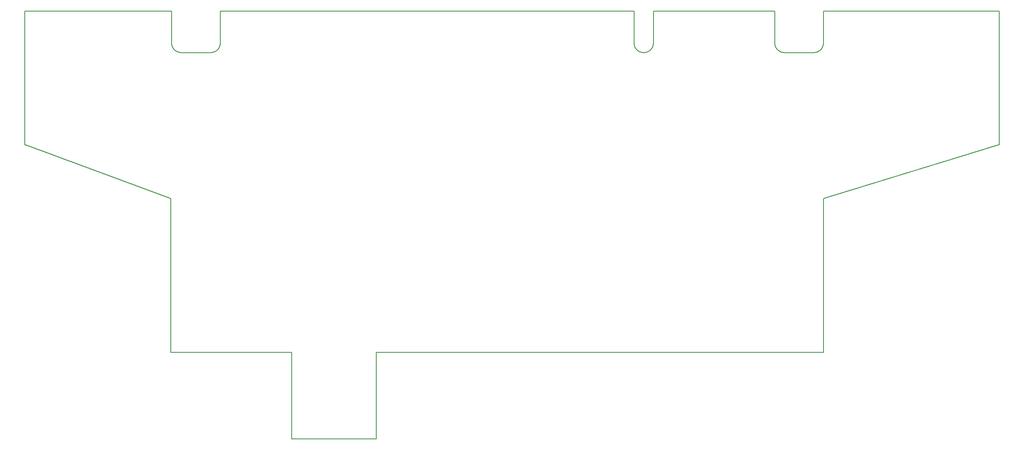
<source format=gm1>
G04 MADE WITH FRITZING*
G04 WWW.FRITZING.ORG*
G04 DOUBLE SIDED*
G04 HOLES PLATED*
G04 CONTOUR ON CENTER OF CONTOUR VECTOR*
%ASAXBY*%
%FSLAX23Y23*%
%MOIN*%
%OFA0B0*%
%SFA1.0B1.0*%
%ADD10C,0.008*%
%LNCONTOUR*%
G90*
G70*
G54D10*
X0Y3460D02*
X0Y3459D01*
X0Y2381D01*
X1Y2381D01*
X2Y2380D01*
X3Y2380D01*
X4Y2380D01*
X5Y2379D01*
X6Y2379D01*
X7Y2378D01*
X8Y2378D01*
X9Y2378D01*
X10Y2377D01*
X11Y2377D01*
X12Y2377D01*
X13Y2376D01*
X14Y2376D01*
X15Y2376D01*
X16Y2375D01*
X17Y2375D01*
X18Y2374D01*
X19Y2374D01*
X20Y2374D01*
X21Y2373D01*
X22Y2373D01*
X23Y2373D01*
X24Y2372D01*
X25Y2372D01*
X26Y2371D01*
X27Y2371D01*
X28Y2371D01*
X29Y2370D01*
X30Y2370D01*
X31Y2370D01*
X32Y2369D01*
X33Y2369D01*
X34Y2368D01*
X35Y2368D01*
X36Y2368D01*
X37Y2367D01*
X38Y2367D01*
X39Y2367D01*
X40Y2366D01*
X41Y2366D01*
X42Y2366D01*
X43Y2365D01*
X44Y2365D01*
X45Y2364D01*
X46Y2364D01*
X47Y2364D01*
X48Y2363D01*
X49Y2363D01*
X50Y2363D01*
X51Y2362D01*
X52Y2362D01*
X53Y2361D01*
X54Y2361D01*
X55Y2361D01*
X56Y2360D01*
X57Y2360D01*
X58Y2360D01*
X59Y2359D01*
X60Y2359D01*
X61Y2358D01*
X62Y2358D01*
X63Y2358D01*
X64Y2357D01*
X65Y2357D01*
X66Y2357D01*
X67Y2356D01*
X68Y2356D01*
X69Y2356D01*
X70Y2355D01*
X71Y2355D01*
X72Y2354D01*
X73Y2354D01*
X74Y2354D01*
X75Y2353D01*
X76Y2353D01*
X77Y2353D01*
X78Y2352D01*
X79Y2352D01*
X80Y2351D01*
X81Y2351D01*
X82Y2351D01*
X83Y2350D01*
X84Y2350D01*
X85Y2350D01*
X86Y2349D01*
X87Y2349D01*
X88Y2348D01*
X89Y2348D01*
X90Y2348D01*
X91Y2347D01*
X92Y2347D01*
X93Y2347D01*
X94Y2346D01*
X95Y2346D01*
X96Y2346D01*
X97Y2345D01*
X98Y2345D01*
X99Y2344D01*
X100Y2344D01*
X101Y2344D01*
X102Y2343D01*
X103Y2343D01*
X104Y2343D01*
X105Y2342D01*
X106Y2342D01*
X107Y2341D01*
X108Y2341D01*
X109Y2341D01*
X110Y2340D01*
X111Y2340D01*
X112Y2340D01*
X113Y2339D01*
X114Y2339D01*
X115Y2338D01*
X116Y2338D01*
X117Y2338D01*
X118Y2337D01*
X119Y2337D01*
X120Y2337D01*
X121Y2336D01*
X122Y2336D01*
X123Y2336D01*
X124Y2335D01*
X125Y2335D01*
X126Y2334D01*
X127Y2334D01*
X128Y2334D01*
X129Y2333D01*
X130Y2333D01*
X131Y2333D01*
X132Y2332D01*
X133Y2332D01*
X134Y2331D01*
X135Y2331D01*
X136Y2331D01*
X137Y2330D01*
X138Y2330D01*
X139Y2330D01*
X140Y2329D01*
X141Y2329D01*
X142Y2328D01*
X143Y2328D01*
X144Y2328D01*
X145Y2327D01*
X146Y2327D01*
X147Y2327D01*
X148Y2326D01*
X149Y2326D01*
X150Y2326D01*
X151Y2325D01*
X152Y2325D01*
X153Y2324D01*
X154Y2324D01*
X155Y2324D01*
X156Y2323D01*
X157Y2323D01*
X158Y2323D01*
X159Y2322D01*
X160Y2322D01*
X161Y2321D01*
X162Y2321D01*
X163Y2321D01*
X164Y2320D01*
X165Y2320D01*
X166Y2320D01*
X167Y2319D01*
X168Y2319D01*
X169Y2318D01*
X170Y2318D01*
X171Y2318D01*
X172Y2317D01*
X173Y2317D01*
X174Y2317D01*
X175Y2316D01*
X176Y2316D01*
X177Y2316D01*
X178Y2315D01*
X179Y2315D01*
X180Y2314D01*
X181Y2314D01*
X182Y2314D01*
X183Y2313D01*
X184Y2313D01*
X185Y2313D01*
X186Y2312D01*
X187Y2312D01*
X188Y2311D01*
X189Y2311D01*
X190Y2311D01*
X191Y2310D01*
X192Y2310D01*
X193Y2310D01*
X194Y2309D01*
X195Y2309D01*
X196Y2309D01*
X197Y2308D01*
X198Y2308D01*
X199Y2307D01*
X200Y2307D01*
X201Y2307D01*
X202Y2306D01*
X203Y2306D01*
X204Y2306D01*
X205Y2305D01*
X206Y2305D01*
X207Y2304D01*
X208Y2304D01*
X209Y2304D01*
X210Y2303D01*
X211Y2303D01*
X212Y2303D01*
X213Y2302D01*
X214Y2302D01*
X215Y2301D01*
X216Y2301D01*
X217Y2301D01*
X218Y2300D01*
X219Y2300D01*
X220Y2300D01*
X221Y2299D01*
X222Y2299D01*
X223Y2299D01*
X224Y2298D01*
X225Y2298D01*
X226Y2297D01*
X227Y2297D01*
X228Y2297D01*
X229Y2296D01*
X230Y2296D01*
X231Y2296D01*
X232Y2295D01*
X233Y2295D01*
X234Y2294D01*
X235Y2294D01*
X236Y2294D01*
X237Y2293D01*
X238Y2293D01*
X239Y2293D01*
X240Y2292D01*
X241Y2292D01*
X242Y2291D01*
X243Y2291D01*
X244Y2291D01*
X245Y2290D01*
X246Y2290D01*
X247Y2290D01*
X248Y2289D01*
X249Y2289D01*
X250Y2289D01*
X251Y2288D01*
X252Y2288D01*
X253Y2287D01*
X254Y2287D01*
X255Y2287D01*
X256Y2286D01*
X257Y2286D01*
X258Y2286D01*
X259Y2285D01*
X260Y2285D01*
X261Y2284D01*
X262Y2284D01*
X263Y2284D01*
X264Y2283D01*
X265Y2283D01*
X266Y2283D01*
X267Y2282D01*
X268Y2282D01*
X269Y2281D01*
X270Y2281D01*
X271Y2281D01*
X272Y2280D01*
X273Y2280D01*
X274Y2280D01*
X275Y2279D01*
X276Y2279D01*
X277Y2279D01*
X278Y2278D01*
X279Y2278D01*
X280Y2277D01*
X281Y2277D01*
X282Y2277D01*
X283Y2276D01*
X284Y2276D01*
X285Y2276D01*
X286Y2275D01*
X287Y2275D01*
X288Y2274D01*
X289Y2274D01*
X290Y2274D01*
X291Y2273D01*
X292Y2273D01*
X293Y2273D01*
X294Y2272D01*
X295Y2272D01*
X296Y2271D01*
X297Y2271D01*
X298Y2271D01*
X299Y2270D01*
X300Y2270D01*
X301Y2270D01*
X302Y2269D01*
X303Y2269D01*
X304Y2269D01*
X305Y2268D01*
X306Y2268D01*
X307Y2267D01*
X308Y2267D01*
X309Y2267D01*
X310Y2266D01*
X311Y2266D01*
X312Y2266D01*
X313Y2265D01*
X314Y2265D01*
X315Y2264D01*
X316Y2264D01*
X317Y2264D01*
X318Y2263D01*
X319Y2263D01*
X320Y2263D01*
X321Y2262D01*
X322Y2262D01*
X323Y2261D01*
X324Y2261D01*
X325Y2261D01*
X326Y2260D01*
X327Y2260D01*
X328Y2260D01*
X329Y2259D01*
X330Y2259D01*
X331Y2259D01*
X332Y2258D01*
X333Y2258D01*
X334Y2257D01*
X335Y2257D01*
X336Y2257D01*
X337Y2256D01*
X338Y2256D01*
X339Y2256D01*
X340Y2255D01*
X341Y2255D01*
X342Y2254D01*
X343Y2254D01*
X344Y2254D01*
X345Y2253D01*
X346Y2253D01*
X347Y2253D01*
X348Y2252D01*
X349Y2252D01*
X350Y2251D01*
X351Y2251D01*
X352Y2251D01*
X353Y2250D01*
X354Y2250D01*
X355Y2250D01*
X356Y2249D01*
X357Y2249D01*
X358Y2249D01*
X359Y2248D01*
X360Y2248D01*
X361Y2247D01*
X362Y2247D01*
X363Y2247D01*
X364Y2246D01*
X365Y2246D01*
X366Y2246D01*
X367Y2245D01*
X368Y2245D01*
X369Y2244D01*
X370Y2244D01*
X371Y2244D01*
X372Y2243D01*
X373Y2243D01*
X374Y2243D01*
X375Y2242D01*
X376Y2242D01*
X377Y2242D01*
X378Y2241D01*
X379Y2241D01*
X380Y2240D01*
X381Y2240D01*
X382Y2240D01*
X383Y2239D01*
X384Y2239D01*
X385Y2239D01*
X386Y2238D01*
X387Y2238D01*
X388Y2237D01*
X389Y2237D01*
X390Y2237D01*
X391Y2236D01*
X392Y2236D01*
X393Y2236D01*
X394Y2235D01*
X395Y2235D01*
X396Y2234D01*
X397Y2234D01*
X398Y2234D01*
X399Y2233D01*
X400Y2233D01*
X401Y2233D01*
X402Y2232D01*
X403Y2232D01*
X404Y2232D01*
X405Y2231D01*
X406Y2231D01*
X407Y2230D01*
X408Y2230D01*
X409Y2230D01*
X410Y2229D01*
X411Y2229D01*
X412Y2229D01*
X413Y2228D01*
X414Y2228D01*
X415Y2227D01*
X416Y2227D01*
X417Y2227D01*
X418Y2226D01*
X419Y2226D01*
X420Y2226D01*
X421Y2225D01*
X422Y2225D01*
X423Y2224D01*
X424Y2224D01*
X425Y2224D01*
X426Y2223D01*
X427Y2223D01*
X428Y2223D01*
X429Y2222D01*
X430Y2222D01*
X431Y2222D01*
X432Y2221D01*
X433Y2221D01*
X434Y2220D01*
X435Y2220D01*
X436Y2220D01*
X437Y2219D01*
X438Y2219D01*
X439Y2219D01*
X440Y2218D01*
X441Y2218D01*
X442Y2217D01*
X443Y2217D01*
X444Y2217D01*
X445Y2216D01*
X446Y2216D01*
X447Y2216D01*
X448Y2215D01*
X449Y2215D01*
X450Y2214D01*
X451Y2214D01*
X452Y2214D01*
X453Y2213D01*
X454Y2213D01*
X455Y2213D01*
X456Y2212D01*
X457Y2212D01*
X458Y2212D01*
X459Y2211D01*
X460Y2211D01*
X461Y2210D01*
X462Y2210D01*
X463Y2210D01*
X464Y2209D01*
X465Y2209D01*
X466Y2209D01*
X467Y2208D01*
X468Y2208D01*
X469Y2207D01*
X470Y2207D01*
X471Y2207D01*
X472Y2206D01*
X473Y2206D01*
X474Y2206D01*
X475Y2205D01*
X476Y2205D01*
X477Y2204D01*
X478Y2204D01*
X479Y2204D01*
X480Y2203D01*
X481Y2203D01*
X482Y2203D01*
X483Y2202D01*
X484Y2202D01*
X485Y2202D01*
X486Y2201D01*
X487Y2201D01*
X488Y2200D01*
X489Y2200D01*
X490Y2200D01*
X491Y2199D01*
X492Y2199D01*
X493Y2199D01*
X494Y2198D01*
X495Y2198D01*
X496Y2197D01*
X497Y2197D01*
X498Y2197D01*
X499Y2196D01*
X500Y2196D01*
X501Y2196D01*
X502Y2195D01*
X503Y2195D01*
X504Y2194D01*
X505Y2194D01*
X506Y2194D01*
X507Y2193D01*
X508Y2193D01*
X509Y2193D01*
X510Y2192D01*
X511Y2192D01*
X512Y2192D01*
X513Y2191D01*
X514Y2191D01*
X515Y2190D01*
X516Y2190D01*
X517Y2190D01*
X518Y2189D01*
X519Y2189D01*
X520Y2189D01*
X521Y2188D01*
X522Y2188D01*
X523Y2187D01*
X524Y2187D01*
X525Y2187D01*
X526Y2186D01*
X527Y2186D01*
X528Y2186D01*
X529Y2185D01*
X530Y2185D01*
X531Y2184D01*
X532Y2184D01*
X533Y2184D01*
X534Y2183D01*
X535Y2183D01*
X536Y2183D01*
X537Y2182D01*
X538Y2182D01*
X539Y2182D01*
X540Y2181D01*
X541Y2181D01*
X542Y2180D01*
X543Y2180D01*
X544Y2180D01*
X545Y2179D01*
X546Y2179D01*
X547Y2179D01*
X548Y2178D01*
X549Y2178D01*
X550Y2177D01*
X551Y2177D01*
X552Y2177D01*
X553Y2176D01*
X554Y2176D01*
X555Y2176D01*
X556Y2175D01*
X557Y2175D01*
X558Y2174D01*
X559Y2174D01*
X560Y2174D01*
X561Y2173D01*
X562Y2173D01*
X563Y2173D01*
X564Y2172D01*
X565Y2172D01*
X566Y2172D01*
X567Y2171D01*
X568Y2171D01*
X569Y2170D01*
X570Y2170D01*
X571Y2170D01*
X572Y2169D01*
X573Y2169D01*
X574Y2169D01*
X575Y2168D01*
X576Y2168D01*
X577Y2167D01*
X578Y2167D01*
X579Y2167D01*
X580Y2166D01*
X581Y2166D01*
X582Y2166D01*
X583Y2165D01*
X584Y2165D01*
X585Y2165D01*
X586Y2164D01*
X587Y2164D01*
X588Y2163D01*
X589Y2163D01*
X590Y2163D01*
X591Y2162D01*
X592Y2162D01*
X593Y2162D01*
X594Y2161D01*
X595Y2161D01*
X596Y2160D01*
X597Y2160D01*
X598Y2160D01*
X599Y2159D01*
X600Y2159D01*
X601Y2159D01*
X602Y2158D01*
X603Y2158D01*
X604Y2157D01*
X605Y2157D01*
X606Y2157D01*
X607Y2156D01*
X608Y2156D01*
X609Y2156D01*
X610Y2155D01*
X611Y2155D01*
X612Y2155D01*
X613Y2154D01*
X614Y2154D01*
X615Y2153D01*
X616Y2153D01*
X617Y2153D01*
X618Y2152D01*
X619Y2152D01*
X620Y2152D01*
X621Y2151D01*
X622Y2151D01*
X623Y2150D01*
X624Y2150D01*
X625Y2150D01*
X626Y2149D01*
X627Y2149D01*
X628Y2149D01*
X629Y2148D01*
X630Y2148D01*
X631Y2147D01*
X632Y2147D01*
X633Y2147D01*
X634Y2146D01*
X635Y2146D01*
X636Y2146D01*
X637Y2145D01*
X638Y2145D01*
X639Y2145D01*
X640Y2144D01*
X641Y2144D01*
X642Y2143D01*
X643Y2143D01*
X644Y2143D01*
X645Y2142D01*
X646Y2142D01*
X647Y2142D01*
X648Y2141D01*
X649Y2141D01*
X650Y2140D01*
X651Y2140D01*
X652Y2140D01*
X653Y2139D01*
X654Y2139D01*
X655Y2139D01*
X656Y2138D01*
X657Y2138D01*
X658Y2137D01*
X659Y2137D01*
X660Y2137D01*
X661Y2136D01*
X662Y2136D01*
X663Y2136D01*
X664Y2135D01*
X665Y2135D01*
X666Y2135D01*
X667Y2134D01*
X668Y2134D01*
X669Y2133D01*
X670Y2133D01*
X671Y2133D01*
X672Y2132D01*
X673Y2132D01*
X674Y2132D01*
X675Y2131D01*
X676Y2131D01*
X677Y2130D01*
X678Y2130D01*
X679Y2130D01*
X680Y2129D01*
X681Y2129D01*
X682Y2129D01*
X683Y2128D01*
X684Y2128D01*
X685Y2127D01*
X686Y2127D01*
X687Y2127D01*
X688Y2126D01*
X689Y2126D01*
X690Y2126D01*
X691Y2125D01*
X692Y2125D01*
X693Y2125D01*
X694Y2124D01*
X695Y2124D01*
X696Y2123D01*
X697Y2123D01*
X698Y2123D01*
X699Y2122D01*
X700Y2122D01*
X701Y2122D01*
X702Y2121D01*
X703Y2121D01*
X704Y2120D01*
X705Y2120D01*
X706Y2120D01*
X707Y2119D01*
X708Y2119D01*
X709Y2119D01*
X710Y2118D01*
X711Y2118D01*
X712Y2117D01*
X713Y2117D01*
X714Y2117D01*
X715Y2116D01*
X716Y2116D01*
X717Y2116D01*
X718Y2115D01*
X719Y2115D01*
X720Y2115D01*
X721Y2114D01*
X722Y2114D01*
X723Y2113D01*
X724Y2113D01*
X725Y2113D01*
X726Y2112D01*
X727Y2112D01*
X728Y2112D01*
X729Y2111D01*
X730Y2111D01*
X731Y2110D01*
X732Y2110D01*
X733Y2110D01*
X734Y2109D01*
X735Y2109D01*
X736Y2109D01*
X737Y2108D01*
X738Y2108D01*
X739Y2107D01*
X740Y2107D01*
X741Y2107D01*
X742Y2106D01*
X743Y2106D01*
X744Y2106D01*
X745Y2105D01*
X746Y2105D01*
X747Y2105D01*
X748Y2104D01*
X749Y2104D01*
X750Y2103D01*
X751Y2103D01*
X752Y2103D01*
X753Y2102D01*
X754Y2102D01*
X755Y2102D01*
X756Y2101D01*
X757Y2101D01*
X758Y2100D01*
X759Y2100D01*
X760Y2100D01*
X761Y2099D01*
X762Y2099D01*
X763Y2099D01*
X764Y2098D01*
X765Y2098D01*
X766Y2097D01*
X767Y2097D01*
X768Y2097D01*
X769Y2096D01*
X770Y2096D01*
X771Y2096D01*
X772Y2095D01*
X773Y2095D01*
X774Y2095D01*
X775Y2094D01*
X776Y2094D01*
X777Y2093D01*
X778Y2093D01*
X779Y2093D01*
X780Y2092D01*
X781Y2092D01*
X782Y2092D01*
X783Y2091D01*
X784Y2091D01*
X785Y2090D01*
X786Y2090D01*
X787Y2090D01*
X788Y2089D01*
X789Y2089D01*
X790Y2089D01*
X791Y2088D01*
X792Y2088D01*
X793Y2088D01*
X794Y2087D01*
X795Y2087D01*
X796Y2086D01*
X797Y2086D01*
X798Y2086D01*
X799Y2085D01*
X800Y2085D01*
X801Y2085D01*
X802Y2084D01*
X803Y2084D01*
X804Y2083D01*
X805Y2083D01*
X806Y2083D01*
X807Y2082D01*
X808Y2082D01*
X809Y2082D01*
X810Y2081D01*
X811Y2081D01*
X812Y2080D01*
X813Y2080D01*
X814Y2080D01*
X815Y2079D01*
X816Y2079D01*
X817Y2079D01*
X818Y2078D01*
X819Y2078D01*
X820Y2078D01*
X821Y2077D01*
X822Y2077D01*
X823Y2076D01*
X824Y2076D01*
X825Y2076D01*
X826Y2075D01*
X827Y2075D01*
X828Y2075D01*
X829Y2074D01*
X830Y2074D01*
X831Y2073D01*
X832Y2073D01*
X833Y2073D01*
X834Y2072D01*
X835Y2072D01*
X836Y2072D01*
X837Y2071D01*
X838Y2071D01*
X839Y2070D01*
X840Y2070D01*
X841Y2070D01*
X842Y2069D01*
X843Y2069D01*
X844Y2069D01*
X845Y2068D01*
X846Y2068D01*
X847Y2068D01*
X848Y2067D01*
X849Y2067D01*
X850Y2066D01*
X851Y2066D01*
X852Y2066D01*
X853Y2065D01*
X854Y2065D01*
X855Y2065D01*
X856Y2064D01*
X857Y2064D01*
X858Y2063D01*
X859Y2063D01*
X860Y2063D01*
X861Y2062D01*
X862Y2062D01*
X863Y2062D01*
X864Y2061D01*
X865Y2061D01*
X866Y2060D01*
X867Y2060D01*
X868Y2060D01*
X869Y2059D01*
X870Y2059D01*
X871Y2059D01*
X872Y2058D01*
X873Y2058D01*
X874Y2058D01*
X875Y2057D01*
X876Y2057D01*
X877Y2056D01*
X878Y2056D01*
X879Y2056D01*
X880Y2055D01*
X881Y2055D01*
X882Y2055D01*
X883Y2054D01*
X884Y2054D01*
X885Y2053D01*
X886Y2053D01*
X887Y2053D01*
X888Y2052D01*
X889Y2052D01*
X890Y2052D01*
X891Y2051D01*
X892Y2051D01*
X893Y2050D01*
X894Y2050D01*
X895Y2050D01*
X896Y2049D01*
X897Y2049D01*
X898Y2049D01*
X899Y2048D01*
X900Y2048D01*
X901Y2048D01*
X902Y2047D01*
X903Y2047D01*
X904Y2046D01*
X905Y2046D01*
X906Y2046D01*
X907Y2045D01*
X908Y2045D01*
X909Y2045D01*
X910Y2044D01*
X911Y2044D01*
X912Y2043D01*
X913Y2043D01*
X914Y2043D01*
X915Y2042D01*
X916Y2042D01*
X917Y2042D01*
X918Y2041D01*
X919Y2041D01*
X920Y2040D01*
X921Y2040D01*
X922Y2040D01*
X923Y2039D01*
X924Y2039D01*
X925Y2039D01*
X926Y2038D01*
X927Y2038D01*
X928Y2038D01*
X929Y2037D01*
X930Y2037D01*
X931Y2036D01*
X932Y2036D01*
X933Y2036D01*
X934Y2035D01*
X935Y2035D01*
X936Y2035D01*
X937Y2034D01*
X938Y2034D01*
X939Y2033D01*
X940Y2033D01*
X941Y2033D01*
X942Y2032D01*
X943Y2032D01*
X944Y2032D01*
X945Y2031D01*
X946Y2031D01*
X947Y2030D01*
X948Y2030D01*
X949Y2030D01*
X950Y2029D01*
X951Y2029D01*
X952Y2029D01*
X953Y2028D01*
X954Y2028D01*
X955Y2028D01*
X956Y2027D01*
X957Y2027D01*
X958Y2026D01*
X959Y2026D01*
X960Y2026D01*
X961Y2025D01*
X962Y2025D01*
X963Y2025D01*
X964Y2024D01*
X965Y2024D01*
X966Y2023D01*
X967Y2023D01*
X968Y2023D01*
X969Y2022D01*
X970Y2022D01*
X971Y2022D01*
X972Y2021D01*
X973Y2021D01*
X974Y2021D01*
X975Y2020D01*
X976Y2020D01*
X977Y2019D01*
X978Y2019D01*
X979Y2019D01*
X980Y2018D01*
X981Y2018D01*
X982Y2018D01*
X983Y2017D01*
X984Y2017D01*
X985Y2016D01*
X986Y2016D01*
X987Y2016D01*
X988Y2015D01*
X989Y2015D01*
X990Y2015D01*
X991Y2014D01*
X992Y2014D01*
X993Y2013D01*
X994Y2013D01*
X995Y2013D01*
X996Y2012D01*
X997Y2012D01*
X998Y2012D01*
X999Y2011D01*
X1000Y2011D01*
X1001Y2011D01*
X1002Y2010D01*
X1003Y2010D01*
X1004Y2009D01*
X1005Y2009D01*
X1006Y2009D01*
X1007Y2008D01*
X1008Y2008D01*
X1009Y2008D01*
X1010Y2007D01*
X1011Y2007D01*
X1012Y2006D01*
X1013Y2006D01*
X1014Y2006D01*
X1015Y2005D01*
X1016Y2005D01*
X1017Y2005D01*
X1018Y2004D01*
X1019Y2004D01*
X1020Y2003D01*
X1021Y2003D01*
X1022Y2003D01*
X1023Y2002D01*
X1024Y2002D01*
X1025Y2002D01*
X1026Y2001D01*
X1027Y2001D01*
X1028Y2001D01*
X1029Y2000D01*
X1030Y2000D01*
X1031Y1999D01*
X1032Y1999D01*
X1033Y1999D01*
X1034Y1998D01*
X1035Y1998D01*
X1036Y1998D01*
X1037Y1997D01*
X1038Y1997D01*
X1039Y1996D01*
X1040Y1996D01*
X1041Y1996D01*
X1042Y1995D01*
X1043Y1995D01*
X1044Y1995D01*
X1045Y1994D01*
X1046Y1994D01*
X1047Y1993D01*
X1048Y1993D01*
X1049Y1993D01*
X1050Y1992D01*
X1051Y1992D01*
X1052Y1992D01*
X1053Y1991D01*
X1054Y1991D01*
X1055Y1991D01*
X1056Y1990D01*
X1057Y1990D01*
X1058Y1989D01*
X1059Y1989D01*
X1060Y1989D01*
X1061Y1988D01*
X1062Y1988D01*
X1063Y1988D01*
X1064Y1987D01*
X1065Y1987D01*
X1066Y1986D01*
X1067Y1986D01*
X1068Y1986D01*
X1069Y1985D01*
X1070Y1985D01*
X1071Y1985D01*
X1072Y1984D01*
X1073Y1984D01*
X1074Y1983D01*
X1075Y1983D01*
X1076Y1983D01*
X1077Y1982D01*
X1078Y1982D01*
X1079Y1982D01*
X1080Y1981D01*
X1081Y1981D01*
X1082Y1981D01*
X1083Y1980D01*
X1084Y1980D01*
X1085Y1979D01*
X1086Y1979D01*
X1087Y1979D01*
X1088Y1978D01*
X1089Y1978D01*
X1090Y1978D01*
X1091Y1977D01*
X1092Y1977D01*
X1093Y1976D01*
X1094Y1976D01*
X1095Y1976D01*
X1096Y1975D01*
X1097Y1975D01*
X1098Y1975D01*
X1099Y1974D01*
X1100Y1974D01*
X1101Y1973D01*
X1102Y1973D01*
X1103Y1973D01*
X1104Y1972D01*
X1105Y1972D01*
X1106Y1972D01*
X1107Y1971D01*
X1108Y1971D01*
X1109Y1971D01*
X1110Y1970D01*
X1111Y1970D01*
X1112Y1969D01*
X1113Y1969D01*
X1114Y1969D01*
X1115Y1968D01*
X1116Y1968D01*
X1117Y1968D01*
X1118Y1967D01*
X1119Y1967D01*
X1120Y1966D01*
X1121Y1966D01*
X1122Y1966D01*
X1123Y1965D01*
X1124Y1965D01*
X1125Y1965D01*
X1126Y1964D01*
X1127Y1964D01*
X1128Y1963D01*
X1129Y1963D01*
X1130Y1963D01*
X1131Y1962D01*
X1132Y1962D01*
X1133Y1962D01*
X1134Y1961D01*
X1135Y1961D01*
X1136Y1961D01*
X1137Y1960D01*
X1138Y1960D01*
X1139Y1959D01*
X1140Y1959D01*
X1141Y1959D01*
X1142Y1958D01*
X1143Y1958D01*
X1144Y1958D01*
X1145Y1957D01*
X1146Y1957D01*
X1147Y1956D01*
X1148Y1956D01*
X1149Y1956D01*
X1150Y1955D01*
X1151Y1955D01*
X1152Y1955D01*
X1153Y1954D01*
X1154Y1954D01*
X1155Y1953D01*
X1156Y1953D01*
X1157Y1953D01*
X1158Y1952D01*
X1159Y1952D01*
X1160Y1952D01*
X1161Y1951D01*
X1162Y1951D01*
X1163Y1951D01*
X1164Y1950D01*
X1165Y1950D01*
X1166Y1949D01*
X1167Y1949D01*
X1168Y1949D01*
X1169Y1948D01*
X1170Y1948D01*
X1171Y1948D01*
X1172Y1947D01*
X1173Y1947D01*
X1174Y1946D01*
X1175Y1946D01*
X1176Y1946D01*
X1177Y1945D01*
X1178Y1944D01*
X1179Y1943D01*
X1179Y700D01*
X1180Y700D01*
X1181Y700D01*
X1182Y700D01*
X1183Y700D01*
X1184Y700D01*
X1185Y700D01*
X1186Y700D01*
X1187Y700D01*
X1188Y700D01*
X1189Y700D01*
X1190Y700D01*
X1191Y700D01*
X1192Y700D01*
X1193Y700D01*
X1194Y700D01*
X1195Y700D01*
X1196Y700D01*
X1197Y700D01*
X1198Y700D01*
X1199Y700D01*
X1200Y700D01*
X1201Y700D01*
X1202Y700D01*
X1203Y700D01*
X1204Y700D01*
X1205Y700D01*
X1206Y700D01*
X1207Y700D01*
X1208Y700D01*
X1209Y700D01*
X1210Y700D01*
X1211Y700D01*
X1212Y700D01*
X1213Y700D01*
X1214Y700D01*
X1215Y700D01*
X1216Y700D01*
X1217Y700D01*
X1218Y700D01*
X1219Y700D01*
X1220Y700D01*
X1221Y700D01*
X1222Y700D01*
X1223Y700D01*
X1224Y700D01*
X1225Y700D01*
X1226Y700D01*
X1227Y700D01*
X1228Y700D01*
X1229Y700D01*
X1230Y700D01*
X1231Y700D01*
X1232Y700D01*
X1233Y700D01*
X1234Y700D01*
X1235Y700D01*
X1236Y700D01*
X1237Y700D01*
X1238Y700D01*
X1239Y700D01*
X1240Y700D01*
X1241Y700D01*
X1242Y700D01*
X1243Y700D01*
X1244Y700D01*
X1245Y700D01*
X1246Y700D01*
X1247Y700D01*
X1248Y700D01*
X1249Y700D01*
X1250Y700D01*
X1251Y700D01*
X1252Y700D01*
X1253Y700D01*
X1254Y700D01*
X1255Y700D01*
X1256Y700D01*
X1257Y700D01*
X1258Y700D01*
X1259Y700D01*
X1260Y700D01*
X1261Y700D01*
X1262Y700D01*
X1263Y700D01*
X1264Y700D01*
X1265Y700D01*
X1266Y700D01*
X1267Y700D01*
X1268Y700D01*
X1269Y700D01*
X1270Y700D01*
X1271Y700D01*
X1272Y700D01*
X1273Y700D01*
X1274Y700D01*
X1275Y700D01*
X1276Y700D01*
X1277Y700D01*
X1278Y700D01*
X1279Y700D01*
X1280Y700D01*
X1281Y700D01*
X1282Y700D01*
X1283Y700D01*
X1284Y700D01*
X1285Y700D01*
X1286Y700D01*
X1287Y700D01*
X1288Y700D01*
X1289Y700D01*
X1290Y700D01*
X1291Y700D01*
X1292Y700D01*
X1293Y700D01*
X1294Y700D01*
X1295Y700D01*
X1296Y700D01*
X1297Y700D01*
X1298Y700D01*
X1299Y700D01*
X1300Y700D01*
X1301Y700D01*
X1302Y700D01*
X1303Y700D01*
X1304Y700D01*
X1305Y700D01*
X1306Y700D01*
X1307Y700D01*
X1308Y700D01*
X1309Y700D01*
X1310Y700D01*
X1311Y700D01*
X1312Y700D01*
X1313Y700D01*
X1314Y700D01*
X1315Y700D01*
X1316Y700D01*
X1317Y700D01*
X1318Y700D01*
X1319Y700D01*
X1320Y700D01*
X1321Y700D01*
X1322Y700D01*
X1323Y700D01*
X1324Y700D01*
X1325Y700D01*
X1326Y700D01*
X1327Y700D01*
X1328Y700D01*
X1329Y700D01*
X1330Y700D01*
X1331Y700D01*
X1332Y700D01*
X1333Y700D01*
X1334Y700D01*
X1335Y700D01*
X1336Y700D01*
X1337Y700D01*
X1338Y700D01*
X1339Y700D01*
X1340Y700D01*
X1341Y700D01*
X1342Y700D01*
X1343Y700D01*
X1344Y700D01*
X1345Y700D01*
X1346Y700D01*
X1347Y700D01*
X1348Y700D01*
X1349Y700D01*
X1350Y700D01*
X1351Y700D01*
X1352Y700D01*
X1353Y700D01*
X1354Y700D01*
X1355Y700D01*
X1356Y700D01*
X1357Y700D01*
X1358Y700D01*
X1359Y700D01*
X1360Y700D01*
X1361Y700D01*
X1362Y700D01*
X1363Y700D01*
X1364Y700D01*
X1365Y700D01*
X1366Y700D01*
X1367Y700D01*
X1368Y700D01*
X1369Y700D01*
X1370Y700D01*
X1371Y700D01*
X1372Y700D01*
X1373Y700D01*
X1374Y700D01*
X1375Y700D01*
X1376Y700D01*
X1377Y700D01*
X1378Y700D01*
X1379Y700D01*
X1380Y700D01*
X1381Y700D01*
X1382Y700D01*
X1383Y700D01*
X1384Y700D01*
X1385Y700D01*
X1386Y700D01*
X1387Y700D01*
X1388Y700D01*
X1389Y700D01*
X1390Y700D01*
X1391Y700D01*
X1392Y700D01*
X1393Y700D01*
X1394Y700D01*
X1395Y700D01*
X1396Y700D01*
X1397Y700D01*
X1398Y700D01*
X1399Y700D01*
X1400Y700D01*
X1401Y700D01*
X1402Y700D01*
X1403Y700D01*
X1404Y700D01*
X1405Y700D01*
X1406Y700D01*
X1407Y700D01*
X1408Y700D01*
X1409Y700D01*
X1410Y700D01*
X1411Y700D01*
X1412Y700D01*
X1413Y700D01*
X1414Y700D01*
X1415Y700D01*
X1416Y700D01*
X1417Y700D01*
X1418Y700D01*
X1419Y700D01*
X1420Y700D01*
X1421Y700D01*
X1422Y700D01*
X1423Y700D01*
X1424Y700D01*
X1425Y700D01*
X1426Y700D01*
X1427Y700D01*
X1428Y700D01*
X1429Y700D01*
X1430Y700D01*
X1431Y700D01*
X1432Y700D01*
X1433Y700D01*
X1434Y700D01*
X1435Y700D01*
X1436Y700D01*
X1437Y700D01*
X1438Y700D01*
X1439Y700D01*
X1440Y700D01*
X1441Y700D01*
X1442Y700D01*
X1443Y700D01*
X1444Y700D01*
X1445Y700D01*
X1446Y700D01*
X1447Y700D01*
X1448Y700D01*
X1449Y700D01*
X1450Y700D01*
X1451Y700D01*
X1452Y700D01*
X1453Y700D01*
X1454Y700D01*
X1455Y700D01*
X1456Y700D01*
X1457Y700D01*
X1458Y700D01*
X1459Y700D01*
X1460Y700D01*
X1461Y700D01*
X1462Y700D01*
X1463Y700D01*
X1464Y700D01*
X1465Y700D01*
X1466Y700D01*
X1467Y700D01*
X1468Y700D01*
X1469Y700D01*
X1470Y700D01*
X1471Y700D01*
X1472Y700D01*
X1473Y700D01*
X1474Y700D01*
X1475Y700D01*
X1476Y700D01*
X1477Y700D01*
X1478Y700D01*
X1479Y700D01*
X1480Y700D01*
X1481Y700D01*
X1482Y700D01*
X1483Y700D01*
X1484Y700D01*
X1485Y700D01*
X1486Y700D01*
X1487Y700D01*
X1488Y700D01*
X1489Y700D01*
X1490Y700D01*
X1491Y700D01*
X1492Y700D01*
X1493Y700D01*
X1494Y700D01*
X1495Y700D01*
X1496Y700D01*
X1497Y700D01*
X1498Y700D01*
X1499Y700D01*
X1500Y700D01*
X1501Y700D01*
X1502Y700D01*
X1503Y700D01*
X1504Y700D01*
X1505Y700D01*
X1506Y700D01*
X1507Y700D01*
X1508Y700D01*
X1509Y700D01*
X1510Y700D01*
X1511Y700D01*
X1512Y700D01*
X1513Y700D01*
X1514Y700D01*
X1515Y700D01*
X1516Y700D01*
X1517Y700D01*
X1518Y700D01*
X1519Y700D01*
X1520Y700D01*
X1521Y699D01*
X1522Y699D01*
X1523Y699D01*
X1524Y699D01*
X1525Y699D01*
X1526Y699D01*
X1527Y699D01*
X1528Y699D01*
X1529Y699D01*
X1530Y699D01*
X1531Y699D01*
X1532Y699D01*
X1533Y699D01*
X1534Y699D01*
X1535Y699D01*
X1536Y699D01*
X1537Y699D01*
X1538Y699D01*
X1539Y699D01*
X1540Y699D01*
X1541Y699D01*
X1542Y699D01*
X1543Y699D01*
X1544Y699D01*
X1545Y699D01*
X1546Y699D01*
X1547Y699D01*
X1548Y699D01*
X1549Y699D01*
X1550Y699D01*
X1551Y699D01*
X1552Y699D01*
X1553Y699D01*
X1554Y699D01*
X1555Y699D01*
X1556Y699D01*
X1557Y699D01*
X1558Y699D01*
X1559Y699D01*
X1560Y699D01*
X1561Y699D01*
X1562Y699D01*
X1563Y699D01*
X1564Y699D01*
X1565Y699D01*
X1566Y699D01*
X1567Y699D01*
X1568Y699D01*
X1569Y699D01*
X1570Y699D01*
X1571Y699D01*
X1572Y699D01*
X1573Y699D01*
X1574Y699D01*
X1575Y699D01*
X1576Y699D01*
X1577Y699D01*
X1578Y699D01*
X1579Y699D01*
X1580Y699D01*
X1581Y699D01*
X1582Y699D01*
X1583Y699D01*
X1584Y699D01*
X1585Y699D01*
X1586Y699D01*
X1587Y699D01*
X1588Y699D01*
X1589Y699D01*
X1590Y699D01*
X1591Y699D01*
X1592Y699D01*
X1593Y699D01*
X1594Y699D01*
X1595Y699D01*
X1596Y699D01*
X1597Y699D01*
X1598Y699D01*
X1599Y699D01*
X1600Y699D01*
X1601Y699D01*
X1602Y699D01*
X1603Y699D01*
X1604Y699D01*
X1605Y699D01*
X1606Y699D01*
X1607Y699D01*
X1608Y699D01*
X1609Y699D01*
X1610Y699D01*
X1611Y699D01*
X1612Y699D01*
X1613Y699D01*
X1614Y699D01*
X1615Y699D01*
X1616Y699D01*
X1617Y699D01*
X1618Y699D01*
X1619Y699D01*
X1620Y699D01*
X1621Y699D01*
X1622Y699D01*
X1623Y699D01*
X1624Y699D01*
X1625Y699D01*
X1626Y699D01*
X1627Y699D01*
X1628Y699D01*
X1629Y699D01*
X1630Y699D01*
X1631Y699D01*
X1632Y699D01*
X1633Y699D01*
X1634Y699D01*
X1635Y699D01*
X1636Y699D01*
X1637Y699D01*
X1638Y699D01*
X1639Y699D01*
X1640Y699D01*
X1641Y699D01*
X1642Y699D01*
X1643Y699D01*
X1644Y699D01*
X1645Y699D01*
X1646Y699D01*
X1647Y699D01*
X1648Y699D01*
X1649Y699D01*
X1650Y699D01*
X1651Y699D01*
X1652Y699D01*
X1653Y699D01*
X1654Y699D01*
X1655Y699D01*
X1656Y699D01*
X1657Y699D01*
X1658Y699D01*
X1659Y699D01*
X1660Y699D01*
X1661Y699D01*
X1662Y699D01*
X1663Y699D01*
X1664Y699D01*
X1665Y699D01*
X1666Y699D01*
X1667Y699D01*
X1668Y699D01*
X1669Y699D01*
X1670Y699D01*
X1671Y699D01*
X1672Y699D01*
X1673Y699D01*
X1674Y699D01*
X1675Y699D01*
X1676Y699D01*
X1677Y699D01*
X1678Y699D01*
X1679Y699D01*
X1680Y699D01*
X1681Y699D01*
X1682Y699D01*
X1683Y699D01*
X1684Y699D01*
X1685Y699D01*
X1686Y699D01*
X1687Y699D01*
X1688Y699D01*
X1689Y699D01*
X1690Y699D01*
X1691Y699D01*
X1692Y699D01*
X1693Y699D01*
X1694Y699D01*
X1695Y699D01*
X1696Y699D01*
X1697Y699D01*
X1698Y699D01*
X1699Y699D01*
X1700Y699D01*
X1701Y699D01*
X1702Y699D01*
X1703Y699D01*
X1704Y699D01*
X1705Y699D01*
X1706Y699D01*
X1707Y699D01*
X1708Y699D01*
X1709Y699D01*
X1710Y699D01*
X1711Y699D01*
X1712Y699D01*
X1713Y699D01*
X1714Y699D01*
X1715Y699D01*
X1716Y699D01*
X1717Y699D01*
X1718Y699D01*
X1719Y699D01*
X1720Y699D01*
X1721Y699D01*
X1722Y699D01*
X1723Y699D01*
X1724Y699D01*
X1725Y699D01*
X1726Y699D01*
X1727Y699D01*
X1728Y699D01*
X1729Y699D01*
X1730Y699D01*
X1731Y699D01*
X1732Y699D01*
X1733Y699D01*
X1734Y699D01*
X1735Y699D01*
X1736Y699D01*
X1737Y699D01*
X1738Y699D01*
X1739Y699D01*
X1740Y699D01*
X1741Y699D01*
X1742Y699D01*
X1743Y699D01*
X1744Y699D01*
X1745Y699D01*
X1746Y699D01*
X1747Y699D01*
X1748Y699D01*
X1749Y699D01*
X1750Y699D01*
X1751Y699D01*
X1752Y699D01*
X1753Y699D01*
X1754Y699D01*
X1755Y699D01*
X1756Y699D01*
X1757Y699D01*
X1758Y699D01*
X1759Y699D01*
X1760Y699D01*
X1761Y699D01*
X1762Y699D01*
X1763Y699D01*
X1764Y699D01*
X1765Y699D01*
X1766Y699D01*
X1767Y699D01*
X1768Y699D01*
X1769Y699D01*
X1770Y699D01*
X1771Y699D01*
X1772Y699D01*
X1773Y699D01*
X1774Y699D01*
X1775Y699D01*
X1776Y699D01*
X1777Y699D01*
X1778Y699D01*
X1779Y699D01*
X1780Y699D01*
X1781Y699D01*
X1782Y699D01*
X1783Y699D01*
X1784Y699D01*
X1785Y699D01*
X1786Y699D01*
X1787Y699D01*
X1788Y699D01*
X1789Y699D01*
X1790Y699D01*
X1791Y699D01*
X1792Y699D01*
X1793Y699D01*
X1794Y699D01*
X1795Y699D01*
X1796Y699D01*
X1797Y699D01*
X1798Y699D01*
X1799Y699D01*
X1800Y699D01*
X1801Y699D01*
X1802Y699D01*
X1803Y699D01*
X1804Y699D01*
X1805Y699D01*
X1806Y699D01*
X1807Y699D01*
X1808Y699D01*
X1809Y699D01*
X1810Y699D01*
X1811Y699D01*
X1812Y699D01*
X1813Y699D01*
X1814Y699D01*
X1815Y699D01*
X1816Y699D01*
X1817Y699D01*
X1818Y699D01*
X1819Y699D01*
X1820Y699D01*
X1821Y699D01*
X1822Y699D01*
X1823Y699D01*
X1824Y699D01*
X1825Y699D01*
X1826Y699D01*
X1827Y699D01*
X1828Y699D01*
X1829Y699D01*
X1830Y699D01*
X1831Y699D01*
X1832Y699D01*
X1833Y699D01*
X1834Y699D01*
X1835Y699D01*
X1836Y699D01*
X1837Y699D01*
X1838Y699D01*
X1839Y699D01*
X1840Y699D01*
X1841Y699D01*
X1842Y699D01*
X1843Y699D01*
X1844Y699D01*
X1845Y699D01*
X1846Y699D01*
X1847Y699D01*
X1848Y699D01*
X1849Y699D01*
X1850Y699D01*
X1851Y699D01*
X1852Y699D01*
X1853Y699D01*
X1854Y699D01*
X1855Y699D01*
X1856Y699D01*
X1857Y699D01*
X1858Y699D01*
X1859Y699D01*
X1860Y699D01*
X1861Y699D01*
X1862Y699D01*
X1863Y699D01*
X1864Y699D01*
X1865Y699D01*
X1866Y699D01*
X1867Y699D01*
X1868Y699D01*
X1869Y699D01*
X1870Y699D01*
X1871Y699D01*
X1872Y699D01*
X1873Y699D01*
X1874Y699D01*
X1875Y699D01*
X1876Y699D01*
X1877Y699D01*
X1878Y699D01*
X1879Y699D01*
X1880Y699D01*
X1881Y699D01*
X1882Y699D01*
X1883Y699D01*
X1884Y699D01*
X1885Y699D01*
X1886Y699D01*
X1887Y699D01*
X1888Y699D01*
X1889Y699D01*
X1890Y699D01*
X1891Y699D01*
X1892Y699D01*
X1893Y699D01*
X1894Y699D01*
X1895Y699D01*
X1896Y699D01*
X1897Y699D01*
X1898Y699D01*
X1899Y699D01*
X1900Y699D01*
X1901Y699D01*
X1902Y699D01*
X1903Y699D01*
X1904Y699D01*
X1905Y699D01*
X1906Y699D01*
X1907Y699D01*
X1908Y699D01*
X1909Y699D01*
X1910Y699D01*
X1911Y699D01*
X1912Y699D01*
X1913Y699D01*
X1914Y699D01*
X1915Y699D01*
X1916Y699D01*
X1917Y699D01*
X1918Y699D01*
X1919Y699D01*
X1920Y699D01*
X1921Y699D01*
X1922Y699D01*
X1923Y699D01*
X1924Y699D01*
X1925Y699D01*
X1926Y699D01*
X1927Y699D01*
X1928Y699D01*
X1929Y699D01*
X1930Y699D01*
X1931Y699D01*
X1932Y699D01*
X1933Y699D01*
X1934Y699D01*
X1935Y699D01*
X1936Y699D01*
X1937Y699D01*
X1938Y699D01*
X1939Y699D01*
X1940Y699D01*
X1941Y699D01*
X1942Y699D01*
X1943Y699D01*
X1944Y699D01*
X1945Y699D01*
X1946Y699D01*
X1947Y699D01*
X1948Y699D01*
X1949Y699D01*
X1950Y699D01*
X1951Y699D01*
X1952Y699D01*
X1953Y699D01*
X1954Y699D01*
X1955Y699D01*
X1956Y699D01*
X1957Y699D01*
X1958Y699D01*
X1959Y699D01*
X1960Y699D01*
X1961Y699D01*
X1962Y699D01*
X1963Y699D01*
X1964Y699D01*
X1965Y699D01*
X1966Y699D01*
X1967Y699D01*
X1968Y699D01*
X1969Y699D01*
X1970Y699D01*
X1971Y699D01*
X1972Y699D01*
X1973Y699D01*
X1974Y699D01*
X1975Y699D01*
X1976Y699D01*
X1977Y699D01*
X1978Y699D01*
X1979Y699D01*
X1980Y699D01*
X1981Y699D01*
X1982Y699D01*
X1983Y699D01*
X1984Y699D01*
X1985Y699D01*
X1986Y699D01*
X1987Y699D01*
X1988Y699D01*
X1989Y699D01*
X1990Y699D01*
X1991Y699D01*
X1992Y699D01*
X1993Y699D01*
X1994Y699D01*
X1995Y699D01*
X1996Y699D01*
X1997Y699D01*
X1998Y699D01*
X1999Y699D01*
X2000Y699D01*
X2001Y699D01*
X2002Y699D01*
X2003Y699D01*
X2004Y699D01*
X2005Y699D01*
X2006Y699D01*
X2007Y699D01*
X2008Y699D01*
X2009Y699D01*
X2010Y699D01*
X2011Y699D01*
X2012Y699D01*
X2013Y699D01*
X2014Y699D01*
X2015Y699D01*
X2016Y699D01*
X2017Y699D01*
X2018Y699D01*
X2019Y699D01*
X2020Y699D01*
X2021Y699D01*
X2022Y699D01*
X2023Y699D01*
X2024Y699D01*
X2025Y699D01*
X2026Y699D01*
X2027Y699D01*
X2028Y699D01*
X2029Y699D01*
X2030Y699D01*
X2031Y699D01*
X2032Y699D01*
X2033Y699D01*
X2034Y699D01*
X2035Y699D01*
X2036Y699D01*
X2037Y699D01*
X2038Y699D01*
X2039Y699D01*
X2040Y699D01*
X2041Y699D01*
X2042Y699D01*
X2043Y699D01*
X2044Y699D01*
X2045Y699D01*
X2046Y699D01*
X2047Y699D01*
X2048Y699D01*
X2049Y699D01*
X2050Y699D01*
X2051Y699D01*
X2052Y699D01*
X2053Y699D01*
X2054Y699D01*
X2055Y699D01*
X2056Y699D01*
X2057Y699D01*
X2058Y699D01*
X2059Y699D01*
X2060Y699D01*
X2061Y699D01*
X2062Y699D01*
X2063Y699D01*
X2064Y699D01*
X2065Y699D01*
X2066Y699D01*
X2067Y699D01*
X2068Y699D01*
X2069Y699D01*
X2070Y699D01*
X2071Y699D01*
X2072Y699D01*
X2073Y699D01*
X2074Y699D01*
X2075Y699D01*
X2076Y699D01*
X2077Y699D01*
X2078Y699D01*
X2079Y699D01*
X2080Y699D01*
X2081Y699D01*
X2082Y699D01*
X2083Y699D01*
X2084Y699D01*
X2085Y699D01*
X2086Y699D01*
X2087Y699D01*
X2088Y699D01*
X2089Y699D01*
X2090Y699D01*
X2091Y699D01*
X2092Y699D01*
X2093Y699D01*
X2094Y699D01*
X2095Y699D01*
X2096Y699D01*
X2097Y699D01*
X2098Y699D01*
X2099Y699D01*
X2100Y699D01*
X2101Y699D01*
X2102Y699D01*
X2103Y699D01*
X2104Y699D01*
X2105Y699D01*
X2106Y699D01*
X2107Y699D01*
X2108Y699D01*
X2109Y699D01*
X2110Y699D01*
X2111Y699D01*
X2112Y699D01*
X2113Y699D01*
X2114Y699D01*
X2115Y699D01*
X2116Y699D01*
X2117Y699D01*
X2118Y699D01*
X2119Y699D01*
X2120Y699D01*
X2121Y699D01*
X2122Y699D01*
X2123Y699D01*
X2124Y699D01*
X2125Y699D01*
X2126Y699D01*
X2127Y699D01*
X2128Y699D01*
X2129Y699D01*
X2130Y699D01*
X2131Y699D01*
X2132Y699D01*
X2133Y699D01*
X2134Y699D01*
X2135Y699D01*
X2136Y699D01*
X2137Y699D01*
X2138Y699D01*
X2139Y699D01*
X2140Y699D01*
X2141Y699D01*
X2142Y699D01*
X2143Y699D01*
X2144Y699D01*
X2145Y699D01*
X2146Y699D01*
X2147Y699D01*
X2148Y699D01*
X2149Y699D01*
X2150Y699D01*
X2151Y699D01*
X2152Y699D01*
X2153Y699D01*
X2154Y699D01*
X2155Y699D01*
X2156Y699D01*
X2157Y698D01*
X2157Y1D01*
X2158Y1D01*
X2159Y1D01*
X2160Y1D01*
X2161Y1D01*
X2162Y1D01*
X2163Y1D01*
X2164Y1D01*
X2165Y1D01*
X2166Y1D01*
X2167Y1D01*
X2168Y1D01*
X2169Y1D01*
X2170Y1D01*
X2171Y1D01*
X2172Y1D01*
X2173Y1D01*
X2174Y1D01*
X2175Y1D01*
X2176Y1D01*
X2177Y1D01*
X2178Y1D01*
X2179Y1D01*
X2180Y1D01*
X2181Y1D01*
X2182Y1D01*
X2183Y1D01*
X2184Y1D01*
X2185Y1D01*
X2186Y1D01*
X2187Y1D01*
X2188Y1D01*
X2189Y1D01*
X2190Y1D01*
X2191Y1D01*
X2192Y1D01*
X2193Y1D01*
X2194Y1D01*
X2195Y1D01*
X2196Y1D01*
X2197Y1D01*
X2198Y1D01*
X2199Y1D01*
X2200Y1D01*
X2201Y1D01*
X2202Y1D01*
X2203Y1D01*
X2204Y1D01*
X2205Y1D01*
X2206Y1D01*
X2207Y1D01*
X2208Y1D01*
X2209Y1D01*
X2210Y1D01*
X2211Y1D01*
X2212Y1D01*
X2213Y1D01*
X2214Y1D01*
X2215Y1D01*
X2216Y1D01*
X2217Y1D01*
X2218Y1D01*
X2219Y1D01*
X2220Y1D01*
X2221Y1D01*
X2222Y1D01*
X2223Y1D01*
X2224Y1D01*
X2225Y1D01*
X2226Y1D01*
X2227Y1D01*
X2228Y1D01*
X2229Y1D01*
X2230Y1D01*
X2231Y1D01*
X2232Y1D01*
X2233Y1D01*
X2234Y1D01*
X2235Y1D01*
X2236Y1D01*
X2237Y1D01*
X2238Y1D01*
X2239Y1D01*
X2240Y1D01*
X2241Y1D01*
X2242Y1D01*
X2243Y1D01*
X2244Y1D01*
X2245Y1D01*
X2246Y1D01*
X2247Y1D01*
X2248Y1D01*
X2249Y1D01*
X2250Y1D01*
X2251Y1D01*
X2252Y1D01*
X2253Y1D01*
X2254Y1D01*
X2255Y1D01*
X2256Y1D01*
X2257Y1D01*
X2258Y1D01*
X2259Y1D01*
X2260Y1D01*
X2261Y1D01*
X2262Y1D01*
X2263Y1D01*
X2264Y1D01*
X2265Y1D01*
X2266Y1D01*
X2267Y1D01*
X2268Y1D01*
X2269Y1D01*
X2270Y1D01*
X2271Y1D01*
X2272Y1D01*
X2273Y1D01*
X2274Y1D01*
X2275Y1D01*
X2276Y1D01*
X2277Y1D01*
X2278Y1D01*
X2279Y1D01*
X2280Y1D01*
X2281Y1D01*
X2282Y1D01*
X2283Y1D01*
X2284Y1D01*
X2285Y1D01*
X2286Y1D01*
X2287Y1D01*
X2288Y1D01*
X2289Y1D01*
X2290Y1D01*
X2291Y1D01*
X2292Y1D01*
X2293Y1D01*
X2294Y1D01*
X2295Y1D01*
X2296Y1D01*
X2297Y1D01*
X2298Y1D01*
X2299Y1D01*
X2300Y1D01*
X2301Y1D01*
X2302Y1D01*
X2303Y1D01*
X2304Y1D01*
X2305Y1D01*
X2306Y1D01*
X2307Y1D01*
X2308Y1D01*
X2309Y1D01*
X2310Y1D01*
X2311Y1D01*
X2312Y1D01*
X2313Y1D01*
X2314Y1D01*
X2315Y1D01*
X2316Y1D01*
X2317Y1D01*
X2318Y1D01*
X2319Y1D01*
X2320Y1D01*
X2321Y1D01*
X2322Y1D01*
X2323Y1D01*
X2324Y1D01*
X2325Y1D01*
X2326Y1D01*
X2327Y1D01*
X2328Y1D01*
X2329Y1D01*
X2330Y1D01*
X2331Y1D01*
X2332Y1D01*
X2333Y1D01*
X2334Y1D01*
X2335Y1D01*
X2336Y1D01*
X2337Y1D01*
X2338Y1D01*
X2339Y1D01*
X2340Y1D01*
X2341Y1D01*
X2342Y1D01*
X2343Y1D01*
X2344Y1D01*
X2345Y1D01*
X2346Y1D01*
X2347Y1D01*
X2348Y1D01*
X2349Y1D01*
X2350Y1D01*
X2351Y1D01*
X2352Y1D01*
X2353Y1D01*
X2354Y1D01*
X2355Y1D01*
X2356Y1D01*
X2357Y1D01*
X2358Y1D01*
X2359Y1D01*
X2360Y1D01*
X2361Y1D01*
X2362Y1D01*
X2363Y1D01*
X2364Y1D01*
X2365Y1D01*
X2366Y1D01*
X2367Y1D01*
X2368Y1D01*
X2369Y1D01*
X2370Y1D01*
X2371Y1D01*
X2372Y1D01*
X2373Y1D01*
X2374Y1D01*
X2375Y1D01*
X2376Y1D01*
X2377Y1D01*
X2378Y1D01*
X2379Y1D01*
X2380Y1D01*
X2381Y1D01*
X2382Y1D01*
X2383Y1D01*
X2384Y1D01*
X2385Y1D01*
X2386Y1D01*
X2387Y1D01*
X2388Y1D01*
X2389Y1D01*
X2390Y1D01*
X2391Y1D01*
X2392Y1D01*
X2393Y1D01*
X2394Y1D01*
X2395Y1D01*
X2396Y1D01*
X2397Y1D01*
X2398Y1D01*
X2399Y1D01*
X2400Y1D01*
X2401Y1D01*
X2402Y1D01*
X2403Y1D01*
X2404Y1D01*
X2405Y1D01*
X2406Y1D01*
X2407Y1D01*
X2408Y1D01*
X2409Y1D01*
X2410Y1D01*
X2411Y1D01*
X2412Y1D01*
X2413Y1D01*
X2414Y1D01*
X2415Y1D01*
X2416Y1D01*
X2417Y1D01*
X2418Y1D01*
X2419Y1D01*
X2420Y1D01*
X2421Y1D01*
X2422Y1D01*
X2423Y1D01*
X2424Y1D01*
X2425Y1D01*
X2426Y1D01*
X2427Y1D01*
X2428Y1D01*
X2429Y1D01*
X2430Y1D01*
X2431Y1D01*
X2432Y1D01*
X2433Y1D01*
X2434Y1D01*
X2435Y1D01*
X2436Y1D01*
X2437Y1D01*
X2438Y1D01*
X2439Y1D01*
X2440Y1D01*
X2441Y1D01*
X2442Y1D01*
X2443Y1D01*
X2444Y1D01*
X2445Y1D01*
X2446Y1D01*
X2447Y1D01*
X2448Y1D01*
X2449Y1D01*
X2450Y1D01*
X2451Y1D01*
X2452Y1D01*
X2453Y1D01*
X2454Y1D01*
X2455Y1D01*
X2456Y1D01*
X2457Y1D01*
X2458Y1D01*
X2459Y1D01*
X2460Y1D01*
X2461Y1D01*
X2462Y1D01*
X2463Y1D01*
X2464Y1D01*
X2465Y1D01*
X2466Y1D01*
X2467Y1D01*
X2468Y1D01*
X2469Y1D01*
X2470Y1D01*
X2471Y1D01*
X2472Y1D01*
X2473Y1D01*
X2474Y1D01*
X2475Y1D01*
X2476Y1D01*
X2477Y1D01*
X2478Y1D01*
X2479Y1D01*
X2480Y1D01*
X2481Y1D01*
X2482Y1D01*
X2483Y1D01*
X2484Y1D01*
X2485Y1D01*
X2486Y1D01*
X2487Y1D01*
X2488Y1D01*
X2489Y1D01*
X2490Y1D01*
X2491Y1D01*
X2492Y1D01*
X2493Y1D01*
X2494Y1D01*
X2495Y1D01*
X2496Y1D01*
X2497Y1D01*
X2498Y1D01*
X2499Y1D01*
X2500Y1D01*
X2501Y1D01*
X2502Y1D01*
X2503Y1D01*
X2504Y1D01*
X2505Y1D01*
X2506Y1D01*
X2507Y1D01*
X2508Y1D01*
X2509Y1D01*
X2510Y1D01*
X2511Y1D01*
X2512Y1D01*
X2513Y1D01*
X2514Y1D01*
X2515Y1D01*
X2516Y1D01*
X2517Y1D01*
X2518Y1D01*
X2519Y1D01*
X2520Y1D01*
X2521Y1D01*
X2522Y1D01*
X2523Y1D01*
X2524Y1D01*
X2525Y1D01*
X2526Y1D01*
X2527Y1D01*
X2528Y1D01*
X2529Y1D01*
X2530Y1D01*
X2531Y1D01*
X2532Y1D01*
X2533Y1D01*
X2534Y1D01*
X2535Y1D01*
X2536Y1D01*
X2537Y1D01*
X2538Y1D01*
X2539Y1D01*
X2540Y1D01*
X2541Y1D01*
X2542Y1D01*
X2543Y1D01*
X2544Y1D01*
X2545Y1D01*
X2546Y1D01*
X2547Y1D01*
X2548Y1D01*
X2549Y1D01*
X2550Y1D01*
X2551Y1D01*
X2552Y1D01*
X2553Y1D01*
X2554Y1D01*
X2555Y1D01*
X2556Y1D01*
X2557Y1D01*
X2558Y1D01*
X2559Y1D01*
X2560Y1D01*
X2561Y1D01*
X2562Y1D01*
X2563Y1D01*
X2564Y1D01*
X2565Y1D01*
X2566Y1D01*
X2567Y1D01*
X2568Y1D01*
X2569Y1D01*
X2570Y1D01*
X2571Y1D01*
X2572Y1D01*
X2573Y1D01*
X2574Y1D01*
X2575Y1D01*
X2576Y1D01*
X2577Y1D01*
X2578Y1D01*
X2579Y1D01*
X2580Y1D01*
X2581Y1D01*
X2582Y1D01*
X2583Y1D01*
X2584Y1D01*
X2585Y1D01*
X2586Y1D01*
X2587Y1D01*
X2588Y1D01*
X2589Y1D01*
X2590Y1D01*
X2591Y1D01*
X2592Y1D01*
X2593Y1D01*
X2594Y1D01*
X2595Y1D01*
X2596Y1D01*
X2597Y1D01*
X2598Y1D01*
X2599Y1D01*
X2600Y1D01*
X2601Y1D01*
X2602Y1D01*
X2603Y1D01*
X2604Y1D01*
X2605Y1D01*
X2606Y1D01*
X2607Y1D01*
X2608Y1D01*
X2609Y1D01*
X2610Y1D01*
X2611Y1D01*
X2612Y1D01*
X2613Y1D01*
X2614Y1D01*
X2615Y1D01*
X2616Y1D01*
X2617Y1D01*
X2618Y1D01*
X2619Y1D01*
X2620Y1D01*
X2621Y1D01*
X2622Y1D01*
X2623Y1D01*
X2624Y1D01*
X2625Y1D01*
X2626Y1D01*
X2627Y1D01*
X2628Y1D01*
X2629Y1D01*
X2630Y1D01*
X2631Y1D01*
X2632Y1D01*
X2633Y1D01*
X2634Y1D01*
X2635Y1D01*
X2636Y1D01*
X2637Y1D01*
X2638Y1D01*
X2639Y1D01*
X2640Y1D01*
X2641Y1D01*
X2642Y1D01*
X2643Y1D01*
X2644Y1D01*
X2645Y1D01*
X2646Y1D01*
X2647Y1D01*
X2648Y1D01*
X2649Y1D01*
X2650Y1D01*
X2651Y1D01*
X2652Y1D01*
X2653Y1D01*
X2654Y1D01*
X2655Y1D01*
X2656Y1D01*
X2657Y1D01*
X2658Y1D01*
X2659Y1D01*
X2660Y1D01*
X2661Y1D01*
X2662Y1D01*
X2663Y1D01*
X2664Y1D01*
X2665Y1D01*
X2666Y1D01*
X2667Y1D01*
X2668Y1D01*
X2669Y1D01*
X2670Y1D01*
X2671Y1D01*
X2672Y1D01*
X2673Y1D01*
X2674Y1D01*
X2675Y1D01*
X2676Y1D01*
X2677Y1D01*
X2678Y1D01*
X2679Y1D01*
X2680Y1D01*
X2681Y1D01*
X2682Y1D01*
X2683Y1D01*
X2684Y1D01*
X2685Y1D01*
X2686Y1D01*
X2687Y1D01*
X2688Y1D01*
X2689Y1D01*
X2690Y1D01*
X2691Y1D01*
X2692Y1D01*
X2693Y1D01*
X2694Y1D01*
X2695Y1D01*
X2696Y1D01*
X2697Y1D01*
X2698Y1D01*
X2699Y1D01*
X2700Y1D01*
X2701Y1D01*
X2702Y1D01*
X2703Y1D01*
X2704Y1D01*
X2705Y1D01*
X2706Y1D01*
X2707Y1D01*
X2708Y1D01*
X2709Y1D01*
X2710Y1D01*
X2711Y1D01*
X2712Y1D01*
X2713Y1D01*
X2714Y1D01*
X2715Y1D01*
X2716Y1D01*
X2717Y1D01*
X2718Y1D01*
X2719Y1D01*
X2720Y1D01*
X2721Y1D01*
X2722Y1D01*
X2723Y1D01*
X2724Y1D01*
X2725Y1D01*
X2726Y1D01*
X2727Y1D01*
X2728Y1D01*
X2729Y1D01*
X2730Y1D01*
X2731Y1D01*
X2732Y1D01*
X2733Y1D01*
X2734Y1D01*
X2735Y1D01*
X2736Y1D01*
X2737Y1D01*
X2738Y1D01*
X2739Y1D01*
X2740Y1D01*
X2741Y1D01*
X2742Y1D01*
X2743Y1D01*
X2744Y1D01*
X2745Y1D01*
X2746Y1D01*
X2747Y1D01*
X2748Y1D01*
X2749Y1D01*
X2750Y1D01*
X2751Y1D01*
X2752Y1D01*
X2753Y1D01*
X2754Y1D01*
X2755Y1D01*
X2756Y1D01*
X2757Y1D01*
X2758Y1D01*
X2759Y1D01*
X2760Y1D01*
X2761Y1D01*
X2762Y1D01*
X2763Y1D01*
X2764Y1D01*
X2765Y1D01*
X2766Y1D01*
X2767Y1D01*
X2768Y1D01*
X2769Y1D01*
X2770Y1D01*
X2771Y1D01*
X2772Y1D01*
X2773Y1D01*
X2774Y1D01*
X2775Y1D01*
X2776Y1D01*
X2777Y1D01*
X2778Y1D01*
X2779Y1D01*
X2780Y1D01*
X2781Y1D01*
X2782Y1D01*
X2783Y1D01*
X2784Y1D01*
X2785Y1D01*
X2786Y1D01*
X2787Y1D01*
X2788Y1D01*
X2789Y1D01*
X2790Y1D01*
X2791Y1D01*
X2792Y1D01*
X2793Y1D01*
X2794Y1D01*
X2795Y1D01*
X2796Y1D01*
X2797Y1D01*
X2798Y1D01*
X2799Y1D01*
X2800Y1D01*
X2801Y1D01*
X2802Y1D01*
X2803Y1D01*
X2804Y1D01*
X2805Y1D01*
X2806Y1D01*
X2807Y1D01*
X2808Y1D01*
X2809Y1D01*
X2810Y1D01*
X2811Y1D01*
X2812Y1D01*
X2813Y1D01*
X2814Y1D01*
X2815Y1D01*
X2816Y1D01*
X2817Y1D01*
X2818Y1D01*
X2819Y1D01*
X2820Y1D01*
X2821Y1D01*
X2822Y1D01*
X2823Y1D01*
X2824Y1D01*
X2825Y1D01*
X2826Y1D01*
X2827Y1D01*
X2828Y1D01*
X2829Y1D01*
X2830Y1D01*
X2831Y1D01*
X2832Y1D01*
X2833Y1D01*
X2834Y1D01*
X2835Y1D01*
X2836Y1D01*
X2837Y1D01*
X2838Y1D01*
X2838Y698D01*
X2839Y699D01*
X2840Y699D01*
X2841Y699D01*
X2842Y699D01*
X2843Y699D01*
X2844Y699D01*
X2845Y699D01*
X2846Y699D01*
X2847Y699D01*
X2848Y699D01*
X2849Y699D01*
X2850Y699D01*
X2851Y699D01*
X2852Y699D01*
X2853Y699D01*
X2854Y699D01*
X2855Y699D01*
X2856Y699D01*
X2857Y699D01*
X2858Y699D01*
X2859Y699D01*
X2860Y699D01*
X2861Y699D01*
X2862Y699D01*
X2863Y699D01*
X2864Y699D01*
X2865Y699D01*
X2866Y699D01*
X2867Y699D01*
X2868Y699D01*
X2869Y699D01*
X2870Y699D01*
X2871Y699D01*
X2872Y699D01*
X2873Y699D01*
X2874Y699D01*
X2875Y699D01*
X2876Y699D01*
X2877Y699D01*
X2878Y699D01*
X2879Y699D01*
X2880Y699D01*
X2881Y699D01*
X2882Y699D01*
X2883Y699D01*
X2884Y699D01*
X2885Y699D01*
X2886Y699D01*
X2887Y699D01*
X2888Y699D01*
X2889Y699D01*
X2890Y699D01*
X2891Y699D01*
X2892Y699D01*
X2893Y699D01*
X2894Y699D01*
X2895Y699D01*
X2896Y699D01*
X2897Y699D01*
X2898Y699D01*
X2899Y699D01*
X2900Y699D01*
X2901Y699D01*
X2902Y699D01*
X2903Y699D01*
X2904Y699D01*
X2905Y699D01*
X2906Y699D01*
X2907Y699D01*
X2908Y699D01*
X2909Y699D01*
X2910Y699D01*
X2911Y699D01*
X2912Y699D01*
X2913Y699D01*
X2914Y699D01*
X2915Y699D01*
X2916Y699D01*
X2917Y699D01*
X2918Y699D01*
X2919Y699D01*
X2920Y699D01*
X2921Y699D01*
X2922Y699D01*
X2923Y699D01*
X2924Y699D01*
X2925Y699D01*
X2926Y699D01*
X2927Y699D01*
X2928Y699D01*
X2929Y699D01*
X2930Y699D01*
X2931Y699D01*
X2932Y699D01*
X2933Y699D01*
X2934Y699D01*
X2935Y699D01*
X2936Y699D01*
X2937Y699D01*
X2938Y699D01*
X2939Y699D01*
X2940Y699D01*
X2941Y699D01*
X2942Y699D01*
X2943Y699D01*
X2944Y699D01*
X2945Y699D01*
X2946Y699D01*
X2947Y699D01*
X2948Y699D01*
X2949Y699D01*
X2950Y699D01*
X2951Y699D01*
X2952Y699D01*
X2953Y699D01*
X2954Y699D01*
X2955Y699D01*
X2956Y699D01*
X2957Y699D01*
X2958Y699D01*
X2959Y699D01*
X2960Y699D01*
X2961Y699D01*
X2962Y699D01*
X2963Y699D01*
X2964Y699D01*
X2965Y699D01*
X2966Y699D01*
X2967Y699D01*
X2968Y699D01*
X2969Y699D01*
X2970Y699D01*
X2971Y699D01*
X2972Y699D01*
X2973Y699D01*
X2974Y699D01*
X2975Y699D01*
X2976Y699D01*
X2977Y699D01*
X2978Y699D01*
X2979Y699D01*
X2980Y699D01*
X2981Y699D01*
X2982Y699D01*
X2983Y699D01*
X2984Y699D01*
X2985Y699D01*
X2986Y699D01*
X2987Y699D01*
X2988Y699D01*
X2989Y699D01*
X2990Y699D01*
X2991Y699D01*
X2992Y699D01*
X2993Y699D01*
X2994Y699D01*
X2995Y699D01*
X2996Y699D01*
X2997Y699D01*
X2998Y699D01*
X2999Y699D01*
X3000Y699D01*
X3001Y699D01*
X3002Y699D01*
X3003Y699D01*
X3004Y699D01*
X3005Y699D01*
X3006Y699D01*
X3007Y699D01*
X3008Y699D01*
X3009Y699D01*
X3010Y699D01*
X3011Y699D01*
X3012Y699D01*
X3013Y699D01*
X3014Y699D01*
X3015Y699D01*
X3016Y699D01*
X3017Y699D01*
X3018Y699D01*
X3019Y699D01*
X3020Y699D01*
X3021Y699D01*
X3022Y699D01*
X3023Y699D01*
X3024Y699D01*
X3025Y699D01*
X3026Y699D01*
X3027Y699D01*
X3028Y699D01*
X3029Y699D01*
X3030Y699D01*
X3031Y699D01*
X3032Y699D01*
X3033Y699D01*
X3034Y699D01*
X3035Y699D01*
X3036Y699D01*
X3037Y699D01*
X3038Y699D01*
X3039Y699D01*
X3040Y699D01*
X3041Y699D01*
X3042Y699D01*
X3043Y699D01*
X3044Y699D01*
X3045Y699D01*
X3046Y699D01*
X3047Y699D01*
X3048Y699D01*
X3049Y699D01*
X3050Y699D01*
X3051Y699D01*
X3052Y699D01*
X3053Y699D01*
X3054Y699D01*
X3055Y699D01*
X3056Y699D01*
X3057Y699D01*
X3058Y699D01*
X3059Y699D01*
X3060Y699D01*
X3061Y699D01*
X3062Y699D01*
X3063Y699D01*
X3064Y699D01*
X3065Y699D01*
X3066Y699D01*
X3067Y699D01*
X3068Y699D01*
X3069Y699D01*
X3070Y699D01*
X3071Y699D01*
X3072Y699D01*
X3073Y699D01*
X3074Y699D01*
X3075Y699D01*
X3076Y699D01*
X3077Y699D01*
X3078Y699D01*
X3079Y699D01*
X3080Y699D01*
X3081Y699D01*
X3082Y699D01*
X3083Y699D01*
X3084Y699D01*
X3085Y699D01*
X3086Y699D01*
X3087Y699D01*
X3088Y699D01*
X3089Y699D01*
X3090Y699D01*
X3091Y699D01*
X3092Y699D01*
X3093Y699D01*
X3094Y699D01*
X3095Y699D01*
X3096Y699D01*
X3097Y699D01*
X3098Y699D01*
X3099Y699D01*
X3100Y699D01*
X3101Y699D01*
X3102Y699D01*
X3103Y699D01*
X3104Y699D01*
X3105Y699D01*
X3106Y699D01*
X3107Y699D01*
X3108Y699D01*
X3109Y699D01*
X3110Y699D01*
X3111Y699D01*
X3112Y699D01*
X3113Y699D01*
X3114Y699D01*
X3115Y699D01*
X3116Y699D01*
X3117Y699D01*
X3118Y699D01*
X3119Y699D01*
X3120Y699D01*
X3121Y699D01*
X3122Y699D01*
X3123Y699D01*
X3124Y699D01*
X3125Y699D01*
X3126Y699D01*
X3127Y699D01*
X3128Y699D01*
X3129Y699D01*
X3130Y699D01*
X3131Y699D01*
X3132Y699D01*
X3133Y699D01*
X3134Y699D01*
X3135Y699D01*
X3136Y699D01*
X3137Y699D01*
X3138Y699D01*
X3139Y699D01*
X3140Y699D01*
X3141Y699D01*
X3142Y699D01*
X3143Y699D01*
X3144Y699D01*
X3145Y699D01*
X3146Y699D01*
X3147Y699D01*
X3148Y699D01*
X3149Y699D01*
X3150Y699D01*
X3151Y699D01*
X3152Y699D01*
X3153Y699D01*
X3154Y699D01*
X3155Y699D01*
X3156Y699D01*
X3157Y699D01*
X3158Y699D01*
X3159Y699D01*
X3160Y699D01*
X3161Y699D01*
X3162Y699D01*
X3163Y699D01*
X3164Y699D01*
X3165Y699D01*
X3166Y699D01*
X3167Y699D01*
X3168Y699D01*
X3169Y699D01*
X3170Y699D01*
X3171Y699D01*
X3172Y699D01*
X3173Y699D01*
X3174Y699D01*
X3175Y699D01*
X3176Y699D01*
X3177Y699D01*
X3178Y699D01*
X3179Y699D01*
X3180Y699D01*
X3181Y699D01*
X3182Y699D01*
X3183Y699D01*
X3184Y699D01*
X3185Y699D01*
X3186Y699D01*
X3187Y699D01*
X3188Y699D01*
X3189Y699D01*
X3190Y699D01*
X3191Y699D01*
X3192Y699D01*
X3193Y699D01*
X3194Y699D01*
X3195Y699D01*
X3196Y699D01*
X3197Y699D01*
X3198Y699D01*
X3199Y699D01*
X3200Y699D01*
X3201Y699D01*
X3202Y699D01*
X3203Y699D01*
X3204Y699D01*
X3205Y699D01*
X3206Y699D01*
X3207Y699D01*
X3208Y699D01*
X3209Y699D01*
X3210Y699D01*
X3211Y699D01*
X3212Y699D01*
X3213Y699D01*
X3214Y699D01*
X3215Y699D01*
X3216Y699D01*
X3217Y699D01*
X3218Y699D01*
X3219Y699D01*
X3220Y699D01*
X3221Y699D01*
X3222Y699D01*
X3223Y699D01*
X3224Y699D01*
X3225Y699D01*
X3226Y699D01*
X3227Y699D01*
X3228Y699D01*
X3229Y699D01*
X3230Y699D01*
X3231Y699D01*
X3232Y699D01*
X3233Y699D01*
X3234Y699D01*
X3235Y699D01*
X3236Y699D01*
X3237Y699D01*
X3238Y699D01*
X3239Y699D01*
X3240Y699D01*
X3241Y699D01*
X3242Y699D01*
X3243Y699D01*
X3244Y699D01*
X3245Y699D01*
X3246Y699D01*
X3247Y699D01*
X3248Y699D01*
X3249Y699D01*
X3250Y699D01*
X3251Y699D01*
X3252Y699D01*
X3253Y699D01*
X3254Y699D01*
X3255Y699D01*
X3256Y699D01*
X3257Y699D01*
X3258Y699D01*
X3259Y699D01*
X3260Y699D01*
X3261Y699D01*
X3262Y699D01*
X3263Y699D01*
X3264Y699D01*
X3265Y699D01*
X3266Y699D01*
X3267Y699D01*
X3268Y699D01*
X3269Y699D01*
X3270Y699D01*
X3271Y699D01*
X3272Y699D01*
X3273Y699D01*
X3274Y699D01*
X3275Y699D01*
X3276Y699D01*
X3277Y699D01*
X3278Y699D01*
X3279Y699D01*
X3280Y699D01*
X3281Y699D01*
X3282Y699D01*
X3283Y699D01*
X3284Y699D01*
X3285Y699D01*
X3286Y699D01*
X3287Y699D01*
X3288Y699D01*
X3289Y699D01*
X3290Y699D01*
X3291Y699D01*
X3292Y699D01*
X3293Y699D01*
X3294Y699D01*
X3295Y699D01*
X3296Y699D01*
X3297Y699D01*
X3298Y699D01*
X3299Y699D01*
X3300Y699D01*
X3301Y699D01*
X3302Y699D01*
X3303Y699D01*
X3304Y699D01*
X3305Y699D01*
X3306Y699D01*
X3307Y699D01*
X3308Y699D01*
X3309Y699D01*
X3310Y699D01*
X3311Y699D01*
X3312Y699D01*
X3313Y699D01*
X3314Y699D01*
X3315Y699D01*
X3316Y699D01*
X3317Y699D01*
X3318Y699D01*
X3319Y699D01*
X3320Y699D01*
X3321Y699D01*
X3322Y699D01*
X3323Y699D01*
X3324Y699D01*
X3325Y699D01*
X3326Y699D01*
X3327Y699D01*
X3328Y699D01*
X3329Y699D01*
X3330Y699D01*
X3331Y699D01*
X3332Y699D01*
X3333Y699D01*
X3334Y699D01*
X3335Y699D01*
X3336Y699D01*
X3337Y699D01*
X3338Y699D01*
X3339Y699D01*
X3340Y699D01*
X3341Y699D01*
X3342Y699D01*
X3343Y699D01*
X3344Y699D01*
X3345Y699D01*
X3346Y699D01*
X3347Y699D01*
X3348Y699D01*
X3349Y699D01*
X3350Y699D01*
X3351Y699D01*
X3352Y699D01*
X3353Y699D01*
X3354Y699D01*
X3355Y699D01*
X3356Y699D01*
X3357Y699D01*
X3358Y699D01*
X3359Y699D01*
X3360Y699D01*
X3361Y699D01*
X3362Y699D01*
X3363Y699D01*
X3364Y699D01*
X3365Y699D01*
X3366Y699D01*
X3367Y699D01*
X3368Y699D01*
X3369Y699D01*
X3370Y699D01*
X3371Y699D01*
X3372Y699D01*
X3373Y699D01*
X3374Y699D01*
X3375Y699D01*
X3376Y699D01*
X3377Y699D01*
X3378Y699D01*
X3379Y699D01*
X3380Y699D01*
X3381Y699D01*
X3382Y699D01*
X3383Y699D01*
X3384Y699D01*
X3385Y699D01*
X3386Y699D01*
X3387Y699D01*
X3388Y699D01*
X3389Y699D01*
X3390Y699D01*
X3391Y699D01*
X3392Y699D01*
X3393Y699D01*
X3394Y699D01*
X3395Y699D01*
X3396Y699D01*
X3397Y699D01*
X3398Y699D01*
X3399Y699D01*
X3400Y699D01*
X3401Y699D01*
X3402Y699D01*
X3403Y699D01*
X3404Y699D01*
X3405Y699D01*
X3406Y699D01*
X3407Y699D01*
X3408Y699D01*
X3409Y699D01*
X3410Y699D01*
X3411Y699D01*
X3412Y699D01*
X3413Y699D01*
X3414Y699D01*
X3415Y699D01*
X3416Y699D01*
X3417Y699D01*
X3418Y699D01*
X3419Y699D01*
X3420Y699D01*
X3421Y699D01*
X3422Y699D01*
X3423Y699D01*
X3424Y699D01*
X3425Y699D01*
X3426Y699D01*
X3427Y699D01*
X3428Y699D01*
X3429Y699D01*
X3430Y699D01*
X3431Y699D01*
X3432Y699D01*
X3433Y699D01*
X3434Y699D01*
X3435Y699D01*
X3436Y699D01*
X3437Y699D01*
X3438Y699D01*
X3439Y699D01*
X3440Y699D01*
X3441Y699D01*
X3442Y699D01*
X3443Y699D01*
X3444Y699D01*
X3445Y699D01*
X3446Y699D01*
X3447Y699D01*
X3448Y699D01*
X3449Y699D01*
X3450Y699D01*
X3451Y699D01*
X3452Y699D01*
X3453Y699D01*
X3454Y699D01*
X3455Y699D01*
X3456Y699D01*
X3457Y699D01*
X3458Y699D01*
X3459Y699D01*
X3460Y699D01*
X3461Y699D01*
X3462Y699D01*
X3463Y699D01*
X3464Y699D01*
X3465Y699D01*
X3466Y699D01*
X3467Y699D01*
X3468Y699D01*
X3469Y699D01*
X3470Y699D01*
X3471Y699D01*
X3472Y699D01*
X3473Y699D01*
X3474Y699D01*
X3475Y699D01*
X3476Y699D01*
X3477Y699D01*
X3478Y699D01*
X3479Y699D01*
X3480Y699D01*
X3481Y699D01*
X3482Y699D01*
X3483Y699D01*
X3484Y699D01*
X3485Y699D01*
X3486Y699D01*
X3487Y699D01*
X3488Y699D01*
X3489Y699D01*
X3490Y699D01*
X3491Y699D01*
X3492Y699D01*
X3493Y699D01*
X3494Y699D01*
X3495Y699D01*
X3496Y699D01*
X3497Y699D01*
X3498Y699D01*
X3499Y699D01*
X3500Y699D01*
X3501Y699D01*
X3502Y699D01*
X3503Y699D01*
X3504Y699D01*
X3505Y699D01*
X3506Y699D01*
X3507Y699D01*
X3508Y699D01*
X3509Y699D01*
X3510Y699D01*
X3511Y699D01*
X3512Y699D01*
X3513Y699D01*
X3514Y699D01*
X3515Y699D01*
X3516Y699D01*
X3517Y699D01*
X3518Y699D01*
X3519Y699D01*
X3520Y699D01*
X3521Y699D01*
X3522Y699D01*
X3523Y699D01*
X3524Y699D01*
X3525Y699D01*
X3526Y699D01*
X3527Y699D01*
X3528Y699D01*
X3529Y699D01*
X3530Y699D01*
X3531Y699D01*
X3532Y699D01*
X3533Y699D01*
X3534Y699D01*
X3535Y699D01*
X3536Y699D01*
X3537Y699D01*
X3538Y699D01*
X3539Y699D01*
X3540Y699D01*
X3541Y699D01*
X3542Y699D01*
X3543Y699D01*
X3544Y699D01*
X3545Y699D01*
X3546Y699D01*
X3547Y699D01*
X3548Y699D01*
X3549Y699D01*
X3550Y699D01*
X3551Y699D01*
X3552Y699D01*
X3553Y699D01*
X3554Y699D01*
X3555Y699D01*
X3556Y699D01*
X3557Y699D01*
X3558Y699D01*
X3559Y699D01*
X3560Y699D01*
X3561Y699D01*
X3562Y699D01*
X3563Y699D01*
X3564Y699D01*
X3565Y699D01*
X3566Y699D01*
X3567Y699D01*
X3568Y699D01*
X3569Y699D01*
X3570Y699D01*
X3571Y699D01*
X3572Y699D01*
X3573Y699D01*
X3574Y699D01*
X3575Y699D01*
X3576Y699D01*
X3577Y699D01*
X3578Y699D01*
X3579Y699D01*
X3580Y699D01*
X3581Y699D01*
X3582Y699D01*
X3583Y699D01*
X3584Y699D01*
X3585Y699D01*
X3586Y699D01*
X3587Y699D01*
X3588Y699D01*
X3589Y699D01*
X3590Y699D01*
X3591Y699D01*
X3592Y699D01*
X3593Y699D01*
X3594Y699D01*
X3595Y699D01*
X3596Y699D01*
X3597Y699D01*
X3598Y699D01*
X3599Y699D01*
X3600Y699D01*
X3601Y699D01*
X3602Y699D01*
X3603Y699D01*
X3604Y699D01*
X3605Y699D01*
X3606Y699D01*
X3607Y699D01*
X3608Y699D01*
X3609Y699D01*
X3610Y699D01*
X3611Y699D01*
X3612Y699D01*
X3613Y699D01*
X3614Y699D01*
X3615Y699D01*
X3616Y699D01*
X3617Y699D01*
X3618Y699D01*
X3619Y699D01*
X3620Y699D01*
X3621Y699D01*
X3622Y699D01*
X3623Y699D01*
X3624Y699D01*
X3625Y699D01*
X3626Y699D01*
X3627Y699D01*
X3628Y699D01*
X3629Y699D01*
X3630Y699D01*
X3631Y699D01*
X3632Y699D01*
X3633Y699D01*
X3634Y699D01*
X3635Y699D01*
X3636Y699D01*
X3637Y699D01*
X3638Y699D01*
X3639Y699D01*
X3640Y699D01*
X3641Y699D01*
X3642Y699D01*
X3643Y699D01*
X3644Y699D01*
X3645Y699D01*
X3646Y699D01*
X3647Y699D01*
X3648Y699D01*
X3649Y699D01*
X3650Y699D01*
X3651Y699D01*
X3652Y699D01*
X3653Y699D01*
X3654Y699D01*
X3655Y699D01*
X3656Y699D01*
X3657Y699D01*
X3658Y699D01*
X3659Y699D01*
X3660Y699D01*
X3661Y699D01*
X3662Y699D01*
X3663Y699D01*
X3664Y699D01*
X3665Y699D01*
X3666Y699D01*
X3667Y699D01*
X3668Y699D01*
X3669Y699D01*
X3670Y699D01*
X3671Y699D01*
X3672Y699D01*
X3673Y699D01*
X3674Y699D01*
X3675Y699D01*
X3676Y699D01*
X3677Y699D01*
X3678Y699D01*
X3679Y699D01*
X3680Y699D01*
X3681Y699D01*
X3682Y699D01*
X3683Y699D01*
X3684Y699D01*
X3685Y699D01*
X3686Y699D01*
X3687Y699D01*
X3688Y699D01*
X3689Y699D01*
X3690Y699D01*
X3691Y699D01*
X3692Y699D01*
X3693Y699D01*
X3694Y699D01*
X3695Y699D01*
X3696Y699D01*
X3697Y699D01*
X3698Y699D01*
X3699Y699D01*
X3700Y699D01*
X3701Y699D01*
X3702Y699D01*
X3703Y699D01*
X3704Y699D01*
X3705Y699D01*
X3706Y699D01*
X3707Y699D01*
X3708Y699D01*
X3709Y699D01*
X3710Y699D01*
X3711Y699D01*
X3712Y699D01*
X3713Y699D01*
X3714Y699D01*
X3715Y699D01*
X3716Y699D01*
X3717Y699D01*
X3718Y699D01*
X3719Y699D01*
X3720Y699D01*
X3721Y699D01*
X3722Y699D01*
X3723Y699D01*
X3724Y699D01*
X3725Y699D01*
X3726Y699D01*
X3727Y699D01*
X3728Y699D01*
X3729Y699D01*
X3730Y699D01*
X3731Y699D01*
X3732Y699D01*
X3733Y699D01*
X3734Y699D01*
X3735Y699D01*
X3736Y699D01*
X3737Y699D01*
X3738Y699D01*
X3739Y699D01*
X3740Y699D01*
X3741Y699D01*
X3742Y699D01*
X3743Y699D01*
X3744Y699D01*
X3745Y699D01*
X3746Y699D01*
X3747Y699D01*
X3748Y699D01*
X3749Y699D01*
X3750Y699D01*
X3751Y699D01*
X3752Y699D01*
X3753Y699D01*
X3754Y699D01*
X3755Y699D01*
X3756Y699D01*
X3757Y699D01*
X3758Y699D01*
X3759Y699D01*
X3760Y699D01*
X3761Y699D01*
X3762Y699D01*
X3763Y699D01*
X3764Y699D01*
X3765Y699D01*
X3766Y699D01*
X3767Y699D01*
X3768Y699D01*
X3769Y699D01*
X3770Y699D01*
X3771Y699D01*
X3772Y699D01*
X3773Y699D01*
X3774Y699D01*
X3775Y699D01*
X3776Y699D01*
X3777Y699D01*
X3778Y699D01*
X3779Y699D01*
X3780Y699D01*
X3781Y699D01*
X3782Y699D01*
X3783Y699D01*
X3784Y699D01*
X3785Y699D01*
X3786Y699D01*
X3787Y699D01*
X3788Y699D01*
X3789Y699D01*
X3790Y699D01*
X3791Y699D01*
X3792Y699D01*
X3793Y699D01*
X3794Y699D01*
X3795Y699D01*
X3796Y699D01*
X3797Y699D01*
X3798Y699D01*
X3799Y699D01*
X3800Y699D01*
X3801Y699D01*
X3802Y699D01*
X3803Y699D01*
X3804Y699D01*
X3805Y699D01*
X3806Y699D01*
X3807Y699D01*
X3808Y699D01*
X3809Y699D01*
X3810Y699D01*
X3811Y699D01*
X3812Y699D01*
X3813Y699D01*
X3814Y699D01*
X3815Y699D01*
X3816Y699D01*
X3817Y699D01*
X3818Y699D01*
X3819Y699D01*
X3820Y699D01*
X3821Y699D01*
X3822Y699D01*
X3823Y699D01*
X3824Y699D01*
X3825Y699D01*
X3826Y699D01*
X3827Y699D01*
X3828Y699D01*
X3829Y699D01*
X3830Y699D01*
X3831Y699D01*
X3832Y699D01*
X3833Y699D01*
X3834Y699D01*
X3835Y699D01*
X3836Y699D01*
X3837Y699D01*
X3838Y699D01*
X3839Y699D01*
X3840Y699D01*
X3841Y699D01*
X3842Y699D01*
X3843Y699D01*
X3844Y699D01*
X3845Y699D01*
X3846Y699D01*
X3847Y699D01*
X3848Y699D01*
X3849Y699D01*
X3850Y699D01*
X3851Y699D01*
X3852Y699D01*
X3853Y699D01*
X3854Y699D01*
X3855Y699D01*
X3856Y699D01*
X3857Y699D01*
X3858Y699D01*
X3859Y699D01*
X3860Y699D01*
X3861Y699D01*
X3862Y699D01*
X3863Y699D01*
X3864Y699D01*
X3865Y699D01*
X3866Y699D01*
X3867Y699D01*
X3868Y699D01*
X3869Y699D01*
X3870Y699D01*
X3871Y699D01*
X3872Y699D01*
X3873Y699D01*
X3874Y699D01*
X3875Y699D01*
X3876Y699D01*
X3877Y699D01*
X3878Y699D01*
X3879Y699D01*
X3880Y699D01*
X3881Y699D01*
X3882Y699D01*
X3883Y699D01*
X3884Y699D01*
X3885Y699D01*
X3886Y699D01*
X3887Y699D01*
X3888Y699D01*
X3889Y699D01*
X3890Y699D01*
X3891Y699D01*
X3892Y699D01*
X3893Y699D01*
X3894Y699D01*
X3895Y699D01*
X3896Y699D01*
X3897Y699D01*
X3898Y699D01*
X3899Y699D01*
X3900Y699D01*
X3901Y699D01*
X3902Y699D01*
X3903Y699D01*
X3904Y699D01*
X3905Y699D01*
X3906Y699D01*
X3907Y699D01*
X3908Y699D01*
X3909Y699D01*
X3910Y699D01*
X3911Y699D01*
X3912Y699D01*
X3913Y699D01*
X3914Y699D01*
X3915Y699D01*
X3916Y699D01*
X3917Y699D01*
X3918Y699D01*
X3919Y699D01*
X3920Y699D01*
X3921Y699D01*
X3922Y699D01*
X3923Y699D01*
X3924Y699D01*
X3925Y699D01*
X3926Y699D01*
X3927Y699D01*
X3928Y699D01*
X3929Y699D01*
X3930Y699D01*
X3931Y699D01*
X3932Y699D01*
X3933Y699D01*
X3934Y699D01*
X3935Y699D01*
X3936Y699D01*
X3937Y699D01*
X3938Y699D01*
X3939Y699D01*
X3940Y699D01*
X3941Y699D01*
X3942Y699D01*
X3943Y699D01*
X3944Y699D01*
X3945Y699D01*
X3946Y699D01*
X3947Y699D01*
X3948Y699D01*
X3949Y699D01*
X3950Y699D01*
X3951Y699D01*
X3952Y699D01*
X3953Y699D01*
X3954Y699D01*
X3955Y699D01*
X3956Y699D01*
X3957Y699D01*
X3958Y699D01*
X3959Y699D01*
X3960Y699D01*
X3961Y699D01*
X3962Y699D01*
X3963Y699D01*
X3964Y699D01*
X3965Y699D01*
X3966Y699D01*
X3967Y699D01*
X3968Y699D01*
X3969Y699D01*
X3970Y699D01*
X3971Y699D01*
X3972Y699D01*
X3973Y699D01*
X3974Y699D01*
X3975Y699D01*
X3976Y699D01*
X3977Y699D01*
X3978Y699D01*
X3979Y699D01*
X3980Y699D01*
X3981Y699D01*
X3982Y699D01*
X3983Y699D01*
X3984Y699D01*
X3985Y699D01*
X3986Y699D01*
X3987Y699D01*
X3988Y699D01*
X3989Y699D01*
X3990Y699D01*
X3991Y699D01*
X3992Y699D01*
X3993Y699D01*
X3994Y699D01*
X3995Y699D01*
X3996Y699D01*
X3997Y699D01*
X3998Y699D01*
X3999Y699D01*
X4000Y699D01*
X4001Y699D01*
X4002Y699D01*
X4003Y699D01*
X4004Y699D01*
X4005Y699D01*
X4006Y699D01*
X4007Y699D01*
X4008Y699D01*
X4009Y699D01*
X4010Y699D01*
X4011Y699D01*
X4012Y699D01*
X4013Y699D01*
X4014Y699D01*
X4015Y699D01*
X4016Y699D01*
X4017Y699D01*
X4018Y699D01*
X4019Y699D01*
X4020Y699D01*
X4021Y699D01*
X4022Y699D01*
X4023Y699D01*
X4024Y699D01*
X4025Y699D01*
X4026Y699D01*
X4027Y699D01*
X4028Y699D01*
X4029Y699D01*
X4030Y699D01*
X4031Y699D01*
X4032Y699D01*
X4033Y699D01*
X4034Y699D01*
X4035Y699D01*
X4036Y699D01*
X4037Y699D01*
X4038Y699D01*
X4039Y699D01*
X4040Y699D01*
X4041Y699D01*
X4042Y699D01*
X4043Y699D01*
X4044Y699D01*
X4045Y699D01*
X4046Y699D01*
X4047Y699D01*
X4048Y699D01*
X4049Y699D01*
X4050Y699D01*
X4051Y699D01*
X4052Y699D01*
X4053Y699D01*
X4054Y699D01*
X4055Y699D01*
X4056Y699D01*
X4057Y699D01*
X4058Y699D01*
X4059Y699D01*
X4060Y699D01*
X4061Y699D01*
X4062Y699D01*
X4063Y699D01*
X4064Y699D01*
X4065Y699D01*
X4066Y699D01*
X4067Y699D01*
X4068Y699D01*
X4069Y699D01*
X4070Y699D01*
X4071Y699D01*
X4072Y699D01*
X4073Y699D01*
X4074Y699D01*
X4075Y699D01*
X4076Y699D01*
X4077Y699D01*
X4078Y699D01*
X4079Y699D01*
X4080Y699D01*
X4081Y699D01*
X4082Y699D01*
X4083Y699D01*
X4084Y699D01*
X4085Y699D01*
X4086Y699D01*
X4087Y699D01*
X4088Y699D01*
X4089Y699D01*
X4090Y699D01*
X4091Y699D01*
X4092Y699D01*
X4093Y699D01*
X4094Y699D01*
X4095Y699D01*
X4096Y699D01*
X4097Y699D01*
X4098Y699D01*
X4099Y699D01*
X4100Y699D01*
X4101Y699D01*
X4102Y699D01*
X4103Y699D01*
X4104Y699D01*
X4105Y699D01*
X4106Y699D01*
X4107Y699D01*
X4108Y699D01*
X4109Y699D01*
X4110Y699D01*
X4111Y699D01*
X4112Y699D01*
X4113Y699D01*
X4114Y699D01*
X4115Y699D01*
X4116Y699D01*
X4117Y699D01*
X4118Y699D01*
X4119Y699D01*
X4120Y699D01*
X4121Y699D01*
X4122Y699D01*
X4123Y699D01*
X4124Y699D01*
X4125Y699D01*
X4126Y699D01*
X4127Y699D01*
X4128Y699D01*
X4129Y699D01*
X4130Y699D01*
X4131Y699D01*
X4132Y699D01*
X4133Y699D01*
X4134Y699D01*
X4135Y699D01*
X4136Y699D01*
X4137Y699D01*
X4138Y699D01*
X4139Y699D01*
X4140Y699D01*
X4141Y699D01*
X4142Y699D01*
X4143Y699D01*
X4144Y699D01*
X4145Y699D01*
X4146Y699D01*
X4147Y699D01*
X4148Y699D01*
X4149Y699D01*
X4150Y699D01*
X4151Y699D01*
X4152Y699D01*
X4153Y699D01*
X4154Y699D01*
X4155Y699D01*
X4156Y699D01*
X4157Y699D01*
X4158Y699D01*
X4159Y699D01*
X4160Y699D01*
X4161Y699D01*
X4162Y699D01*
X4163Y699D01*
X4164Y699D01*
X4165Y699D01*
X4166Y699D01*
X4167Y699D01*
X4168Y699D01*
X4169Y699D01*
X4170Y699D01*
X4171Y699D01*
X4172Y699D01*
X4173Y699D01*
X4174Y699D01*
X4175Y699D01*
X4176Y699D01*
X4177Y699D01*
X4178Y699D01*
X4179Y699D01*
X4180Y699D01*
X4181Y699D01*
X4182Y699D01*
X4183Y699D01*
X4184Y699D01*
X4185Y699D01*
X4186Y699D01*
X4187Y699D01*
X4188Y699D01*
X4189Y699D01*
X4190Y699D01*
X4191Y699D01*
X4192Y699D01*
X4193Y699D01*
X4194Y699D01*
X4195Y699D01*
X4196Y699D01*
X4197Y699D01*
X4198Y699D01*
X4199Y699D01*
X4200Y699D01*
X4201Y699D01*
X4202Y699D01*
X4203Y699D01*
X4204Y699D01*
X4205Y699D01*
X4206Y699D01*
X4207Y699D01*
X4208Y699D01*
X4209Y699D01*
X4210Y699D01*
X4211Y699D01*
X4212Y699D01*
X4213Y699D01*
X4214Y699D01*
X4215Y699D01*
X4216Y699D01*
X4217Y699D01*
X4218Y699D01*
X4219Y699D01*
X4220Y699D01*
X4221Y699D01*
X4222Y699D01*
X4223Y699D01*
X4224Y699D01*
X4225Y699D01*
X4226Y699D01*
X4227Y699D01*
X4228Y699D01*
X4229Y699D01*
X4230Y699D01*
X4231Y699D01*
X4232Y699D01*
X4233Y699D01*
X4234Y699D01*
X4235Y699D01*
X4236Y699D01*
X4237Y699D01*
X4238Y699D01*
X4239Y699D01*
X4240Y699D01*
X4241Y699D01*
X4242Y699D01*
X4243Y699D01*
X4244Y699D01*
X4245Y699D01*
X4246Y699D01*
X4247Y699D01*
X4248Y699D01*
X4249Y699D01*
X4250Y699D01*
X4251Y699D01*
X4252Y699D01*
X4253Y699D01*
X4254Y699D01*
X4255Y699D01*
X4256Y699D01*
X4257Y699D01*
X4258Y699D01*
X4259Y699D01*
X4260Y699D01*
X4261Y699D01*
X4262Y699D01*
X4263Y699D01*
X4264Y699D01*
X4265Y699D01*
X4266Y699D01*
X4267Y699D01*
X4268Y699D01*
X4269Y699D01*
X4270Y699D01*
X4271Y699D01*
X4272Y699D01*
X4273Y699D01*
X4274Y699D01*
X4275Y699D01*
X4276Y699D01*
X4277Y699D01*
X4278Y699D01*
X4279Y699D01*
X4280Y699D01*
X4281Y699D01*
X4282Y699D01*
X4283Y699D01*
X4284Y699D01*
X4285Y699D01*
X4286Y699D01*
X4287Y699D01*
X4288Y699D01*
X4289Y699D01*
X4290Y699D01*
X4291Y699D01*
X4292Y699D01*
X4293Y699D01*
X4294Y699D01*
X4295Y699D01*
X4296Y699D01*
X4297Y699D01*
X4298Y699D01*
X4299Y699D01*
X4300Y699D01*
X4301Y699D01*
X4302Y699D01*
X4303Y699D01*
X4304Y699D01*
X4305Y699D01*
X4306Y699D01*
X4307Y699D01*
X4308Y699D01*
X4309Y699D01*
X4310Y699D01*
X4311Y699D01*
X4312Y699D01*
X4313Y699D01*
X4314Y699D01*
X4315Y699D01*
X4316Y699D01*
X4317Y699D01*
X4318Y699D01*
X4319Y699D01*
X4320Y699D01*
X4321Y699D01*
X4322Y699D01*
X4323Y699D01*
X4324Y699D01*
X4325Y699D01*
X4326Y699D01*
X4327Y699D01*
X4328Y699D01*
X4329Y699D01*
X4330Y699D01*
X4331Y699D01*
X4332Y699D01*
X4333Y699D01*
X4334Y699D01*
X4335Y699D01*
X4336Y699D01*
X4337Y699D01*
X4338Y699D01*
X4339Y699D01*
X4340Y699D01*
X4341Y699D01*
X4342Y699D01*
X4343Y699D01*
X4344Y699D01*
X4345Y699D01*
X4346Y699D01*
X4347Y699D01*
X4348Y699D01*
X4349Y699D01*
X4350Y699D01*
X4351Y699D01*
X4352Y699D01*
X4353Y699D01*
X4354Y699D01*
X4355Y699D01*
X4356Y699D01*
X4357Y699D01*
X4358Y699D01*
X4359Y699D01*
X4360Y699D01*
X4361Y699D01*
X4362Y699D01*
X4363Y699D01*
X4364Y699D01*
X4365Y699D01*
X4366Y699D01*
X4367Y699D01*
X4368Y699D01*
X4369Y699D01*
X4370Y699D01*
X4371Y699D01*
X4372Y699D01*
X4373Y699D01*
X4374Y699D01*
X4375Y699D01*
X4376Y699D01*
X4377Y699D01*
X4378Y699D01*
X4379Y699D01*
X4380Y699D01*
X4381Y699D01*
X4382Y699D01*
X4383Y699D01*
X4384Y699D01*
X4385Y699D01*
X4386Y699D01*
X4387Y699D01*
X4388Y699D01*
X4389Y699D01*
X4390Y699D01*
X4391Y699D01*
X4392Y699D01*
X4393Y699D01*
X4394Y699D01*
X4395Y699D01*
X4396Y699D01*
X4397Y699D01*
X4398Y699D01*
X4399Y699D01*
X4400Y699D01*
X4401Y699D01*
X4402Y699D01*
X4403Y699D01*
X4404Y699D01*
X4405Y699D01*
X4406Y699D01*
X4407Y699D01*
X4408Y699D01*
X4409Y699D01*
X4410Y699D01*
X4411Y699D01*
X4412Y699D01*
X4413Y699D01*
X4414Y699D01*
X4415Y699D01*
X4416Y699D01*
X4417Y699D01*
X4418Y699D01*
X4419Y699D01*
X4420Y699D01*
X4421Y699D01*
X4422Y699D01*
X4423Y699D01*
X4424Y699D01*
X4425Y699D01*
X4426Y699D01*
X4427Y699D01*
X4428Y699D01*
X4429Y699D01*
X4430Y699D01*
X4431Y699D01*
X4432Y699D01*
X4433Y699D01*
X4434Y699D01*
X4435Y699D01*
X4436Y699D01*
X4437Y699D01*
X4438Y699D01*
X4439Y699D01*
X4440Y699D01*
X4441Y699D01*
X4442Y699D01*
X4443Y699D01*
X4444Y699D01*
X4445Y699D01*
X4446Y699D01*
X4447Y699D01*
X4448Y699D01*
X4449Y699D01*
X4450Y699D01*
X4451Y699D01*
X4452Y699D01*
X4453Y699D01*
X4454Y699D01*
X4455Y699D01*
X4456Y699D01*
X4457Y699D01*
X4458Y699D01*
X4459Y699D01*
X4460Y699D01*
X4461Y699D01*
X4462Y699D01*
X4463Y699D01*
X4464Y699D01*
X4465Y699D01*
X4466Y699D01*
X4467Y699D01*
X4468Y699D01*
X4469Y699D01*
X4470Y699D01*
X4471Y699D01*
X4472Y699D01*
X4473Y699D01*
X4474Y699D01*
X4475Y699D01*
X4476Y699D01*
X4477Y699D01*
X4478Y699D01*
X4479Y699D01*
X4480Y699D01*
X4481Y699D01*
X4482Y699D01*
X4483Y699D01*
X4484Y699D01*
X4485Y699D01*
X4486Y699D01*
X4487Y699D01*
X4488Y699D01*
X4489Y699D01*
X4490Y699D01*
X4491Y699D01*
X4492Y699D01*
X4493Y699D01*
X4494Y699D01*
X4495Y699D01*
X4496Y699D01*
X4497Y699D01*
X4498Y699D01*
X4499Y699D01*
X4500Y699D01*
X4501Y699D01*
X4502Y699D01*
X4503Y699D01*
X4504Y699D01*
X4505Y699D01*
X4506Y699D01*
X4507Y699D01*
X4508Y699D01*
X4509Y699D01*
X4510Y699D01*
X4511Y699D01*
X4512Y699D01*
X4513Y699D01*
X4514Y699D01*
X4515Y699D01*
X4516Y699D01*
X4517Y699D01*
X4518Y699D01*
X4519Y699D01*
X4520Y699D01*
X4521Y699D01*
X4522Y699D01*
X4523Y699D01*
X4524Y699D01*
X4525Y699D01*
X4526Y699D01*
X4527Y699D01*
X4528Y699D01*
X4529Y699D01*
X4530Y699D01*
X4531Y699D01*
X4532Y699D01*
X4533Y699D01*
X4534Y699D01*
X4535Y699D01*
X4536Y699D01*
X4537Y699D01*
X4538Y699D01*
X4539Y699D01*
X4540Y699D01*
X4541Y699D01*
X4542Y699D01*
X4543Y699D01*
X4544Y699D01*
X4545Y699D01*
X4546Y699D01*
X4547Y699D01*
X4548Y699D01*
X4549Y699D01*
X4550Y699D01*
X4551Y699D01*
X4552Y699D01*
X4553Y699D01*
X4554Y699D01*
X4555Y699D01*
X4556Y699D01*
X4557Y699D01*
X4558Y699D01*
X4559Y699D01*
X4560Y699D01*
X4561Y699D01*
X4562Y699D01*
X4563Y699D01*
X4564Y699D01*
X4565Y699D01*
X4566Y699D01*
X4567Y699D01*
X4568Y699D01*
X4569Y699D01*
X4570Y699D01*
X4571Y699D01*
X4572Y699D01*
X4573Y699D01*
X4574Y699D01*
X4575Y699D01*
X4576Y699D01*
X4577Y699D01*
X4578Y699D01*
X4579Y699D01*
X4580Y699D01*
X4581Y699D01*
X4582Y699D01*
X4583Y699D01*
X4584Y699D01*
X4585Y699D01*
X4586Y699D01*
X4587Y699D01*
X4588Y699D01*
X4589Y699D01*
X4590Y699D01*
X4591Y699D01*
X4592Y699D01*
X4593Y699D01*
X4594Y699D01*
X4595Y699D01*
X4596Y699D01*
X4597Y699D01*
X4598Y699D01*
X4599Y699D01*
X4600Y699D01*
X4601Y699D01*
X4602Y699D01*
X4603Y699D01*
X4604Y699D01*
X4605Y699D01*
X4606Y699D01*
X4607Y699D01*
X4608Y699D01*
X4609Y699D01*
X4610Y699D01*
X4611Y699D01*
X4612Y699D01*
X4613Y699D01*
X4614Y699D01*
X4615Y699D01*
X4616Y699D01*
X4617Y699D01*
X4618Y699D01*
X4619Y699D01*
X4620Y699D01*
X4621Y699D01*
X4622Y699D01*
X4623Y699D01*
X4624Y699D01*
X4625Y699D01*
X4626Y699D01*
X4627Y699D01*
X4628Y699D01*
X4629Y699D01*
X4630Y699D01*
X4631Y699D01*
X4632Y699D01*
X4633Y699D01*
X4634Y699D01*
X4635Y699D01*
X4636Y699D01*
X4637Y699D01*
X4638Y699D01*
X4639Y699D01*
X4640Y699D01*
X4641Y699D01*
X4642Y699D01*
X4643Y699D01*
X4644Y699D01*
X4645Y699D01*
X4646Y699D01*
X4647Y699D01*
X4648Y699D01*
X4649Y699D01*
X4650Y699D01*
X4651Y699D01*
X4652Y699D01*
X4653Y699D01*
X4654Y699D01*
X4655Y699D01*
X4656Y699D01*
X4657Y699D01*
X4658Y699D01*
X4659Y699D01*
X4660Y699D01*
X4661Y699D01*
X4662Y699D01*
X4663Y699D01*
X4664Y699D01*
X4665Y699D01*
X4666Y699D01*
X4667Y699D01*
X4668Y699D01*
X4669Y699D01*
X4670Y699D01*
X4671Y699D01*
X4672Y699D01*
X4673Y699D01*
X4674Y699D01*
X4675Y699D01*
X4676Y699D01*
X4677Y699D01*
X4678Y699D01*
X4679Y699D01*
X4680Y699D01*
X4681Y699D01*
X4682Y699D01*
X4683Y699D01*
X4684Y699D01*
X4685Y699D01*
X4686Y699D01*
X4687Y699D01*
X4688Y699D01*
X4689Y699D01*
X4690Y699D01*
X4691Y699D01*
X4692Y699D01*
X4693Y699D01*
X4694Y699D01*
X4695Y699D01*
X4696Y699D01*
X4697Y699D01*
X4698Y699D01*
X4699Y699D01*
X4700Y699D01*
X4701Y699D01*
X4702Y699D01*
X4703Y699D01*
X4704Y699D01*
X4705Y699D01*
X4706Y699D01*
X4707Y699D01*
X4708Y699D01*
X4709Y699D01*
X4710Y699D01*
X4711Y699D01*
X4712Y699D01*
X4713Y699D01*
X4714Y699D01*
X4715Y699D01*
X4716Y699D01*
X4717Y699D01*
X4718Y699D01*
X4719Y699D01*
X4720Y699D01*
X4721Y699D01*
X4722Y699D01*
X4723Y699D01*
X4724Y699D01*
X4725Y699D01*
X4726Y699D01*
X4727Y699D01*
X4728Y699D01*
X4729Y699D01*
X4730Y699D01*
X4731Y699D01*
X4732Y699D01*
X4733Y699D01*
X4734Y699D01*
X4735Y699D01*
X4736Y699D01*
X4737Y699D01*
X4738Y699D01*
X4739Y699D01*
X4740Y699D01*
X4741Y699D01*
X4742Y699D01*
X4743Y699D01*
X4744Y699D01*
X4745Y699D01*
X4746Y699D01*
X4747Y699D01*
X4748Y699D01*
X4749Y699D01*
X4750Y699D01*
X4751Y699D01*
X4752Y699D01*
X4753Y699D01*
X4754Y699D01*
X4755Y699D01*
X4756Y699D01*
X4757Y699D01*
X4758Y699D01*
X4759Y699D01*
X4760Y699D01*
X4761Y699D01*
X4762Y699D01*
X4763Y699D01*
X4764Y699D01*
X4765Y699D01*
X4766Y699D01*
X4767Y699D01*
X4768Y699D01*
X4769Y699D01*
X4770Y699D01*
X4771Y699D01*
X4772Y699D01*
X4773Y699D01*
X4774Y699D01*
X4775Y699D01*
X4776Y699D01*
X4777Y699D01*
X4778Y699D01*
X4779Y699D01*
X4780Y699D01*
X4781Y699D01*
X4782Y699D01*
X4783Y699D01*
X4784Y699D01*
X4785Y699D01*
X4786Y699D01*
X4787Y699D01*
X4788Y699D01*
X4789Y699D01*
X4790Y699D01*
X4791Y699D01*
X4792Y699D01*
X4793Y699D01*
X4794Y699D01*
X4795Y699D01*
X4796Y699D01*
X4797Y699D01*
X4798Y699D01*
X4799Y699D01*
X4800Y699D01*
X4801Y699D01*
X4802Y699D01*
X4803Y699D01*
X4804Y699D01*
X4805Y699D01*
X4806Y699D01*
X4807Y699D01*
X4808Y699D01*
X4809Y699D01*
X4810Y699D01*
X4811Y699D01*
X4812Y699D01*
X4813Y699D01*
X4814Y699D01*
X4815Y699D01*
X4816Y699D01*
X4817Y699D01*
X4818Y699D01*
X4819Y699D01*
X4820Y699D01*
X4821Y699D01*
X4822Y699D01*
X4823Y699D01*
X4824Y699D01*
X4825Y699D01*
X4826Y699D01*
X4827Y699D01*
X4828Y699D01*
X4829Y699D01*
X4830Y699D01*
X4831Y699D01*
X4832Y699D01*
X4833Y699D01*
X4834Y699D01*
X4835Y699D01*
X4836Y699D01*
X4837Y699D01*
X4838Y699D01*
X4839Y699D01*
X4840Y699D01*
X4841Y699D01*
X4842Y699D01*
X4843Y699D01*
X4844Y699D01*
X4845Y699D01*
X4846Y699D01*
X4847Y699D01*
X4848Y699D01*
X4849Y699D01*
X4850Y699D01*
X4851Y699D01*
X4852Y699D01*
X4853Y699D01*
X4854Y699D01*
X4855Y699D01*
X4856Y699D01*
X4857Y699D01*
X4858Y699D01*
X4859Y699D01*
X4860Y699D01*
X4861Y699D01*
X4862Y699D01*
X4863Y699D01*
X4864Y699D01*
X4865Y699D01*
X4866Y699D01*
X4867Y699D01*
X4868Y699D01*
X4869Y699D01*
X4870Y699D01*
X4871Y699D01*
X4872Y699D01*
X4873Y699D01*
X4874Y699D01*
X4875Y699D01*
X4876Y699D01*
X4877Y699D01*
X4878Y699D01*
X4879Y699D01*
X4880Y699D01*
X4881Y699D01*
X4882Y699D01*
X4883Y699D01*
X4884Y699D01*
X4885Y699D01*
X4886Y699D01*
X4887Y699D01*
X4888Y699D01*
X4889Y699D01*
X4890Y699D01*
X4891Y699D01*
X4892Y699D01*
X4893Y699D01*
X4894Y699D01*
X4895Y699D01*
X4896Y699D01*
X4897Y699D01*
X4898Y699D01*
X4899Y699D01*
X4900Y699D01*
X4901Y699D01*
X4902Y699D01*
X4903Y699D01*
X4904Y699D01*
X4905Y699D01*
X4906Y699D01*
X4907Y699D01*
X4908Y699D01*
X4909Y699D01*
X4910Y699D01*
X4911Y699D01*
X4912Y699D01*
X4913Y699D01*
X4914Y699D01*
X4915Y699D01*
X4916Y699D01*
X4917Y699D01*
X4918Y699D01*
X4919Y699D01*
X4920Y699D01*
X4921Y699D01*
X4922Y699D01*
X4923Y699D01*
X4924Y699D01*
X4925Y699D01*
X4926Y699D01*
X4927Y699D01*
X4928Y699D01*
X4929Y699D01*
X4930Y699D01*
X4931Y699D01*
X4932Y699D01*
X4933Y699D01*
X4934Y699D01*
X4935Y699D01*
X4936Y699D01*
X4937Y699D01*
X4938Y699D01*
X4939Y699D01*
X4940Y699D01*
X4941Y699D01*
X4942Y699D01*
X4943Y699D01*
X4944Y699D01*
X4945Y699D01*
X4946Y699D01*
X4947Y699D01*
X4948Y699D01*
X4949Y699D01*
X4950Y699D01*
X4951Y699D01*
X4952Y699D01*
X4953Y699D01*
X4954Y699D01*
X4955Y699D01*
X4956Y699D01*
X4957Y699D01*
X4958Y699D01*
X4959Y699D01*
X4960Y699D01*
X4961Y699D01*
X4962Y699D01*
X4963Y699D01*
X4964Y699D01*
X4965Y699D01*
X4966Y699D01*
X4967Y699D01*
X4968Y699D01*
X4969Y699D01*
X4970Y699D01*
X4971Y699D01*
X4972Y699D01*
X4973Y699D01*
X4974Y699D01*
X4975Y699D01*
X4976Y699D01*
X4977Y699D01*
X4978Y699D01*
X4979Y699D01*
X4980Y699D01*
X4981Y699D01*
X4982Y699D01*
X4983Y699D01*
X4984Y699D01*
X4985Y699D01*
X4986Y699D01*
X4987Y699D01*
X4988Y699D01*
X4989Y699D01*
X4990Y699D01*
X4991Y699D01*
X4992Y699D01*
X4993Y699D01*
X4994Y699D01*
X4995Y699D01*
X4996Y699D01*
X4997Y699D01*
X4998Y699D01*
X4999Y699D01*
X5000Y699D01*
X5001Y699D01*
X5002Y699D01*
X5003Y699D01*
X5004Y699D01*
X5005Y699D01*
X5006Y699D01*
X5007Y699D01*
X5008Y699D01*
X5009Y699D01*
X5010Y699D01*
X5011Y699D01*
X5012Y699D01*
X5013Y699D01*
X5014Y699D01*
X5015Y699D01*
X5016Y699D01*
X5017Y699D01*
X5018Y699D01*
X5019Y699D01*
X5020Y699D01*
X5021Y699D01*
X5022Y699D01*
X5023Y699D01*
X5024Y699D01*
X5025Y699D01*
X5026Y699D01*
X5027Y699D01*
X5028Y699D01*
X5029Y699D01*
X5030Y699D01*
X5031Y699D01*
X5032Y699D01*
X5033Y699D01*
X5034Y699D01*
X5035Y699D01*
X5036Y699D01*
X5037Y699D01*
X5038Y699D01*
X5039Y699D01*
X5040Y699D01*
X5041Y699D01*
X5042Y699D01*
X5043Y699D01*
X5044Y699D01*
X5045Y699D01*
X5046Y699D01*
X5047Y699D01*
X5048Y699D01*
X5049Y699D01*
X5050Y699D01*
X5051Y699D01*
X5052Y699D01*
X5053Y699D01*
X5054Y699D01*
X5055Y699D01*
X5056Y699D01*
X5057Y699D01*
X5058Y699D01*
X5059Y699D01*
X5060Y699D01*
X5061Y699D01*
X5062Y699D01*
X5063Y699D01*
X5064Y699D01*
X5065Y699D01*
X5066Y699D01*
X5067Y699D01*
X5068Y699D01*
X5069Y699D01*
X5070Y699D01*
X5071Y699D01*
X5072Y699D01*
X5073Y699D01*
X5074Y699D01*
X5075Y699D01*
X5076Y699D01*
X5077Y699D01*
X5078Y699D01*
X5079Y699D01*
X5080Y699D01*
X5081Y699D01*
X5082Y699D01*
X5083Y699D01*
X5084Y699D01*
X5085Y699D01*
X5086Y699D01*
X5087Y699D01*
X5088Y699D01*
X5089Y699D01*
X5090Y699D01*
X5091Y699D01*
X5092Y699D01*
X5093Y699D01*
X5094Y699D01*
X5095Y699D01*
X5096Y699D01*
X5097Y699D01*
X5098Y699D01*
X5099Y699D01*
X5100Y699D01*
X5101Y699D01*
X5102Y699D01*
X5103Y699D01*
X5104Y699D01*
X5105Y699D01*
X5106Y699D01*
X5107Y699D01*
X5108Y699D01*
X5109Y699D01*
X5110Y699D01*
X5111Y699D01*
X5112Y699D01*
X5113Y699D01*
X5114Y699D01*
X5115Y699D01*
X5116Y699D01*
X5117Y699D01*
X5118Y699D01*
X5119Y699D01*
X5120Y699D01*
X5121Y699D01*
X5122Y699D01*
X5123Y699D01*
X5124Y699D01*
X5125Y699D01*
X5126Y699D01*
X5127Y699D01*
X5128Y699D01*
X5129Y699D01*
X5130Y699D01*
X5131Y699D01*
X5132Y699D01*
X5133Y699D01*
X5134Y699D01*
X5135Y699D01*
X5136Y699D01*
X5137Y699D01*
X5138Y699D01*
X5139Y699D01*
X5140Y699D01*
X5141Y699D01*
X5142Y699D01*
X5143Y699D01*
X5144Y699D01*
X5145Y699D01*
X5146Y699D01*
X5147Y699D01*
X5148Y699D01*
X5149Y699D01*
X5150Y699D01*
X5151Y699D01*
X5152Y699D01*
X5153Y699D01*
X5154Y699D01*
X5155Y699D01*
X5156Y699D01*
X5157Y699D01*
X5158Y699D01*
X5159Y699D01*
X5160Y699D01*
X5161Y699D01*
X5162Y699D01*
X5163Y699D01*
X5164Y699D01*
X5165Y699D01*
X5166Y699D01*
X5167Y699D01*
X5168Y699D01*
X5169Y699D01*
X5170Y699D01*
X5171Y699D01*
X5172Y699D01*
X5173Y699D01*
X5174Y699D01*
X5175Y699D01*
X5176Y699D01*
X5177Y699D01*
X5178Y699D01*
X5179Y699D01*
X5180Y699D01*
X5181Y699D01*
X5182Y699D01*
X5183Y699D01*
X5184Y699D01*
X5185Y699D01*
X5186Y699D01*
X5187Y699D01*
X5188Y700D01*
X5189Y700D01*
X5190Y700D01*
X5191Y700D01*
X5192Y700D01*
X5193Y700D01*
X5194Y700D01*
X5195Y700D01*
X5196Y700D01*
X5197Y700D01*
X5198Y700D01*
X5199Y700D01*
X5200Y700D01*
X5201Y700D01*
X5202Y700D01*
X5203Y700D01*
X5204Y700D01*
X5205Y700D01*
X5206Y700D01*
X5207Y700D01*
X5208Y700D01*
X5209Y700D01*
X5210Y700D01*
X5211Y700D01*
X5212Y700D01*
X5213Y700D01*
X5214Y700D01*
X5215Y700D01*
X5216Y700D01*
X5217Y700D01*
X5218Y700D01*
X5219Y700D01*
X5220Y700D01*
X5221Y700D01*
X5222Y700D01*
X5223Y700D01*
X5224Y700D01*
X5225Y700D01*
X5226Y700D01*
X5227Y700D01*
X5228Y700D01*
X5229Y700D01*
X5230Y700D01*
X5231Y700D01*
X5232Y700D01*
X5233Y700D01*
X5234Y700D01*
X5235Y700D01*
X5236Y700D01*
X5237Y700D01*
X5238Y700D01*
X5239Y700D01*
X5240Y700D01*
X5241Y700D01*
X5242Y700D01*
X5243Y700D01*
X5244Y700D01*
X5245Y700D01*
X5246Y700D01*
X5247Y700D01*
X5248Y700D01*
X5249Y700D01*
X5250Y700D01*
X5251Y700D01*
X5252Y700D01*
X5253Y700D01*
X5254Y700D01*
X5255Y700D01*
X5256Y700D01*
X5257Y700D01*
X5258Y700D01*
X5259Y700D01*
X5260Y700D01*
X5261Y700D01*
X5262Y700D01*
X5263Y700D01*
X5264Y700D01*
X5265Y700D01*
X5266Y700D01*
X5267Y700D01*
X5268Y700D01*
X5269Y700D01*
X5270Y700D01*
X5271Y700D01*
X5272Y700D01*
X5273Y700D01*
X5274Y700D01*
X5275Y700D01*
X5276Y700D01*
X5277Y700D01*
X5278Y700D01*
X5279Y700D01*
X5280Y700D01*
X5281Y700D01*
X5282Y700D01*
X5283Y700D01*
X5284Y700D01*
X5285Y700D01*
X5286Y700D01*
X5287Y700D01*
X5288Y700D01*
X5289Y700D01*
X5290Y700D01*
X5291Y700D01*
X5292Y700D01*
X5293Y700D01*
X5294Y700D01*
X5295Y700D01*
X5296Y700D01*
X5297Y700D01*
X5298Y700D01*
X5299Y700D01*
X5300Y700D01*
X5301Y700D01*
X5302Y700D01*
X5303Y700D01*
X5304Y700D01*
X5305Y700D01*
X5306Y700D01*
X5307Y700D01*
X5308Y700D01*
X5309Y700D01*
X5310Y700D01*
X5311Y700D01*
X5312Y700D01*
X5313Y700D01*
X5314Y700D01*
X5315Y700D01*
X5316Y700D01*
X5317Y700D01*
X5318Y700D01*
X5319Y700D01*
X5320Y700D01*
X5321Y700D01*
X5322Y700D01*
X5323Y700D01*
X5324Y700D01*
X5325Y700D01*
X5326Y700D01*
X5327Y700D01*
X5328Y700D01*
X5329Y700D01*
X5330Y700D01*
X5331Y700D01*
X5332Y700D01*
X5333Y700D01*
X5334Y700D01*
X5335Y700D01*
X5336Y700D01*
X5337Y700D01*
X5338Y700D01*
X5339Y700D01*
X5340Y700D01*
X5341Y700D01*
X5342Y700D01*
X5343Y700D01*
X5344Y700D01*
X5345Y700D01*
X5346Y700D01*
X5347Y700D01*
X5348Y700D01*
X5349Y700D01*
X5350Y700D01*
X5351Y700D01*
X5352Y700D01*
X5353Y700D01*
X5354Y700D01*
X5355Y700D01*
X5356Y700D01*
X5357Y700D01*
X5358Y700D01*
X5359Y700D01*
X5360Y700D01*
X5361Y700D01*
X5362Y700D01*
X5363Y700D01*
X5364Y700D01*
X5365Y700D01*
X5366Y700D01*
X5367Y700D01*
X5368Y700D01*
X5369Y700D01*
X5370Y700D01*
X5371Y700D01*
X5372Y700D01*
X5373Y700D01*
X5374Y700D01*
X5375Y700D01*
X5376Y700D01*
X5377Y700D01*
X5378Y700D01*
X5379Y700D01*
X5380Y700D01*
X5381Y700D01*
X5382Y700D01*
X5383Y700D01*
X5384Y700D01*
X5385Y700D01*
X5386Y700D01*
X5387Y700D01*
X5388Y700D01*
X5389Y700D01*
X5390Y700D01*
X5391Y700D01*
X5392Y700D01*
X5393Y700D01*
X5394Y700D01*
X5395Y700D01*
X5396Y700D01*
X5397Y700D01*
X5398Y700D01*
X5399Y700D01*
X5400Y700D01*
X5401Y700D01*
X5402Y700D01*
X5403Y700D01*
X5404Y700D01*
X5405Y700D01*
X5406Y700D01*
X5407Y700D01*
X5408Y700D01*
X5409Y700D01*
X5410Y700D01*
X5411Y700D01*
X5412Y700D01*
X5413Y700D01*
X5414Y700D01*
X5415Y700D01*
X5416Y700D01*
X5417Y700D01*
X5418Y700D01*
X5419Y700D01*
X5420Y700D01*
X5421Y700D01*
X5422Y700D01*
X5423Y700D01*
X5424Y700D01*
X5425Y700D01*
X5426Y700D01*
X5427Y700D01*
X5428Y700D01*
X5429Y700D01*
X5430Y700D01*
X5431Y700D01*
X5432Y700D01*
X5433Y700D01*
X5434Y700D01*
X5435Y700D01*
X5436Y700D01*
X5437Y700D01*
X5438Y700D01*
X5439Y700D01*
X5440Y700D01*
X5441Y700D01*
X5442Y700D01*
X5443Y700D01*
X5444Y700D01*
X5445Y700D01*
X5446Y700D01*
X5447Y700D01*
X5448Y700D01*
X5449Y700D01*
X5450Y700D01*
X5451Y700D01*
X5452Y700D01*
X5453Y700D01*
X5454Y700D01*
X5455Y700D01*
X5456Y700D01*
X5457Y700D01*
X5458Y700D01*
X5459Y700D01*
X5460Y700D01*
X5461Y700D01*
X5462Y700D01*
X5463Y700D01*
X5464Y700D01*
X5465Y700D01*
X5466Y700D01*
X5467Y700D01*
X5468Y700D01*
X5469Y700D01*
X5470Y700D01*
X5471Y700D01*
X5472Y700D01*
X5473Y700D01*
X5474Y700D01*
X5475Y700D01*
X5476Y700D01*
X5477Y700D01*
X5478Y700D01*
X5479Y700D01*
X5480Y700D01*
X5481Y700D01*
X5482Y700D01*
X5483Y700D01*
X5484Y700D01*
X5485Y700D01*
X5486Y700D01*
X5487Y700D01*
X5488Y700D01*
X5489Y700D01*
X5490Y700D01*
X5491Y700D01*
X5492Y700D01*
X5493Y700D01*
X5494Y700D01*
X5495Y700D01*
X5496Y700D01*
X5497Y700D01*
X5498Y700D01*
X5499Y700D01*
X5500Y700D01*
X5501Y700D01*
X5502Y700D01*
X5503Y700D01*
X5504Y700D01*
X5505Y700D01*
X5506Y700D01*
X5507Y700D01*
X5508Y700D01*
X5509Y700D01*
X5510Y700D01*
X5511Y700D01*
X5512Y700D01*
X5513Y700D01*
X5514Y700D01*
X5515Y700D01*
X5516Y700D01*
X5517Y700D01*
X5518Y700D01*
X5519Y700D01*
X5520Y700D01*
X5521Y700D01*
X5522Y700D01*
X5523Y700D01*
X5524Y700D01*
X5525Y700D01*
X5526Y700D01*
X5527Y700D01*
X5528Y700D01*
X5529Y700D01*
X5530Y700D01*
X5531Y700D01*
X5532Y700D01*
X5533Y700D01*
X5534Y700D01*
X5535Y700D01*
X5536Y700D01*
X5537Y700D01*
X5538Y700D01*
X5539Y700D01*
X5540Y700D01*
X5541Y700D01*
X5542Y700D01*
X5543Y700D01*
X5544Y700D01*
X5545Y700D01*
X5546Y700D01*
X5547Y700D01*
X5548Y700D01*
X5549Y700D01*
X5550Y700D01*
X5551Y700D01*
X5552Y700D01*
X5553Y700D01*
X5554Y700D01*
X5555Y700D01*
X5556Y700D01*
X5557Y700D01*
X5558Y700D01*
X5559Y700D01*
X5560Y700D01*
X5561Y700D01*
X5562Y700D01*
X5563Y700D01*
X5564Y700D01*
X5565Y700D01*
X5566Y700D01*
X5567Y700D01*
X5568Y700D01*
X5569Y700D01*
X5570Y700D01*
X5571Y700D01*
X5572Y700D01*
X5573Y700D01*
X5574Y700D01*
X5575Y700D01*
X5576Y700D01*
X5577Y700D01*
X5578Y700D01*
X5579Y700D01*
X5580Y700D01*
X5581Y700D01*
X5582Y700D01*
X5583Y700D01*
X5584Y700D01*
X5585Y700D01*
X5586Y700D01*
X5587Y700D01*
X5588Y700D01*
X5589Y700D01*
X5590Y700D01*
X5591Y700D01*
X5592Y700D01*
X5593Y700D01*
X5594Y700D01*
X5595Y700D01*
X5596Y700D01*
X5597Y700D01*
X5598Y700D01*
X5599Y700D01*
X5600Y700D01*
X5601Y700D01*
X5602Y700D01*
X5603Y700D01*
X5604Y700D01*
X5605Y700D01*
X5606Y700D01*
X5607Y700D01*
X5608Y700D01*
X5609Y700D01*
X5610Y700D01*
X5611Y700D01*
X5612Y700D01*
X5613Y700D01*
X5614Y700D01*
X5615Y700D01*
X5616Y700D01*
X5617Y700D01*
X5618Y700D01*
X5619Y700D01*
X5620Y700D01*
X5621Y700D01*
X5622Y700D01*
X5623Y700D01*
X5624Y700D01*
X5625Y700D01*
X5626Y700D01*
X5627Y700D01*
X5628Y700D01*
X5629Y700D01*
X5630Y700D01*
X5631Y700D01*
X5632Y700D01*
X5633Y700D01*
X5634Y700D01*
X5635Y700D01*
X5636Y700D01*
X5637Y700D01*
X5638Y700D01*
X5639Y700D01*
X5640Y700D01*
X5641Y700D01*
X5642Y700D01*
X5643Y700D01*
X5644Y700D01*
X5645Y700D01*
X5646Y700D01*
X5647Y700D01*
X5648Y700D01*
X5649Y700D01*
X5650Y700D01*
X5651Y700D01*
X5652Y700D01*
X5653Y700D01*
X5654Y700D01*
X5655Y700D01*
X5656Y700D01*
X5657Y700D01*
X5658Y700D01*
X5659Y700D01*
X5660Y700D01*
X5661Y700D01*
X5662Y700D01*
X5663Y700D01*
X5664Y700D01*
X5665Y700D01*
X5666Y700D01*
X5667Y700D01*
X5668Y700D01*
X5669Y700D01*
X5670Y700D01*
X5671Y700D01*
X5672Y700D01*
X5673Y700D01*
X5674Y700D01*
X5675Y700D01*
X5676Y700D01*
X5677Y700D01*
X5678Y700D01*
X5679Y700D01*
X5680Y700D01*
X5681Y700D01*
X5682Y700D01*
X5683Y700D01*
X5684Y700D01*
X5685Y700D01*
X5686Y700D01*
X5687Y700D01*
X5688Y700D01*
X5689Y700D01*
X5690Y700D01*
X5691Y700D01*
X5692Y700D01*
X5693Y700D01*
X5694Y700D01*
X5695Y700D01*
X5696Y700D01*
X5697Y700D01*
X5698Y700D01*
X5699Y700D01*
X5700Y700D01*
X5701Y700D01*
X5702Y700D01*
X5703Y700D01*
X5704Y700D01*
X5705Y700D01*
X5706Y700D01*
X5707Y700D01*
X5708Y700D01*
X5709Y700D01*
X5710Y700D01*
X5711Y700D01*
X5712Y700D01*
X5713Y700D01*
X5714Y700D01*
X5715Y700D01*
X5716Y700D01*
X5717Y700D01*
X5718Y700D01*
X5719Y700D01*
X5720Y700D01*
X5721Y700D01*
X5722Y700D01*
X5723Y700D01*
X5724Y700D01*
X5725Y700D01*
X5726Y700D01*
X5727Y700D01*
X5728Y700D01*
X5729Y700D01*
X5730Y700D01*
X5731Y700D01*
X5732Y700D01*
X5733Y700D01*
X5734Y700D01*
X5735Y700D01*
X5736Y700D01*
X5737Y700D01*
X5738Y700D01*
X5739Y700D01*
X5740Y700D01*
X5741Y700D01*
X5742Y700D01*
X5743Y700D01*
X5744Y700D01*
X5745Y700D01*
X5746Y700D01*
X5747Y700D01*
X5748Y700D01*
X5749Y700D01*
X5750Y700D01*
X5751Y700D01*
X5752Y700D01*
X5753Y700D01*
X5754Y700D01*
X5755Y700D01*
X5756Y700D01*
X5757Y700D01*
X5758Y700D01*
X5759Y700D01*
X5760Y700D01*
X5761Y700D01*
X5762Y700D01*
X5763Y700D01*
X5764Y700D01*
X5765Y700D01*
X5766Y700D01*
X5767Y700D01*
X5768Y700D01*
X5769Y700D01*
X5770Y700D01*
X5771Y700D01*
X5772Y700D01*
X5773Y700D01*
X5774Y700D01*
X5775Y700D01*
X5776Y700D01*
X5777Y700D01*
X5778Y700D01*
X5779Y700D01*
X5780Y700D01*
X5781Y700D01*
X5782Y700D01*
X5783Y700D01*
X5784Y700D01*
X5785Y700D01*
X5786Y700D01*
X5787Y700D01*
X5788Y700D01*
X5789Y700D01*
X5790Y700D01*
X5791Y700D01*
X5792Y700D01*
X5793Y700D01*
X5794Y700D01*
X5795Y700D01*
X5796Y700D01*
X5797Y700D01*
X5798Y700D01*
X5799Y700D01*
X5800Y700D01*
X5801Y700D01*
X5802Y700D01*
X5803Y700D01*
X5804Y700D01*
X5805Y700D01*
X5806Y700D01*
X5807Y700D01*
X5808Y700D01*
X5809Y700D01*
X5810Y700D01*
X5811Y700D01*
X5812Y700D01*
X5813Y700D01*
X5814Y700D01*
X5815Y700D01*
X5816Y700D01*
X5817Y700D01*
X5818Y700D01*
X5819Y700D01*
X5820Y700D01*
X5821Y700D01*
X5822Y700D01*
X5823Y700D01*
X5824Y700D01*
X5825Y700D01*
X5826Y700D01*
X5827Y700D01*
X5828Y700D01*
X5829Y700D01*
X5830Y700D01*
X5831Y700D01*
X5832Y700D01*
X5833Y700D01*
X5834Y700D01*
X5835Y700D01*
X5836Y700D01*
X5837Y700D01*
X5838Y700D01*
X5839Y700D01*
X5840Y700D01*
X5841Y700D01*
X5842Y700D01*
X5843Y700D01*
X5844Y700D01*
X5845Y700D01*
X5846Y700D01*
X5847Y700D01*
X5848Y700D01*
X5849Y700D01*
X5850Y700D01*
X5851Y700D01*
X5852Y700D01*
X5853Y700D01*
X5854Y700D01*
X5855Y700D01*
X5856Y700D01*
X5857Y700D01*
X5858Y700D01*
X5859Y700D01*
X5860Y700D01*
X5861Y700D01*
X5862Y700D01*
X5863Y700D01*
X5864Y700D01*
X5865Y700D01*
X5866Y700D01*
X5867Y700D01*
X5868Y700D01*
X5869Y700D01*
X5870Y700D01*
X5871Y700D01*
X5872Y700D01*
X5873Y700D01*
X5874Y700D01*
X5875Y700D01*
X5876Y700D01*
X5877Y700D01*
X5878Y700D01*
X5879Y700D01*
X5880Y700D01*
X5881Y700D01*
X5882Y700D01*
X5883Y700D01*
X5884Y700D01*
X5885Y700D01*
X5886Y700D01*
X5887Y700D01*
X5888Y700D01*
X5889Y700D01*
X5890Y700D01*
X5891Y700D01*
X5892Y700D01*
X5893Y700D01*
X5894Y700D01*
X5895Y700D01*
X5896Y700D01*
X5897Y700D01*
X5898Y700D01*
X5899Y700D01*
X5900Y700D01*
X5901Y700D01*
X5902Y700D01*
X5903Y700D01*
X5904Y700D01*
X5905Y700D01*
X5906Y700D01*
X5907Y700D01*
X5908Y700D01*
X5909Y700D01*
X5910Y700D01*
X5911Y700D01*
X5912Y700D01*
X5913Y700D01*
X5914Y700D01*
X5915Y700D01*
X5916Y700D01*
X5917Y700D01*
X5918Y700D01*
X5919Y700D01*
X5920Y700D01*
X5921Y700D01*
X5922Y700D01*
X5923Y700D01*
X5924Y700D01*
X5925Y700D01*
X5926Y700D01*
X5927Y700D01*
X5928Y700D01*
X5929Y700D01*
X5930Y700D01*
X5931Y700D01*
X5932Y700D01*
X5933Y700D01*
X5934Y700D01*
X5935Y700D01*
X5936Y700D01*
X5937Y700D01*
X5938Y700D01*
X5939Y700D01*
X5940Y700D01*
X5941Y700D01*
X5942Y700D01*
X5943Y700D01*
X5944Y700D01*
X5945Y700D01*
X5946Y700D01*
X5947Y700D01*
X5948Y700D01*
X5949Y700D01*
X5950Y700D01*
X5951Y700D01*
X5952Y700D01*
X5953Y700D01*
X5954Y700D01*
X5955Y700D01*
X5956Y700D01*
X5957Y700D01*
X5958Y700D01*
X5959Y700D01*
X5960Y700D01*
X5961Y700D01*
X5962Y700D01*
X5963Y700D01*
X5964Y700D01*
X5965Y700D01*
X5966Y700D01*
X5967Y700D01*
X5968Y700D01*
X5969Y700D01*
X5970Y700D01*
X5971Y700D01*
X5972Y700D01*
X5973Y700D01*
X5974Y700D01*
X5975Y700D01*
X5976Y700D01*
X5977Y700D01*
X5978Y700D01*
X5979Y700D01*
X5980Y700D01*
X5981Y700D01*
X5982Y700D01*
X5983Y700D01*
X5984Y700D01*
X5985Y700D01*
X5986Y700D01*
X5987Y700D01*
X5988Y700D01*
X5989Y700D01*
X5990Y700D01*
X5991Y700D01*
X5992Y700D01*
X5993Y700D01*
X5994Y700D01*
X5995Y700D01*
X5996Y700D01*
X5997Y700D01*
X5998Y700D01*
X5999Y700D01*
X6000Y700D01*
X6001Y700D01*
X6002Y700D01*
X6003Y700D01*
X6004Y700D01*
X6005Y700D01*
X6006Y700D01*
X6007Y700D01*
X6008Y700D01*
X6009Y700D01*
X6010Y700D01*
X6011Y700D01*
X6012Y700D01*
X6013Y700D01*
X6014Y700D01*
X6015Y700D01*
X6016Y700D01*
X6017Y700D01*
X6018Y700D01*
X6019Y700D01*
X6020Y700D01*
X6021Y700D01*
X6022Y700D01*
X6023Y700D01*
X6024Y700D01*
X6025Y700D01*
X6026Y700D01*
X6027Y700D01*
X6028Y700D01*
X6029Y700D01*
X6030Y700D01*
X6031Y700D01*
X6032Y700D01*
X6033Y700D01*
X6034Y700D01*
X6035Y700D01*
X6036Y700D01*
X6037Y700D01*
X6038Y700D01*
X6039Y700D01*
X6040Y700D01*
X6041Y700D01*
X6042Y700D01*
X6043Y700D01*
X6044Y700D01*
X6045Y700D01*
X6046Y700D01*
X6047Y700D01*
X6048Y700D01*
X6049Y700D01*
X6050Y700D01*
X6051Y700D01*
X6052Y700D01*
X6053Y700D01*
X6054Y700D01*
X6055Y700D01*
X6056Y700D01*
X6057Y700D01*
X6058Y700D01*
X6059Y700D01*
X6060Y700D01*
X6061Y700D01*
X6062Y700D01*
X6063Y700D01*
X6064Y700D01*
X6065Y700D01*
X6066Y700D01*
X6067Y700D01*
X6068Y700D01*
X6069Y700D01*
X6070Y700D01*
X6071Y700D01*
X6072Y700D01*
X6073Y700D01*
X6074Y700D01*
X6075Y700D01*
X6076Y700D01*
X6077Y700D01*
X6078Y700D01*
X6079Y700D01*
X6080Y700D01*
X6081Y700D01*
X6082Y700D01*
X6083Y700D01*
X6084Y700D01*
X6085Y700D01*
X6086Y700D01*
X6087Y700D01*
X6088Y700D01*
X6089Y700D01*
X6090Y700D01*
X6091Y700D01*
X6092Y700D01*
X6093Y700D01*
X6094Y700D01*
X6095Y700D01*
X6096Y700D01*
X6097Y700D01*
X6098Y700D01*
X6099Y700D01*
X6100Y700D01*
X6101Y700D01*
X6102Y700D01*
X6103Y700D01*
X6104Y700D01*
X6105Y700D01*
X6106Y700D01*
X6107Y700D01*
X6108Y700D01*
X6109Y700D01*
X6110Y700D01*
X6111Y700D01*
X6112Y700D01*
X6113Y700D01*
X6114Y700D01*
X6115Y700D01*
X6116Y700D01*
X6117Y700D01*
X6118Y700D01*
X6119Y700D01*
X6120Y700D01*
X6121Y700D01*
X6122Y700D01*
X6123Y700D01*
X6124Y700D01*
X6125Y700D01*
X6126Y700D01*
X6127Y700D01*
X6128Y700D01*
X6129Y700D01*
X6130Y700D01*
X6131Y700D01*
X6132Y700D01*
X6133Y700D01*
X6134Y700D01*
X6135Y700D01*
X6136Y700D01*
X6137Y700D01*
X6138Y700D01*
X6139Y700D01*
X6140Y700D01*
X6141Y700D01*
X6142Y700D01*
X6143Y700D01*
X6144Y700D01*
X6145Y700D01*
X6146Y700D01*
X6147Y700D01*
X6148Y700D01*
X6149Y700D01*
X6150Y700D01*
X6151Y700D01*
X6152Y700D01*
X6153Y700D01*
X6154Y700D01*
X6155Y700D01*
X6156Y700D01*
X6157Y700D01*
X6158Y700D01*
X6159Y700D01*
X6160Y700D01*
X6161Y700D01*
X6162Y700D01*
X6163Y700D01*
X6164Y700D01*
X6165Y700D01*
X6166Y700D01*
X6167Y700D01*
X6168Y700D01*
X6169Y700D01*
X6170Y700D01*
X6171Y700D01*
X6172Y700D01*
X6173Y700D01*
X6174Y700D01*
X6175Y700D01*
X6176Y700D01*
X6177Y700D01*
X6178Y700D01*
X6179Y700D01*
X6180Y700D01*
X6181Y700D01*
X6182Y700D01*
X6183Y700D01*
X6184Y700D01*
X6185Y700D01*
X6186Y700D01*
X6187Y700D01*
X6188Y700D01*
X6189Y700D01*
X6190Y700D01*
X6191Y700D01*
X6192Y700D01*
X6193Y700D01*
X6194Y700D01*
X6195Y700D01*
X6196Y700D01*
X6197Y700D01*
X6198Y700D01*
X6199Y700D01*
X6200Y700D01*
X6201Y700D01*
X6202Y700D01*
X6203Y700D01*
X6204Y700D01*
X6205Y700D01*
X6206Y700D01*
X6207Y700D01*
X6208Y700D01*
X6209Y700D01*
X6210Y700D01*
X6211Y700D01*
X6212Y700D01*
X6213Y700D01*
X6214Y700D01*
X6215Y700D01*
X6216Y700D01*
X6217Y700D01*
X6218Y700D01*
X6219Y700D01*
X6220Y700D01*
X6221Y700D01*
X6222Y700D01*
X6223Y700D01*
X6224Y700D01*
X6225Y700D01*
X6226Y700D01*
X6227Y700D01*
X6228Y700D01*
X6229Y700D01*
X6230Y700D01*
X6231Y700D01*
X6232Y700D01*
X6233Y700D01*
X6234Y700D01*
X6235Y700D01*
X6236Y700D01*
X6237Y700D01*
X6238Y700D01*
X6239Y700D01*
X6240Y700D01*
X6241Y700D01*
X6242Y700D01*
X6243Y700D01*
X6244Y700D01*
X6245Y700D01*
X6246Y700D01*
X6247Y700D01*
X6248Y700D01*
X6249Y700D01*
X6250Y700D01*
X6251Y700D01*
X6252Y700D01*
X6253Y700D01*
X6254Y700D01*
X6255Y700D01*
X6256Y700D01*
X6257Y700D01*
X6258Y700D01*
X6259Y700D01*
X6260Y700D01*
X6261Y700D01*
X6262Y700D01*
X6263Y700D01*
X6264Y700D01*
X6265Y700D01*
X6266Y700D01*
X6267Y700D01*
X6268Y700D01*
X6269Y700D01*
X6270Y700D01*
X6271Y700D01*
X6272Y700D01*
X6273Y700D01*
X6274Y700D01*
X6275Y700D01*
X6276Y700D01*
X6277Y700D01*
X6278Y700D01*
X6279Y700D01*
X6280Y700D01*
X6281Y700D01*
X6282Y700D01*
X6283Y700D01*
X6284Y700D01*
X6285Y700D01*
X6286Y700D01*
X6287Y700D01*
X6288Y700D01*
X6289Y700D01*
X6290Y700D01*
X6291Y700D01*
X6292Y700D01*
X6293Y700D01*
X6294Y700D01*
X6295Y700D01*
X6296Y700D01*
X6297Y700D01*
X6298Y700D01*
X6299Y700D01*
X6300Y700D01*
X6301Y700D01*
X6302Y700D01*
X6303Y700D01*
X6304Y700D01*
X6305Y700D01*
X6306Y700D01*
X6307Y700D01*
X6308Y700D01*
X6309Y700D01*
X6310Y700D01*
X6311Y700D01*
X6312Y700D01*
X6313Y700D01*
X6314Y700D01*
X6315Y700D01*
X6316Y700D01*
X6317Y700D01*
X6318Y700D01*
X6319Y700D01*
X6320Y700D01*
X6321Y700D01*
X6322Y700D01*
X6323Y700D01*
X6324Y700D01*
X6325Y700D01*
X6326Y700D01*
X6327Y700D01*
X6328Y700D01*
X6329Y700D01*
X6330Y700D01*
X6331Y700D01*
X6332Y700D01*
X6333Y700D01*
X6334Y700D01*
X6335Y700D01*
X6336Y700D01*
X6337Y700D01*
X6338Y700D01*
X6339Y700D01*
X6340Y700D01*
X6341Y700D01*
X6342Y700D01*
X6343Y700D01*
X6344Y700D01*
X6345Y700D01*
X6346Y700D01*
X6347Y700D01*
X6348Y700D01*
X6349Y700D01*
X6350Y700D01*
X6351Y700D01*
X6352Y700D01*
X6353Y700D01*
X6354Y700D01*
X6355Y700D01*
X6356Y700D01*
X6357Y700D01*
X6358Y700D01*
X6359Y700D01*
X6360Y700D01*
X6361Y700D01*
X6362Y700D01*
X6363Y700D01*
X6364Y700D01*
X6365Y700D01*
X6366Y700D01*
X6367Y700D01*
X6368Y700D01*
X6369Y700D01*
X6370Y700D01*
X6371Y700D01*
X6372Y700D01*
X6373Y700D01*
X6374Y700D01*
X6375Y700D01*
X6376Y700D01*
X6377Y700D01*
X6378Y700D01*
X6379Y700D01*
X6380Y700D01*
X6381Y700D01*
X6382Y700D01*
X6383Y700D01*
X6384Y700D01*
X6385Y700D01*
X6386Y700D01*
X6387Y700D01*
X6388Y700D01*
X6389Y700D01*
X6390Y700D01*
X6391Y700D01*
X6392Y700D01*
X6393Y700D01*
X6394Y700D01*
X6395Y700D01*
X6396Y700D01*
X6397Y700D01*
X6398Y700D01*
X6399Y700D01*
X6400Y700D01*
X6401Y700D01*
X6402Y700D01*
X6403Y700D01*
X6404Y700D01*
X6405Y700D01*
X6406Y700D01*
X6407Y700D01*
X6408Y700D01*
X6409Y700D01*
X6410Y700D01*
X6411Y700D01*
X6412Y700D01*
X6413Y700D01*
X6414Y700D01*
X6415Y700D01*
X6416Y700D01*
X6417Y700D01*
X6418Y700D01*
X6419Y700D01*
X6420Y700D01*
X6421Y700D01*
X6422Y700D01*
X6423Y700D01*
X6424Y700D01*
X6425Y700D01*
X6426Y700D01*
X6427Y700D01*
X6428Y700D01*
X6429Y700D01*
X6430Y700D01*
X6431Y700D01*
X6432Y700D01*
X6433Y700D01*
X6434Y700D01*
X6435Y700D01*
X6436Y700D01*
X6437Y700D01*
X6438Y700D01*
X6439Y700D01*
X6440Y700D01*
X6441Y700D01*
X6442Y700D01*
X6443Y700D01*
X6444Y700D01*
X6445Y700D01*
X6446Y700D01*
X6447Y700D01*
X6448Y700D01*
X6449Y700D01*
X6450Y700D01*
X6451Y700D01*
X6452Y700D01*
X6452Y1944D01*
X6453Y1945D01*
X6454Y1945D01*
X6455Y1946D01*
X6456Y1946D01*
X6457Y1946D01*
X6458Y1947D01*
X6459Y1947D01*
X6460Y1947D01*
X6461Y1948D01*
X6462Y1948D01*
X6463Y1948D01*
X6464Y1948D01*
X6465Y1949D01*
X6466Y1949D01*
X6467Y1949D01*
X6468Y1950D01*
X6469Y1950D01*
X6470Y1950D01*
X6471Y1951D01*
X6472Y1951D01*
X6473Y1951D01*
X6474Y1952D01*
X6475Y1952D01*
X6476Y1952D01*
X6477Y1952D01*
X6478Y1953D01*
X6479Y1953D01*
X6480Y1953D01*
X6481Y1954D01*
X6482Y1954D01*
X6483Y1954D01*
X6484Y1955D01*
X6485Y1955D01*
X6486Y1955D01*
X6487Y1956D01*
X6488Y1956D01*
X6489Y1956D01*
X6490Y1956D01*
X6491Y1957D01*
X6492Y1957D01*
X6493Y1957D01*
X6494Y1958D01*
X6495Y1958D01*
X6496Y1958D01*
X6497Y1959D01*
X6498Y1959D01*
X6499Y1959D01*
X6500Y1960D01*
X6501Y1960D01*
X6502Y1960D01*
X6503Y1960D01*
X6504Y1961D01*
X6505Y1961D01*
X6506Y1961D01*
X6507Y1962D01*
X6508Y1962D01*
X6509Y1962D01*
X6510Y1963D01*
X6511Y1963D01*
X6512Y1963D01*
X6513Y1964D01*
X6514Y1964D01*
X6515Y1964D01*
X6516Y1964D01*
X6517Y1965D01*
X6518Y1965D01*
X6519Y1965D01*
X6520Y1966D01*
X6521Y1966D01*
X6522Y1966D01*
X6523Y1967D01*
X6524Y1967D01*
X6525Y1967D01*
X6526Y1968D01*
X6527Y1968D01*
X6528Y1968D01*
X6529Y1968D01*
X6530Y1969D01*
X6531Y1969D01*
X6532Y1969D01*
X6533Y1970D01*
X6534Y1970D01*
X6535Y1970D01*
X6536Y1971D01*
X6537Y1971D01*
X6538Y1971D01*
X6539Y1971D01*
X6540Y1972D01*
X6541Y1972D01*
X6542Y1972D01*
X6543Y1973D01*
X6544Y1973D01*
X6545Y1973D01*
X6546Y1974D01*
X6547Y1974D01*
X6548Y1974D01*
X6549Y1975D01*
X6550Y1975D01*
X6551Y1975D01*
X6552Y1975D01*
X6553Y1976D01*
X6554Y1976D01*
X6555Y1976D01*
X6556Y1977D01*
X6557Y1977D01*
X6558Y1977D01*
X6559Y1978D01*
X6560Y1978D01*
X6561Y1978D01*
X6562Y1979D01*
X6563Y1979D01*
X6564Y1979D01*
X6565Y1979D01*
X6566Y1980D01*
X6567Y1980D01*
X6568Y1980D01*
X6569Y1981D01*
X6570Y1981D01*
X6571Y1981D01*
X6572Y1982D01*
X6573Y1982D01*
X6574Y1982D01*
X6575Y1983D01*
X6576Y1983D01*
X6577Y1983D01*
X6578Y1983D01*
X6579Y1984D01*
X6580Y1984D01*
X6581Y1984D01*
X6582Y1985D01*
X6583Y1985D01*
X6584Y1985D01*
X6585Y1986D01*
X6586Y1986D01*
X6587Y1986D01*
X6588Y1987D01*
X6589Y1987D01*
X6590Y1987D01*
X6591Y1987D01*
X6592Y1988D01*
X6593Y1988D01*
X6594Y1988D01*
X6595Y1989D01*
X6596Y1989D01*
X6597Y1989D01*
X6598Y1990D01*
X6599Y1990D01*
X6600Y1990D01*
X6601Y1991D01*
X6602Y1991D01*
X6603Y1991D01*
X6604Y1991D01*
X6605Y1992D01*
X6606Y1992D01*
X6607Y1992D01*
X6608Y1993D01*
X6609Y1993D01*
X6610Y1993D01*
X6611Y1994D01*
X6612Y1994D01*
X6613Y1994D01*
X6614Y1995D01*
X6615Y1995D01*
X6616Y1995D01*
X6617Y1995D01*
X6618Y1996D01*
X6619Y1996D01*
X6620Y1996D01*
X6621Y1997D01*
X6622Y1997D01*
X6623Y1997D01*
X6624Y1998D01*
X6625Y1998D01*
X6626Y1998D01*
X6627Y1999D01*
X6628Y1999D01*
X6629Y1999D01*
X6630Y1999D01*
X6631Y2000D01*
X6632Y2000D01*
X6633Y2000D01*
X6634Y2001D01*
X6635Y2001D01*
X6636Y2001D01*
X6637Y2002D01*
X6638Y2002D01*
X6639Y2002D01*
X6640Y2003D01*
X6641Y2003D01*
X6642Y2003D01*
X6643Y2003D01*
X6644Y2004D01*
X6645Y2004D01*
X6646Y2004D01*
X6647Y2005D01*
X6648Y2005D01*
X6649Y2005D01*
X6650Y2006D01*
X6651Y2006D01*
X6652Y2006D01*
X6653Y2006D01*
X6654Y2007D01*
X6655Y2007D01*
X6656Y2007D01*
X6657Y2008D01*
X6658Y2008D01*
X6659Y2008D01*
X6660Y2009D01*
X6661Y2009D01*
X6662Y2009D01*
X6663Y2010D01*
X6664Y2010D01*
X6665Y2010D01*
X6666Y2010D01*
X6667Y2011D01*
X6668Y2011D01*
X6669Y2011D01*
X6670Y2012D01*
X6671Y2012D01*
X6672Y2012D01*
X6673Y2013D01*
X6674Y2013D01*
X6675Y2013D01*
X6676Y2014D01*
X6677Y2014D01*
X6678Y2014D01*
X6679Y2014D01*
X6680Y2015D01*
X6681Y2015D01*
X6682Y2015D01*
X6683Y2016D01*
X6684Y2016D01*
X6685Y2016D01*
X6686Y2017D01*
X6687Y2017D01*
X6688Y2017D01*
X6689Y2018D01*
X6690Y2018D01*
X6691Y2018D01*
X6692Y2018D01*
X6693Y2019D01*
X6694Y2019D01*
X6695Y2019D01*
X6696Y2020D01*
X6697Y2020D01*
X6698Y2020D01*
X6699Y2021D01*
X6700Y2021D01*
X6701Y2021D01*
X6702Y2022D01*
X6703Y2022D01*
X6704Y2022D01*
X6705Y2022D01*
X6706Y2023D01*
X6707Y2023D01*
X6708Y2023D01*
X6709Y2024D01*
X6710Y2024D01*
X6711Y2024D01*
X6712Y2025D01*
X6713Y2025D01*
X6714Y2025D01*
X6715Y2026D01*
X6716Y2026D01*
X6717Y2026D01*
X6718Y2026D01*
X6719Y2027D01*
X6720Y2027D01*
X6721Y2027D01*
X6722Y2028D01*
X6723Y2028D01*
X6724Y2028D01*
X6725Y2029D01*
X6726Y2029D01*
X6727Y2029D01*
X6728Y2030D01*
X6729Y2030D01*
X6730Y2030D01*
X6731Y2030D01*
X6732Y2031D01*
X6733Y2031D01*
X6734Y2031D01*
X6735Y2032D01*
X6736Y2032D01*
X6737Y2032D01*
X6738Y2033D01*
X6739Y2033D01*
X6740Y2033D01*
X6741Y2034D01*
X6742Y2034D01*
X6743Y2034D01*
X6744Y2034D01*
X6745Y2035D01*
X6746Y2035D01*
X6747Y2035D01*
X6748Y2036D01*
X6749Y2036D01*
X6750Y2036D01*
X6751Y2037D01*
X6752Y2037D01*
X6753Y2037D01*
X6754Y2038D01*
X6755Y2038D01*
X6756Y2038D01*
X6757Y2038D01*
X6758Y2039D01*
X6759Y2039D01*
X6760Y2039D01*
X6761Y2040D01*
X6762Y2040D01*
X6763Y2040D01*
X6764Y2041D01*
X6765Y2041D01*
X6766Y2041D01*
X6767Y2041D01*
X6768Y2042D01*
X6769Y2042D01*
X6770Y2042D01*
X6771Y2043D01*
X6772Y2043D01*
X6773Y2043D01*
X6774Y2044D01*
X6775Y2044D01*
X6776Y2044D01*
X6777Y2045D01*
X6778Y2045D01*
X6779Y2045D01*
X6780Y2045D01*
X6781Y2046D01*
X6782Y2046D01*
X6783Y2046D01*
X6784Y2047D01*
X6785Y2047D01*
X6786Y2047D01*
X6787Y2048D01*
X6788Y2048D01*
X6789Y2048D01*
X6790Y2049D01*
X6791Y2049D01*
X6792Y2049D01*
X6793Y2049D01*
X6794Y2050D01*
X6795Y2050D01*
X6796Y2050D01*
X6797Y2051D01*
X6798Y2051D01*
X6799Y2051D01*
X6800Y2052D01*
X6801Y2052D01*
X6802Y2052D01*
X6803Y2053D01*
X6804Y2053D01*
X6805Y2053D01*
X6806Y2053D01*
X6807Y2054D01*
X6808Y2054D01*
X6809Y2054D01*
X6810Y2055D01*
X6811Y2055D01*
X6812Y2055D01*
X6813Y2056D01*
X6814Y2056D01*
X6815Y2056D01*
X6816Y2057D01*
X6817Y2057D01*
X6818Y2057D01*
X6819Y2057D01*
X6820Y2058D01*
X6821Y2058D01*
X6822Y2058D01*
X6823Y2059D01*
X6824Y2059D01*
X6825Y2059D01*
X6826Y2060D01*
X6827Y2060D01*
X6828Y2060D01*
X6829Y2061D01*
X6830Y2061D01*
X6831Y2061D01*
X6832Y2061D01*
X6833Y2062D01*
X6834Y2062D01*
X6835Y2062D01*
X6836Y2063D01*
X6837Y2063D01*
X6838Y2063D01*
X6839Y2064D01*
X6840Y2064D01*
X6841Y2064D01*
X6842Y2065D01*
X6843Y2065D01*
X6844Y2065D01*
X6845Y2065D01*
X6846Y2066D01*
X6847Y2066D01*
X6848Y2066D01*
X6849Y2067D01*
X6850Y2067D01*
X6851Y2067D01*
X6852Y2068D01*
X6853Y2068D01*
X6854Y2068D01*
X6855Y2069D01*
X6856Y2069D01*
X6857Y2069D01*
X6858Y2069D01*
X6859Y2070D01*
X6860Y2070D01*
X6861Y2070D01*
X6862Y2071D01*
X6863Y2071D01*
X6864Y2071D01*
X6865Y2072D01*
X6866Y2072D01*
X6867Y2072D01*
X6868Y2073D01*
X6869Y2073D01*
X6870Y2073D01*
X6871Y2073D01*
X6872Y2074D01*
X6873Y2074D01*
X6874Y2074D01*
X6875Y2075D01*
X6876Y2075D01*
X6877Y2075D01*
X6878Y2076D01*
X6879Y2076D01*
X6880Y2076D01*
X6881Y2076D01*
X6882Y2077D01*
X6883Y2077D01*
X6884Y2077D01*
X6885Y2078D01*
X6886Y2078D01*
X6887Y2078D01*
X6888Y2079D01*
X6889Y2079D01*
X6890Y2079D01*
X6891Y2080D01*
X6892Y2080D01*
X6893Y2080D01*
X6894Y2080D01*
X6895Y2081D01*
X6896Y2081D01*
X6897Y2081D01*
X6898Y2082D01*
X6899Y2082D01*
X6900Y2082D01*
X6901Y2083D01*
X6902Y2083D01*
X6903Y2083D01*
X6904Y2084D01*
X6905Y2084D01*
X6906Y2084D01*
X6907Y2084D01*
X6908Y2085D01*
X6909Y2085D01*
X6910Y2085D01*
X6911Y2086D01*
X6912Y2086D01*
X6913Y2086D01*
X6914Y2087D01*
X6915Y2087D01*
X6916Y2087D01*
X6917Y2088D01*
X6918Y2088D01*
X6919Y2088D01*
X6920Y2088D01*
X6921Y2089D01*
X6922Y2089D01*
X6923Y2089D01*
X6924Y2090D01*
X6925Y2090D01*
X6926Y2090D01*
X6927Y2091D01*
X6928Y2091D01*
X6929Y2091D01*
X6930Y2092D01*
X6931Y2092D01*
X6932Y2092D01*
X6933Y2092D01*
X6934Y2093D01*
X6935Y2093D01*
X6936Y2093D01*
X6937Y2094D01*
X6938Y2094D01*
X6939Y2094D01*
X6940Y2095D01*
X6941Y2095D01*
X6942Y2095D01*
X6943Y2096D01*
X6944Y2096D01*
X6945Y2096D01*
X6946Y2096D01*
X6947Y2097D01*
X6948Y2097D01*
X6949Y2097D01*
X6950Y2098D01*
X6951Y2098D01*
X6952Y2098D01*
X6953Y2099D01*
X6954Y2099D01*
X6955Y2099D01*
X6956Y2100D01*
X6957Y2100D01*
X6958Y2100D01*
X6959Y2100D01*
X6960Y2101D01*
X6961Y2101D01*
X6962Y2101D01*
X6963Y2102D01*
X6964Y2102D01*
X6965Y2102D01*
X6966Y2103D01*
X6967Y2103D01*
X6968Y2103D01*
X6969Y2104D01*
X6970Y2104D01*
X6971Y2104D01*
X6972Y2104D01*
X6973Y2105D01*
X6974Y2105D01*
X6975Y2105D01*
X6976Y2106D01*
X6977Y2106D01*
X6978Y2106D01*
X6979Y2107D01*
X6980Y2107D01*
X6981Y2107D01*
X6982Y2108D01*
X6983Y2108D01*
X6984Y2108D01*
X6985Y2108D01*
X6986Y2109D01*
X6987Y2109D01*
X6988Y2109D01*
X6989Y2110D01*
X6990Y2110D01*
X6991Y2110D01*
X6992Y2111D01*
X6993Y2111D01*
X6994Y2111D01*
X6995Y2111D01*
X6996Y2112D01*
X6997Y2112D01*
X6998Y2112D01*
X6999Y2113D01*
X7000Y2113D01*
X7001Y2113D01*
X7002Y2114D01*
X7003Y2114D01*
X7004Y2114D01*
X7005Y2115D01*
X7006Y2115D01*
X7007Y2115D01*
X7008Y2115D01*
X7009Y2116D01*
X7010Y2116D01*
X7011Y2116D01*
X7012Y2117D01*
X7013Y2117D01*
X7014Y2117D01*
X7015Y2118D01*
X7016Y2118D01*
X7017Y2118D01*
X7018Y2119D01*
X7019Y2119D01*
X7020Y2119D01*
X7021Y2119D01*
X7022Y2120D01*
X7023Y2120D01*
X7024Y2120D01*
X7025Y2121D01*
X7026Y2121D01*
X7027Y2121D01*
X7028Y2122D01*
X7029Y2122D01*
X7030Y2122D01*
X7031Y2123D01*
X7032Y2123D01*
X7033Y2123D01*
X7034Y2123D01*
X7035Y2124D01*
X7036Y2124D01*
X7037Y2124D01*
X7038Y2125D01*
X7039Y2125D01*
X7040Y2125D01*
X7041Y2126D01*
X7042Y2126D01*
X7043Y2126D01*
X7044Y2127D01*
X7045Y2127D01*
X7046Y2127D01*
X7047Y2127D01*
X7048Y2128D01*
X7049Y2128D01*
X7050Y2128D01*
X7051Y2129D01*
X7052Y2129D01*
X7053Y2129D01*
X7054Y2130D01*
X7055Y2130D01*
X7056Y2130D01*
X7057Y2131D01*
X7058Y2131D01*
X7059Y2131D01*
X7060Y2131D01*
X7061Y2132D01*
X7062Y2132D01*
X7063Y2132D01*
X7064Y2133D01*
X7065Y2133D01*
X7066Y2133D01*
X7067Y2134D01*
X7068Y2134D01*
X7069Y2134D01*
X7070Y2135D01*
X7071Y2135D01*
X7072Y2135D01*
X7073Y2135D01*
X7074Y2136D01*
X7075Y2136D01*
X7076Y2136D01*
X7077Y2137D01*
X7078Y2137D01*
X7079Y2137D01*
X7080Y2138D01*
X7081Y2138D01*
X7082Y2138D01*
X7083Y2139D01*
X7084Y2139D01*
X7085Y2139D01*
X7086Y2139D01*
X7087Y2140D01*
X7088Y2140D01*
X7089Y2140D01*
X7090Y2141D01*
X7091Y2141D01*
X7092Y2141D01*
X7093Y2142D01*
X7094Y2142D01*
X7095Y2142D01*
X7096Y2143D01*
X7097Y2143D01*
X7098Y2143D01*
X7099Y2143D01*
X7100Y2144D01*
X7101Y2144D01*
X7102Y2144D01*
X7103Y2145D01*
X7104Y2145D01*
X7105Y2145D01*
X7106Y2146D01*
X7107Y2146D01*
X7108Y2146D01*
X7109Y2146D01*
X7110Y2147D01*
X7111Y2147D01*
X7112Y2147D01*
X7113Y2148D01*
X7114Y2148D01*
X7115Y2148D01*
X7116Y2149D01*
X7117Y2149D01*
X7118Y2149D01*
X7119Y2150D01*
X7120Y2150D01*
X7121Y2150D01*
X7122Y2150D01*
X7123Y2151D01*
X7124Y2151D01*
X7125Y2151D01*
X7126Y2152D01*
X7127Y2152D01*
X7128Y2152D01*
X7129Y2153D01*
X7130Y2153D01*
X7131Y2153D01*
X7132Y2154D01*
X7133Y2154D01*
X7134Y2154D01*
X7135Y2154D01*
X7136Y2155D01*
X7137Y2155D01*
X7138Y2155D01*
X7139Y2156D01*
X7140Y2156D01*
X7141Y2156D01*
X7142Y2157D01*
X7143Y2157D01*
X7144Y2157D01*
X7145Y2158D01*
X7146Y2158D01*
X7147Y2158D01*
X7148Y2158D01*
X7149Y2159D01*
X7150Y2159D01*
X7151Y2159D01*
X7152Y2160D01*
X7153Y2160D01*
X7154Y2160D01*
X7155Y2161D01*
X7156Y2161D01*
X7157Y2161D01*
X7158Y2162D01*
X7159Y2162D01*
X7160Y2162D01*
X7161Y2162D01*
X7162Y2163D01*
X7163Y2163D01*
X7164Y2163D01*
X7165Y2164D01*
X7166Y2164D01*
X7167Y2164D01*
X7168Y2165D01*
X7169Y2165D01*
X7170Y2165D01*
X7171Y2166D01*
X7172Y2166D01*
X7173Y2166D01*
X7174Y2166D01*
X7175Y2167D01*
X7176Y2167D01*
X7177Y2167D01*
X7178Y2168D01*
X7179Y2168D01*
X7180Y2168D01*
X7181Y2169D01*
X7182Y2169D01*
X7183Y2169D01*
X7184Y2170D01*
X7185Y2170D01*
X7186Y2170D01*
X7187Y2170D01*
X7188Y2171D01*
X7189Y2171D01*
X7190Y2171D01*
X7191Y2172D01*
X7192Y2172D01*
X7193Y2172D01*
X7194Y2173D01*
X7195Y2173D01*
X7196Y2173D01*
X7197Y2174D01*
X7198Y2174D01*
X7199Y2174D01*
X7200Y2174D01*
X7201Y2175D01*
X7202Y2175D01*
X7203Y2175D01*
X7204Y2176D01*
X7205Y2176D01*
X7206Y2176D01*
X7207Y2177D01*
X7208Y2177D01*
X7209Y2177D01*
X7210Y2178D01*
X7211Y2178D01*
X7212Y2178D01*
X7213Y2178D01*
X7214Y2179D01*
X7215Y2179D01*
X7216Y2179D01*
X7217Y2180D01*
X7218Y2180D01*
X7219Y2180D01*
X7220Y2181D01*
X7221Y2181D01*
X7222Y2181D01*
X7223Y2181D01*
X7224Y2182D01*
X7225Y2182D01*
X7226Y2182D01*
X7227Y2183D01*
X7228Y2183D01*
X7229Y2183D01*
X7230Y2184D01*
X7231Y2184D01*
X7232Y2184D01*
X7233Y2185D01*
X7234Y2185D01*
X7235Y2185D01*
X7236Y2185D01*
X7237Y2186D01*
X7238Y2186D01*
X7239Y2186D01*
X7240Y2187D01*
X7241Y2187D01*
X7242Y2187D01*
X7243Y2188D01*
X7244Y2188D01*
X7245Y2188D01*
X7246Y2189D01*
X7247Y2189D01*
X7248Y2189D01*
X7249Y2189D01*
X7250Y2190D01*
X7251Y2190D01*
X7252Y2190D01*
X7253Y2191D01*
X7254Y2191D01*
X7255Y2191D01*
X7256Y2192D01*
X7257Y2192D01*
X7258Y2192D01*
X7259Y2193D01*
X7260Y2193D01*
X7261Y2193D01*
X7262Y2193D01*
X7263Y2194D01*
X7264Y2194D01*
X7265Y2194D01*
X7266Y2195D01*
X7267Y2195D01*
X7268Y2195D01*
X7269Y2196D01*
X7270Y2196D01*
X7271Y2196D01*
X7272Y2197D01*
X7273Y2197D01*
X7274Y2197D01*
X7275Y2197D01*
X7276Y2198D01*
X7277Y2198D01*
X7278Y2198D01*
X7279Y2199D01*
X7280Y2199D01*
X7281Y2199D01*
X7282Y2200D01*
X7283Y2200D01*
X7284Y2200D01*
X7285Y2201D01*
X7286Y2201D01*
X7287Y2201D01*
X7288Y2201D01*
X7289Y2202D01*
X7290Y2202D01*
X7291Y2202D01*
X7292Y2203D01*
X7293Y2203D01*
X7294Y2203D01*
X7295Y2204D01*
X7296Y2204D01*
X7297Y2204D01*
X7298Y2205D01*
X7299Y2205D01*
X7300Y2205D01*
X7301Y2205D01*
X7302Y2206D01*
X7303Y2206D01*
X7304Y2206D01*
X7305Y2207D01*
X7306Y2207D01*
X7307Y2207D01*
X7308Y2208D01*
X7309Y2208D01*
X7310Y2208D01*
X7311Y2209D01*
X7312Y2209D01*
X7313Y2209D01*
X7314Y2209D01*
X7315Y2210D01*
X7316Y2210D01*
X7317Y2210D01*
X7318Y2211D01*
X7319Y2211D01*
X7320Y2211D01*
X7321Y2212D01*
X7322Y2212D01*
X7323Y2212D01*
X7324Y2213D01*
X7325Y2213D01*
X7326Y2213D01*
X7327Y2213D01*
X7328Y2214D01*
X7329Y2214D01*
X7330Y2214D01*
X7331Y2215D01*
X7332Y2215D01*
X7333Y2215D01*
X7334Y2216D01*
X7335Y2216D01*
X7336Y2216D01*
X7337Y2216D01*
X7338Y2217D01*
X7339Y2217D01*
X7340Y2217D01*
X7341Y2218D01*
X7342Y2218D01*
X7343Y2218D01*
X7344Y2219D01*
X7345Y2219D01*
X7346Y2219D01*
X7347Y2220D01*
X7348Y2220D01*
X7349Y2220D01*
X7350Y2220D01*
X7351Y2221D01*
X7352Y2221D01*
X7353Y2221D01*
X7354Y2222D01*
X7355Y2222D01*
X7356Y2222D01*
X7357Y2223D01*
X7358Y2223D01*
X7359Y2223D01*
X7360Y2224D01*
X7361Y2224D01*
X7362Y2224D01*
X7363Y2224D01*
X7364Y2225D01*
X7365Y2225D01*
X7366Y2225D01*
X7367Y2226D01*
X7368Y2226D01*
X7369Y2226D01*
X7370Y2227D01*
X7371Y2227D01*
X7372Y2227D01*
X7373Y2228D01*
X7374Y2228D01*
X7375Y2228D01*
X7376Y2228D01*
X7377Y2229D01*
X7378Y2229D01*
X7379Y2229D01*
X7380Y2230D01*
X7381Y2230D01*
X7382Y2230D01*
X7383Y2231D01*
X7384Y2231D01*
X7385Y2231D01*
X7386Y2232D01*
X7387Y2232D01*
X7388Y2232D01*
X7389Y2232D01*
X7390Y2233D01*
X7391Y2233D01*
X7392Y2233D01*
X7393Y2234D01*
X7394Y2234D01*
X7395Y2234D01*
X7396Y2235D01*
X7397Y2235D01*
X7398Y2235D01*
X7399Y2236D01*
X7400Y2236D01*
X7401Y2236D01*
X7402Y2236D01*
X7403Y2237D01*
X7404Y2237D01*
X7405Y2237D01*
X7406Y2238D01*
X7407Y2238D01*
X7408Y2238D01*
X7409Y2239D01*
X7410Y2239D01*
X7411Y2239D01*
X7412Y2240D01*
X7413Y2240D01*
X7414Y2240D01*
X7415Y2240D01*
X7416Y2241D01*
X7417Y2241D01*
X7418Y2241D01*
X7419Y2242D01*
X7420Y2242D01*
X7421Y2242D01*
X7422Y2243D01*
X7423Y2243D01*
X7424Y2243D01*
X7425Y2244D01*
X7426Y2244D01*
X7427Y2244D01*
X7428Y2244D01*
X7429Y2245D01*
X7430Y2245D01*
X7431Y2245D01*
X7432Y2246D01*
X7433Y2246D01*
X7434Y2246D01*
X7435Y2247D01*
X7436Y2247D01*
X7437Y2247D01*
X7438Y2248D01*
X7439Y2248D01*
X7440Y2248D01*
X7441Y2248D01*
X7442Y2249D01*
X7443Y2249D01*
X7444Y2249D01*
X7445Y2250D01*
X7446Y2250D01*
X7447Y2250D01*
X7448Y2251D01*
X7449Y2251D01*
X7450Y2251D01*
X7451Y2252D01*
X7452Y2252D01*
X7453Y2252D01*
X7454Y2252D01*
X7455Y2253D01*
X7456Y2253D01*
X7457Y2253D01*
X7458Y2254D01*
X7459Y2254D01*
X7460Y2254D01*
X7461Y2255D01*
X7462Y2255D01*
X7463Y2255D01*
X7464Y2255D01*
X7465Y2256D01*
X7466Y2256D01*
X7467Y2256D01*
X7468Y2257D01*
X7469Y2257D01*
X7470Y2257D01*
X7471Y2258D01*
X7472Y2258D01*
X7473Y2258D01*
X7474Y2259D01*
X7475Y2259D01*
X7476Y2259D01*
X7477Y2259D01*
X7478Y2260D01*
X7479Y2260D01*
X7480Y2260D01*
X7481Y2261D01*
X7482Y2261D01*
X7483Y2261D01*
X7484Y2262D01*
X7485Y2262D01*
X7486Y2262D01*
X7487Y2263D01*
X7488Y2263D01*
X7489Y2263D01*
X7490Y2263D01*
X7491Y2264D01*
X7492Y2264D01*
X7493Y2264D01*
X7494Y2265D01*
X7495Y2265D01*
X7496Y2265D01*
X7497Y2266D01*
X7498Y2266D01*
X7499Y2266D01*
X7500Y2267D01*
X7501Y2267D01*
X7502Y2267D01*
X7503Y2267D01*
X7504Y2268D01*
X7505Y2268D01*
X7506Y2268D01*
X7507Y2269D01*
X7508Y2269D01*
X7509Y2269D01*
X7510Y2270D01*
X7511Y2270D01*
X7512Y2270D01*
X7513Y2271D01*
X7514Y2271D01*
X7515Y2271D01*
X7516Y2271D01*
X7517Y2272D01*
X7518Y2272D01*
X7519Y2272D01*
X7520Y2273D01*
X7521Y2273D01*
X7522Y2273D01*
X7523Y2274D01*
X7524Y2274D01*
X7525Y2274D01*
X7526Y2275D01*
X7527Y2275D01*
X7528Y2275D01*
X7529Y2275D01*
X7530Y2276D01*
X7531Y2276D01*
X7532Y2276D01*
X7533Y2277D01*
X7534Y2277D01*
X7535Y2277D01*
X7536Y2278D01*
X7537Y2278D01*
X7538Y2278D01*
X7539Y2279D01*
X7540Y2279D01*
X7541Y2279D01*
X7542Y2279D01*
X7543Y2280D01*
X7544Y2280D01*
X7545Y2280D01*
X7546Y2281D01*
X7547Y2281D01*
X7548Y2281D01*
X7549Y2282D01*
X7550Y2282D01*
X7551Y2282D01*
X7552Y2283D01*
X7553Y2283D01*
X7554Y2283D01*
X7555Y2283D01*
X7556Y2284D01*
X7557Y2284D01*
X7558Y2284D01*
X7559Y2285D01*
X7560Y2285D01*
X7561Y2285D01*
X7562Y2286D01*
X7563Y2286D01*
X7564Y2286D01*
X7565Y2287D01*
X7566Y2287D01*
X7567Y2287D01*
X7568Y2287D01*
X7569Y2288D01*
X7570Y2288D01*
X7571Y2288D01*
X7572Y2289D01*
X7573Y2289D01*
X7574Y2289D01*
X7575Y2290D01*
X7576Y2290D01*
X7577Y2290D01*
X7578Y2290D01*
X7579Y2291D01*
X7580Y2291D01*
X7581Y2291D01*
X7582Y2292D01*
X7583Y2292D01*
X7584Y2292D01*
X7585Y2293D01*
X7586Y2293D01*
X7587Y2293D01*
X7588Y2294D01*
X7589Y2294D01*
X7590Y2294D01*
X7591Y2294D01*
X7592Y2295D01*
X7593Y2295D01*
X7594Y2295D01*
X7595Y2296D01*
X7596Y2296D01*
X7597Y2296D01*
X7598Y2297D01*
X7599Y2297D01*
X7600Y2297D01*
X7601Y2298D01*
X7602Y2298D01*
X7603Y2298D01*
X7604Y2298D01*
X7605Y2299D01*
X7606Y2299D01*
X7607Y2299D01*
X7608Y2300D01*
X7609Y2300D01*
X7610Y2300D01*
X7611Y2301D01*
X7612Y2301D01*
X7613Y2301D01*
X7614Y2302D01*
X7615Y2302D01*
X7616Y2302D01*
X7617Y2302D01*
X7618Y2303D01*
X7619Y2303D01*
X7620Y2303D01*
X7621Y2304D01*
X7622Y2304D01*
X7623Y2304D01*
X7624Y2305D01*
X7625Y2305D01*
X7626Y2305D01*
X7627Y2306D01*
X7628Y2306D01*
X7629Y2306D01*
X7630Y2306D01*
X7631Y2307D01*
X7632Y2307D01*
X7633Y2307D01*
X7634Y2308D01*
X7635Y2308D01*
X7636Y2308D01*
X7637Y2309D01*
X7638Y2309D01*
X7639Y2309D01*
X7640Y2310D01*
X7641Y2310D01*
X7642Y2310D01*
X7643Y2310D01*
X7644Y2311D01*
X7645Y2311D01*
X7646Y2311D01*
X7647Y2312D01*
X7648Y2312D01*
X7649Y2312D01*
X7650Y2313D01*
X7651Y2313D01*
X7652Y2313D01*
X7653Y2314D01*
X7654Y2314D01*
X7655Y2314D01*
X7656Y2314D01*
X7657Y2315D01*
X7658Y2315D01*
X7659Y2315D01*
X7660Y2316D01*
X7661Y2316D01*
X7662Y2316D01*
X7663Y2317D01*
X7664Y2317D01*
X7665Y2317D01*
X7666Y2318D01*
X7667Y2318D01*
X7668Y2318D01*
X7669Y2318D01*
X7670Y2319D01*
X7671Y2319D01*
X7672Y2319D01*
X7673Y2320D01*
X7674Y2320D01*
X7675Y2320D01*
X7676Y2321D01*
X7677Y2321D01*
X7678Y2321D01*
X7679Y2322D01*
X7680Y2322D01*
X7681Y2322D01*
X7682Y2322D01*
X7683Y2323D01*
X7684Y2323D01*
X7685Y2323D01*
X7686Y2324D01*
X7687Y2324D01*
X7688Y2324D01*
X7689Y2325D01*
X7690Y2325D01*
X7691Y2325D01*
X7692Y2325D01*
X7693Y2326D01*
X7694Y2326D01*
X7695Y2326D01*
X7696Y2327D01*
X7697Y2327D01*
X7698Y2327D01*
X7699Y2328D01*
X7700Y2328D01*
X7701Y2328D01*
X7702Y2329D01*
X7703Y2329D01*
X7704Y2329D01*
X7705Y2329D01*
X7706Y2330D01*
X7707Y2330D01*
X7708Y2330D01*
X7709Y2331D01*
X7710Y2331D01*
X7711Y2331D01*
X7712Y2332D01*
X7713Y2332D01*
X7714Y2332D01*
X7715Y2333D01*
X7716Y2333D01*
X7717Y2333D01*
X7718Y2333D01*
X7719Y2334D01*
X7720Y2334D01*
X7721Y2334D01*
X7722Y2335D01*
X7723Y2335D01*
X7724Y2335D01*
X7725Y2336D01*
X7726Y2336D01*
X7727Y2336D01*
X7728Y2337D01*
X7729Y2337D01*
X7730Y2337D01*
X7731Y2337D01*
X7732Y2338D01*
X7733Y2338D01*
X7734Y2338D01*
X7735Y2339D01*
X7736Y2339D01*
X7737Y2339D01*
X7738Y2340D01*
X7739Y2340D01*
X7740Y2340D01*
X7741Y2341D01*
X7742Y2341D01*
X7743Y2341D01*
X7744Y2341D01*
X7745Y2342D01*
X7746Y2342D01*
X7747Y2342D01*
X7748Y2343D01*
X7749Y2343D01*
X7750Y2343D01*
X7751Y2344D01*
X7752Y2344D01*
X7753Y2344D01*
X7754Y2345D01*
X7755Y2345D01*
X7756Y2345D01*
X7757Y2345D01*
X7758Y2346D01*
X7759Y2346D01*
X7760Y2346D01*
X7761Y2347D01*
X7762Y2347D01*
X7763Y2347D01*
X7764Y2348D01*
X7765Y2348D01*
X7766Y2348D01*
X7767Y2349D01*
X7768Y2349D01*
X7769Y2349D01*
X7770Y2349D01*
X7771Y2350D01*
X7772Y2350D01*
X7773Y2350D01*
X7774Y2351D01*
X7775Y2351D01*
X7776Y2351D01*
X7777Y2352D01*
X7778Y2352D01*
X7779Y2352D01*
X7780Y2353D01*
X7781Y2353D01*
X7782Y2353D01*
X7783Y2353D01*
X7784Y2354D01*
X7785Y2354D01*
X7786Y2354D01*
X7787Y2355D01*
X7788Y2355D01*
X7789Y2355D01*
X7790Y2356D01*
X7791Y2356D01*
X7792Y2356D01*
X7793Y2357D01*
X7794Y2357D01*
X7795Y2357D01*
X7796Y2357D01*
X7797Y2358D01*
X7798Y2358D01*
X7799Y2358D01*
X7800Y2359D01*
X7801Y2359D01*
X7802Y2359D01*
X7803Y2360D01*
X7804Y2360D01*
X7805Y2360D01*
X7806Y2360D01*
X7807Y2361D01*
X7808Y2361D01*
X7809Y2361D01*
X7810Y2362D01*
X7811Y2362D01*
X7812Y2362D01*
X7813Y2363D01*
X7814Y2363D01*
X7815Y2363D01*
X7816Y2364D01*
X7817Y2364D01*
X7818Y2364D01*
X7819Y2364D01*
X7820Y2365D01*
X7821Y2365D01*
X7822Y2365D01*
X7823Y2366D01*
X7824Y2366D01*
X7825Y2366D01*
X7826Y2367D01*
X7827Y2367D01*
X7828Y2367D01*
X7829Y2368D01*
X7830Y2368D01*
X7831Y2368D01*
X7832Y2368D01*
X7833Y2369D01*
X7834Y2369D01*
X7835Y2369D01*
X7836Y2370D01*
X7837Y2370D01*
X7838Y2370D01*
X7839Y2371D01*
X7840Y2371D01*
X7841Y2371D01*
X7842Y2372D01*
X7843Y2372D01*
X7844Y2372D01*
X7845Y2372D01*
X7846Y2373D01*
X7847Y2373D01*
X7848Y2373D01*
X7849Y2374D01*
X7850Y2374D01*
X7851Y2374D01*
X7852Y2375D01*
X7853Y2375D01*
X7854Y2375D01*
X7855Y2376D01*
X7856Y2376D01*
X7857Y2376D01*
X7858Y2376D01*
X7859Y2377D01*
X7860Y2377D01*
X7861Y2377D01*
X7862Y2378D01*
X7863Y2378D01*
X7864Y2378D01*
X7865Y2379D01*
X7866Y2379D01*
X7867Y2379D01*
X7868Y2380D01*
X7869Y2380D01*
X7870Y2380D01*
X7871Y2380D01*
X7872Y2381D01*
X7873Y2381D01*
X7873Y3460D01*
X7872Y3460D01*
X7871Y3460D01*
X7870Y3460D01*
X7869Y3460D01*
X7868Y3460D01*
X7867Y3460D01*
X7866Y3460D01*
X7865Y3460D01*
X7864Y3460D01*
X7863Y3460D01*
X7862Y3460D01*
X7861Y3460D01*
X7860Y3460D01*
X7859Y3460D01*
X7858Y3460D01*
X7857Y3460D01*
X7856Y3460D01*
X7855Y3460D01*
X7854Y3460D01*
X7853Y3460D01*
X7852Y3460D01*
X7851Y3460D01*
X7850Y3460D01*
X7849Y3460D01*
X7848Y3460D01*
X7847Y3460D01*
X7846Y3460D01*
X7845Y3460D01*
X7844Y3460D01*
X7843Y3460D01*
X7842Y3460D01*
X7841Y3460D01*
X7840Y3460D01*
X7839Y3460D01*
X7838Y3460D01*
X7837Y3460D01*
X7836Y3460D01*
X7835Y3460D01*
X7834Y3460D01*
X7833Y3460D01*
X7832Y3460D01*
X7831Y3460D01*
X7830Y3460D01*
X7829Y3460D01*
X7828Y3460D01*
X7827Y3460D01*
X7826Y3460D01*
X7825Y3460D01*
X7824Y3460D01*
X7823Y3460D01*
X7822Y3460D01*
X7821Y3460D01*
X7820Y3460D01*
X7819Y3460D01*
X7818Y3460D01*
X7817Y3460D01*
X7816Y3460D01*
X7815Y3460D01*
X7814Y3460D01*
X7813Y3460D01*
X7812Y3460D01*
X7811Y3460D01*
X7810Y3460D01*
X7809Y3460D01*
X7808Y3460D01*
X7807Y3460D01*
X7806Y3460D01*
X7805Y3460D01*
X7804Y3460D01*
X7803Y3460D01*
X7802Y3460D01*
X7801Y3460D01*
X7800Y3460D01*
X7799Y3460D01*
X7798Y3460D01*
X7797Y3460D01*
X7796Y3460D01*
X7795Y3460D01*
X7794Y3460D01*
X7793Y3460D01*
X7792Y3460D01*
X7791Y3460D01*
X7790Y3460D01*
X7789Y3460D01*
X7788Y3460D01*
X7787Y3460D01*
X7786Y3460D01*
X7785Y3460D01*
X7784Y3460D01*
X7783Y3460D01*
X7782Y3460D01*
X7781Y3460D01*
X7780Y3460D01*
X7779Y3460D01*
X7778Y3460D01*
X7777Y3460D01*
X7776Y3460D01*
X7775Y3460D01*
X7774Y3460D01*
X7773Y3460D01*
X7772Y3460D01*
X7771Y3460D01*
X7770Y3460D01*
X7769Y3460D01*
X7768Y3460D01*
X7767Y3460D01*
X7766Y3460D01*
X7765Y3460D01*
X7764Y3460D01*
X7763Y3460D01*
X7762Y3460D01*
X7761Y3460D01*
X7760Y3460D01*
X7759Y3460D01*
X7758Y3460D01*
X7757Y3460D01*
X7756Y3460D01*
X7755Y3460D01*
X7754Y3460D01*
X7753Y3460D01*
X7752Y3460D01*
X7751Y3460D01*
X7750Y3460D01*
X7749Y3460D01*
X7748Y3460D01*
X7747Y3460D01*
X7746Y3460D01*
X7745Y3460D01*
X7744Y3460D01*
X7743Y3460D01*
X7742Y3460D01*
X7741Y3460D01*
X7740Y3460D01*
X7739Y3460D01*
X7738Y3460D01*
X7737Y3460D01*
X7736Y3460D01*
X7735Y3460D01*
X7734Y3460D01*
X7733Y3460D01*
X7732Y3460D01*
X7731Y3460D01*
X7730Y3460D01*
X7729Y3460D01*
X7728Y3460D01*
X7727Y3460D01*
X7726Y3460D01*
X7725Y3460D01*
X7724Y3460D01*
X7723Y3460D01*
X7722Y3460D01*
X7721Y3460D01*
X7720Y3460D01*
X7719Y3460D01*
X7718Y3460D01*
X7717Y3460D01*
X7716Y3460D01*
X7715Y3460D01*
X7714Y3460D01*
X7713Y3460D01*
X7712Y3460D01*
X7711Y3460D01*
X7710Y3460D01*
X7709Y3460D01*
X7708Y3460D01*
X7707Y3460D01*
X7706Y3460D01*
X7705Y3460D01*
X7704Y3460D01*
X7703Y3460D01*
X7702Y3460D01*
X7701Y3460D01*
X7700Y3460D01*
X7699Y3460D01*
X7698Y3460D01*
X7697Y3460D01*
X7696Y3460D01*
X7695Y3460D01*
X7694Y3460D01*
X7693Y3460D01*
X7692Y3460D01*
X7691Y3460D01*
X7690Y3460D01*
X7689Y3460D01*
X7688Y3460D01*
X7687Y3460D01*
X7686Y3460D01*
X7685Y3460D01*
X7684Y3460D01*
X7683Y3460D01*
X7682Y3460D01*
X7681Y3460D01*
X7680Y3460D01*
X7679Y3460D01*
X7678Y3460D01*
X7677Y3460D01*
X7676Y3460D01*
X7675Y3460D01*
X7674Y3460D01*
X7673Y3460D01*
X7672Y3460D01*
X7671Y3460D01*
X7670Y3460D01*
X7669Y3460D01*
X7668Y3460D01*
X7667Y3460D01*
X7666Y3460D01*
X7665Y3460D01*
X7664Y3460D01*
X7663Y3460D01*
X7662Y3460D01*
X7661Y3460D01*
X7660Y3460D01*
X7659Y3460D01*
X7658Y3460D01*
X7657Y3460D01*
X7656Y3460D01*
X7655Y3460D01*
X7654Y3460D01*
X7653Y3460D01*
X7652Y3460D01*
X7651Y3460D01*
X7650Y3460D01*
X7649Y3460D01*
X7648Y3460D01*
X7647Y3460D01*
X7646Y3460D01*
X7645Y3460D01*
X7644Y3460D01*
X7643Y3460D01*
X7642Y3460D01*
X7641Y3460D01*
X7640Y3460D01*
X7639Y3460D01*
X7638Y3460D01*
X7637Y3460D01*
X7636Y3460D01*
X7635Y3460D01*
X7634Y3460D01*
X7633Y3460D01*
X7632Y3460D01*
X7631Y3460D01*
X7630Y3460D01*
X7629Y3460D01*
X7628Y3460D01*
X7627Y3460D01*
X7626Y3460D01*
X7625Y3460D01*
X7624Y3460D01*
X7623Y3460D01*
X7622Y3460D01*
X7621Y3460D01*
X7620Y3460D01*
X7619Y3460D01*
X7618Y3460D01*
X7617Y3460D01*
X7616Y3460D01*
X7615Y3460D01*
X7614Y3460D01*
X7613Y3460D01*
X7612Y3460D01*
X7611Y3460D01*
X7610Y3460D01*
X7609Y3460D01*
X7608Y3460D01*
X7607Y3460D01*
X7606Y3460D01*
X7605Y3460D01*
X7604Y3460D01*
X7603Y3460D01*
X7602Y3460D01*
X7601Y3460D01*
X7600Y3460D01*
X7599Y3460D01*
X7598Y3460D01*
X7597Y3460D01*
X7596Y3460D01*
X7595Y3460D01*
X7594Y3460D01*
X7593Y3460D01*
X7592Y3460D01*
X7591Y3460D01*
X7590Y3460D01*
X7589Y3460D01*
X7588Y3460D01*
X7587Y3460D01*
X7586Y3460D01*
X7585Y3460D01*
X7584Y3460D01*
X7583Y3460D01*
X7582Y3460D01*
X7581Y3460D01*
X7580Y3460D01*
X7579Y3460D01*
X7578Y3460D01*
X7577Y3460D01*
X7576Y3460D01*
X7575Y3460D01*
X7574Y3460D01*
X7573Y3460D01*
X7572Y3460D01*
X7571Y3460D01*
X7570Y3460D01*
X7569Y3460D01*
X7568Y3460D01*
X7567Y3460D01*
X7566Y3460D01*
X7565Y3460D01*
X7564Y3460D01*
X7563Y3460D01*
X7562Y3460D01*
X7561Y3460D01*
X7560Y3460D01*
X7559Y3460D01*
X7558Y3460D01*
X7557Y3460D01*
X7556Y3460D01*
X7555Y3460D01*
X7554Y3460D01*
X7553Y3460D01*
X7552Y3460D01*
X7551Y3460D01*
X7550Y3460D01*
X7549Y3460D01*
X7548Y3460D01*
X7547Y3460D01*
X7546Y3460D01*
X7545Y3460D01*
X7544Y3460D01*
X7543Y3460D01*
X7542Y3460D01*
X7541Y3460D01*
X7540Y3460D01*
X7539Y3460D01*
X7538Y3460D01*
X7537Y3460D01*
X7536Y3460D01*
X7535Y3460D01*
X7534Y3460D01*
X7533Y3460D01*
X7532Y3460D01*
X7531Y3460D01*
X7530Y3460D01*
X7529Y3460D01*
X7528Y3460D01*
X7527Y3460D01*
X7526Y3460D01*
X7525Y3460D01*
X7524Y3460D01*
X7523Y3460D01*
X7522Y3460D01*
X7521Y3460D01*
X7520Y3460D01*
X7519Y3460D01*
X7518Y3460D01*
X7517Y3460D01*
X7516Y3460D01*
X7515Y3460D01*
X7514Y3460D01*
X7513Y3460D01*
X7512Y3460D01*
X7511Y3460D01*
X7510Y3460D01*
X7509Y3460D01*
X7508Y3460D01*
X7507Y3460D01*
X7506Y3460D01*
X7505Y3460D01*
X7504Y3460D01*
X7503Y3460D01*
X7502Y3460D01*
X7501Y3460D01*
X7500Y3460D01*
X7499Y3460D01*
X7498Y3460D01*
X7497Y3460D01*
X7496Y3460D01*
X7495Y3460D01*
X7494Y3460D01*
X7493Y3460D01*
X7492Y3460D01*
X7491Y3460D01*
X7490Y3460D01*
X7489Y3460D01*
X7488Y3460D01*
X7487Y3460D01*
X7486Y3460D01*
X7485Y3460D01*
X7484Y3460D01*
X7483Y3460D01*
X7482Y3460D01*
X7481Y3460D01*
X7480Y3460D01*
X7479Y3460D01*
X7478Y3460D01*
X7477Y3460D01*
X7476Y3460D01*
X7475Y3460D01*
X7474Y3460D01*
X7473Y3460D01*
X7472Y3460D01*
X7471Y3460D01*
X7470Y3460D01*
X7469Y3460D01*
X7468Y3460D01*
X7467Y3460D01*
X7466Y3460D01*
X7465Y3460D01*
X7464Y3460D01*
X7463Y3460D01*
X7462Y3460D01*
X7461Y3460D01*
X7460Y3460D01*
X7459Y3460D01*
X7458Y3460D01*
X7457Y3460D01*
X7456Y3460D01*
X7455Y3460D01*
X7454Y3460D01*
X7453Y3460D01*
X7452Y3460D01*
X7451Y3460D01*
X7450Y3460D01*
X7449Y3460D01*
X7448Y3460D01*
X7447Y3460D01*
X7446Y3460D01*
X7445Y3460D01*
X7444Y3460D01*
X7443Y3460D01*
X7442Y3460D01*
X7441Y3460D01*
X7440Y3460D01*
X7439Y3460D01*
X7438Y3460D01*
X7437Y3460D01*
X7436Y3460D01*
X7435Y3460D01*
X7434Y3460D01*
X7433Y3460D01*
X7432Y3460D01*
X7431Y3460D01*
X7430Y3460D01*
X7429Y3460D01*
X7428Y3460D01*
X7427Y3460D01*
X7426Y3460D01*
X7425Y3460D01*
X7424Y3460D01*
X7423Y3460D01*
X7422Y3460D01*
X7421Y3460D01*
X7420Y3460D01*
X7419Y3460D01*
X7418Y3460D01*
X7417Y3460D01*
X7416Y3460D01*
X7415Y3460D01*
X7414Y3460D01*
X7413Y3460D01*
X7412Y3460D01*
X7411Y3460D01*
X7410Y3460D01*
X7409Y3460D01*
X7408Y3460D01*
X7407Y3460D01*
X7406Y3460D01*
X7405Y3460D01*
X7404Y3460D01*
X7403Y3460D01*
X7402Y3460D01*
X7401Y3460D01*
X7400Y3460D01*
X7399Y3460D01*
X7398Y3460D01*
X7397Y3460D01*
X7396Y3460D01*
X7395Y3460D01*
X7394Y3460D01*
X7393Y3460D01*
X7392Y3460D01*
X7391Y3460D01*
X7390Y3460D01*
X7389Y3460D01*
X7388Y3460D01*
X7387Y3460D01*
X7386Y3460D01*
X7385Y3460D01*
X7384Y3460D01*
X7383Y3460D01*
X7382Y3460D01*
X7381Y3460D01*
X7380Y3460D01*
X7379Y3460D01*
X7378Y3460D01*
X7377Y3460D01*
X7376Y3460D01*
X7375Y3460D01*
X7374Y3460D01*
X7373Y3460D01*
X7372Y3460D01*
X7371Y3460D01*
X7370Y3460D01*
X7369Y3460D01*
X7368Y3460D01*
X7367Y3460D01*
X7366Y3460D01*
X7365Y3460D01*
X7364Y3460D01*
X7363Y3460D01*
X7362Y3460D01*
X7361Y3460D01*
X7360Y3460D01*
X7359Y3460D01*
X7358Y3460D01*
X7357Y3460D01*
X7356Y3460D01*
X7355Y3460D01*
X7354Y3460D01*
X7353Y3460D01*
X7352Y3460D01*
X7351Y3460D01*
X7350Y3460D01*
X7349Y3460D01*
X7348Y3460D01*
X7347Y3460D01*
X7346Y3460D01*
X7345Y3460D01*
X7344Y3460D01*
X7343Y3460D01*
X7342Y3460D01*
X7341Y3460D01*
X7340Y3460D01*
X7339Y3460D01*
X7338Y3460D01*
X7337Y3460D01*
X7336Y3460D01*
X7335Y3460D01*
X7334Y3460D01*
X7333Y3460D01*
X7332Y3460D01*
X7331Y3460D01*
X7330Y3460D01*
X7329Y3460D01*
X7328Y3460D01*
X7327Y3460D01*
X7326Y3460D01*
X7325Y3460D01*
X7324Y3460D01*
X7323Y3460D01*
X7322Y3460D01*
X7321Y3460D01*
X7320Y3460D01*
X7319Y3460D01*
X7318Y3460D01*
X7317Y3460D01*
X7316Y3460D01*
X7315Y3460D01*
X7314Y3460D01*
X7313Y3460D01*
X7312Y3460D01*
X7311Y3460D01*
X7310Y3460D01*
X7309Y3460D01*
X7308Y3460D01*
X7307Y3460D01*
X7306Y3460D01*
X7305Y3460D01*
X7304Y3460D01*
X7303Y3460D01*
X7302Y3460D01*
X7301Y3460D01*
X7300Y3460D01*
X7299Y3460D01*
X7298Y3460D01*
X7297Y3460D01*
X7296Y3460D01*
X7295Y3460D01*
X7294Y3460D01*
X7293Y3460D01*
X7292Y3460D01*
X7291Y3460D01*
X7290Y3460D01*
X7289Y3460D01*
X7288Y3460D01*
X7287Y3460D01*
X7286Y3460D01*
X7285Y3460D01*
X7284Y3460D01*
X7283Y3460D01*
X7282Y3460D01*
X7281Y3460D01*
X7280Y3460D01*
X7279Y3460D01*
X7278Y3460D01*
X7277Y3460D01*
X7276Y3460D01*
X7275Y3460D01*
X7274Y3460D01*
X7273Y3460D01*
X7272Y3460D01*
X7271Y3460D01*
X7270Y3460D01*
X7269Y3460D01*
X7268Y3460D01*
X7267Y3460D01*
X7266Y3460D01*
X7265Y3460D01*
X7264Y3460D01*
X7263Y3460D01*
X7262Y3460D01*
X7261Y3460D01*
X7260Y3460D01*
X7259Y3460D01*
X7258Y3460D01*
X7257Y3460D01*
X7256Y3460D01*
X7255Y3460D01*
X7254Y3460D01*
X7253Y3460D01*
X7252Y3460D01*
X7251Y3460D01*
X7250Y3460D01*
X7249Y3460D01*
X7248Y3460D01*
X7247Y3460D01*
X7246Y3460D01*
X7245Y3460D01*
X7244Y3460D01*
X7243Y3460D01*
X7242Y3460D01*
X7241Y3460D01*
X7240Y3460D01*
X7239Y3460D01*
X7238Y3460D01*
X7237Y3460D01*
X7236Y3460D01*
X7235Y3460D01*
X7234Y3460D01*
X7233Y3460D01*
X7232Y3460D01*
X7231Y3460D01*
X7230Y3460D01*
X7229Y3460D01*
X7228Y3460D01*
X7227Y3460D01*
X7226Y3460D01*
X7225Y3460D01*
X7224Y3460D01*
X7223Y3460D01*
X7222Y3460D01*
X7221Y3460D01*
X7220Y3460D01*
X7219Y3460D01*
X7218Y3460D01*
X7217Y3460D01*
X7216Y3460D01*
X7215Y3460D01*
X7214Y3460D01*
X7213Y3460D01*
X7212Y3460D01*
X7211Y3460D01*
X7210Y3460D01*
X7209Y3460D01*
X7208Y3460D01*
X7207Y3460D01*
X7206Y3460D01*
X7205Y3460D01*
X7204Y3460D01*
X7203Y3460D01*
X7202Y3460D01*
X7201Y3460D01*
X7200Y3460D01*
X7199Y3460D01*
X7198Y3460D01*
X7197Y3460D01*
X7196Y3460D01*
X7195Y3460D01*
X7194Y3460D01*
X7193Y3460D01*
X7192Y3460D01*
X7191Y3460D01*
X7190Y3460D01*
X7189Y3460D01*
X7188Y3460D01*
X7187Y3460D01*
X7186Y3460D01*
X7185Y3460D01*
X7184Y3460D01*
X7183Y3460D01*
X7182Y3460D01*
X7181Y3460D01*
X7180Y3460D01*
X7179Y3460D01*
X7178Y3460D01*
X7177Y3460D01*
X7176Y3460D01*
X7175Y3460D01*
X7174Y3460D01*
X7173Y3460D01*
X7172Y3460D01*
X7171Y3460D01*
X7170Y3460D01*
X7169Y3460D01*
X7168Y3460D01*
X7167Y3460D01*
X7166Y3460D01*
X7165Y3460D01*
X7164Y3460D01*
X7163Y3460D01*
X7162Y3460D01*
X7161Y3460D01*
X7160Y3460D01*
X7159Y3460D01*
X7158Y3460D01*
X7157Y3460D01*
X7156Y3460D01*
X7155Y3460D01*
X7154Y3460D01*
X7153Y3460D01*
X7152Y3460D01*
X7151Y3460D01*
X7150Y3460D01*
X7149Y3460D01*
X7148Y3460D01*
X7147Y3460D01*
X7146Y3460D01*
X7145Y3460D01*
X7144Y3460D01*
X7143Y3460D01*
X7142Y3460D01*
X7141Y3460D01*
X7140Y3460D01*
X7139Y3460D01*
X7138Y3460D01*
X7137Y3460D01*
X7136Y3460D01*
X7135Y3460D01*
X7134Y3460D01*
X7133Y3460D01*
X7132Y3460D01*
X7131Y3460D01*
X7130Y3460D01*
X7129Y3460D01*
X7128Y3460D01*
X7127Y3460D01*
X7126Y3460D01*
X7125Y3460D01*
X7124Y3460D01*
X7123Y3460D01*
X7122Y3460D01*
X7121Y3460D01*
X7120Y3460D01*
X7119Y3460D01*
X7118Y3460D01*
X7117Y3460D01*
X7116Y3460D01*
X7115Y3460D01*
X7114Y3460D01*
X7113Y3460D01*
X7112Y3460D01*
X7111Y3460D01*
X7110Y3460D01*
X7109Y3460D01*
X7108Y3460D01*
X7107Y3460D01*
X7106Y3460D01*
X7105Y3460D01*
X7104Y3460D01*
X7103Y3460D01*
X7102Y3460D01*
X7101Y3460D01*
X7100Y3460D01*
X7099Y3460D01*
X7098Y3460D01*
X7097Y3460D01*
X7096Y3460D01*
X7095Y3460D01*
X7094Y3460D01*
X7093Y3460D01*
X7092Y3460D01*
X7091Y3460D01*
X7090Y3460D01*
X7089Y3460D01*
X7088Y3460D01*
X7087Y3460D01*
X7086Y3460D01*
X7085Y3460D01*
X7084Y3460D01*
X7083Y3460D01*
X7082Y3460D01*
X7081Y3460D01*
X7080Y3460D01*
X7079Y3460D01*
X7078Y3460D01*
X7077Y3460D01*
X7076Y3460D01*
X7075Y3460D01*
X7074Y3460D01*
X7073Y3460D01*
X7072Y3460D01*
X7071Y3460D01*
X7070Y3460D01*
X7069Y3460D01*
X7068Y3460D01*
X7067Y3460D01*
X7066Y3460D01*
X7065Y3460D01*
X7064Y3460D01*
X7063Y3460D01*
X7062Y3460D01*
X7061Y3460D01*
X7060Y3460D01*
X7059Y3460D01*
X7058Y3460D01*
X7057Y3460D01*
X7056Y3460D01*
X7055Y3460D01*
X7054Y3460D01*
X7053Y3460D01*
X7052Y3460D01*
X7051Y3460D01*
X7050Y3460D01*
X7049Y3460D01*
X7048Y3460D01*
X7047Y3460D01*
X7046Y3460D01*
X7045Y3460D01*
X7044Y3460D01*
X7043Y3460D01*
X7042Y3460D01*
X7041Y3460D01*
X7040Y3460D01*
X7039Y3460D01*
X7038Y3460D01*
X7037Y3460D01*
X7036Y3460D01*
X7035Y3460D01*
X7034Y3460D01*
X7033Y3460D01*
X7032Y3460D01*
X7031Y3460D01*
X7030Y3460D01*
X7029Y3460D01*
X7028Y3460D01*
X7027Y3460D01*
X7026Y3460D01*
X7025Y3460D01*
X7024Y3460D01*
X7023Y3460D01*
X7022Y3460D01*
X7021Y3460D01*
X7020Y3460D01*
X7019Y3460D01*
X7018Y3460D01*
X7017Y3460D01*
X7016Y3460D01*
X7015Y3460D01*
X7014Y3460D01*
X7013Y3460D01*
X7012Y3460D01*
X7011Y3460D01*
X7010Y3460D01*
X7009Y3460D01*
X7008Y3460D01*
X7007Y3460D01*
X7006Y3460D01*
X7005Y3460D01*
X7004Y3460D01*
X7003Y3460D01*
X7002Y3460D01*
X7001Y3460D01*
X7000Y3460D01*
X6999Y3460D01*
X6998Y3460D01*
X6997Y3460D01*
X6996Y3460D01*
X6995Y3460D01*
X6994Y3460D01*
X6993Y3460D01*
X6992Y3460D01*
X6991Y3460D01*
X6990Y3460D01*
X6989Y3460D01*
X6988Y3460D01*
X6987Y3460D01*
X6986Y3460D01*
X6985Y3460D01*
X6984Y3460D01*
X6983Y3460D01*
X6982Y3460D01*
X6981Y3460D01*
X6980Y3460D01*
X6979Y3460D01*
X6978Y3460D01*
X6977Y3460D01*
X6976Y3460D01*
X6975Y3460D01*
X6974Y3460D01*
X6973Y3460D01*
X6972Y3460D01*
X6971Y3460D01*
X6970Y3460D01*
X6969Y3460D01*
X6968Y3460D01*
X6967Y3460D01*
X6966Y3460D01*
X6965Y3460D01*
X6964Y3460D01*
X6963Y3460D01*
X6962Y3460D01*
X6961Y3460D01*
X6960Y3460D01*
X6959Y3460D01*
X6958Y3460D01*
X6957Y3460D01*
X6956Y3460D01*
X6955Y3460D01*
X6954Y3460D01*
X6953Y3460D01*
X6952Y3460D01*
X6951Y3460D01*
X6950Y3460D01*
X6949Y3460D01*
X6948Y3460D01*
X6947Y3460D01*
X6946Y3460D01*
X6945Y3460D01*
X6944Y3460D01*
X6943Y3460D01*
X6942Y3460D01*
X6941Y3460D01*
X6940Y3460D01*
X6939Y3460D01*
X6938Y3460D01*
X6937Y3460D01*
X6936Y3460D01*
X6935Y3460D01*
X6934Y3460D01*
X6933Y3460D01*
X6932Y3460D01*
X6931Y3460D01*
X6930Y3460D01*
X6929Y3460D01*
X6928Y3460D01*
X6927Y3460D01*
X6926Y3460D01*
X6925Y3460D01*
X6924Y3460D01*
X6923Y3460D01*
X6922Y3460D01*
X6921Y3460D01*
X6920Y3460D01*
X6919Y3460D01*
X6918Y3460D01*
X6917Y3460D01*
X6916Y3460D01*
X6915Y3460D01*
X6914Y3460D01*
X6913Y3460D01*
X6912Y3460D01*
X6911Y3460D01*
X6910Y3460D01*
X6909Y3460D01*
X6908Y3460D01*
X6907Y3460D01*
X6906Y3460D01*
X6905Y3460D01*
X6904Y3460D01*
X6903Y3460D01*
X6902Y3460D01*
X6901Y3460D01*
X6900Y3460D01*
X6899Y3460D01*
X6898Y3460D01*
X6897Y3460D01*
X6896Y3460D01*
X6895Y3460D01*
X6894Y3460D01*
X6893Y3460D01*
X6892Y3460D01*
X6891Y3460D01*
X6890Y3460D01*
X6889Y3460D01*
X6888Y3460D01*
X6887Y3460D01*
X6886Y3460D01*
X6885Y3460D01*
X6884Y3460D01*
X6883Y3460D01*
X6882Y3460D01*
X6881Y3460D01*
X6880Y3460D01*
X6879Y3460D01*
X6878Y3460D01*
X6877Y3460D01*
X6876Y3460D01*
X6875Y3460D01*
X6874Y3460D01*
X6873Y3460D01*
X6872Y3460D01*
X6871Y3460D01*
X6870Y3460D01*
X6869Y3460D01*
X6868Y3460D01*
X6867Y3460D01*
X6866Y3460D01*
X6865Y3460D01*
X6864Y3460D01*
X6863Y3460D01*
X6862Y3460D01*
X6861Y3460D01*
X6860Y3460D01*
X6859Y3460D01*
X6858Y3460D01*
X6857Y3460D01*
X6856Y3460D01*
X6855Y3460D01*
X6854Y3460D01*
X6853Y3460D01*
X6852Y3460D01*
X6851Y3460D01*
X6850Y3460D01*
X6849Y3460D01*
X6848Y3460D01*
X6847Y3460D01*
X6846Y3460D01*
X6845Y3460D01*
X6844Y3460D01*
X6843Y3460D01*
X6842Y3460D01*
X6841Y3460D01*
X6840Y3460D01*
X6839Y3460D01*
X6838Y3460D01*
X6837Y3460D01*
X6836Y3460D01*
X6835Y3460D01*
X6834Y3460D01*
X6833Y3460D01*
X6832Y3460D01*
X6831Y3460D01*
X6830Y3460D01*
X6829Y3460D01*
X6828Y3460D01*
X6827Y3460D01*
X6826Y3460D01*
X6825Y3460D01*
X6824Y3460D01*
X6823Y3460D01*
X6822Y3460D01*
X6821Y3460D01*
X6820Y3460D01*
X6819Y3460D01*
X6818Y3460D01*
X6817Y3460D01*
X6816Y3460D01*
X6815Y3460D01*
X6814Y3460D01*
X6813Y3460D01*
X6812Y3460D01*
X6811Y3460D01*
X6810Y3460D01*
X6809Y3460D01*
X6808Y3460D01*
X6807Y3460D01*
X6806Y3460D01*
X6805Y3460D01*
X6804Y3460D01*
X6803Y3460D01*
X6802Y3460D01*
X6801Y3460D01*
X6800Y3460D01*
X6799Y3460D01*
X6798Y3460D01*
X6797Y3460D01*
X6796Y3460D01*
X6795Y3460D01*
X6794Y3460D01*
X6793Y3460D01*
X6792Y3460D01*
X6791Y3460D01*
X6790Y3460D01*
X6789Y3460D01*
X6788Y3460D01*
X6787Y3460D01*
X6786Y3460D01*
X6785Y3460D01*
X6784Y3460D01*
X6783Y3460D01*
X6782Y3460D01*
X6781Y3460D01*
X6780Y3460D01*
X6779Y3460D01*
X6778Y3460D01*
X6777Y3460D01*
X6776Y3460D01*
X6775Y3460D01*
X6774Y3460D01*
X6773Y3460D01*
X6772Y3460D01*
X6771Y3460D01*
X6770Y3460D01*
X6769Y3460D01*
X6768Y3460D01*
X6767Y3460D01*
X6766Y3460D01*
X6765Y3460D01*
X6764Y3460D01*
X6763Y3460D01*
X6762Y3460D01*
X6761Y3460D01*
X6760Y3460D01*
X6759Y3460D01*
X6758Y3460D01*
X6757Y3460D01*
X6756Y3460D01*
X6755Y3460D01*
X6754Y3460D01*
X6753Y3460D01*
X6752Y3460D01*
X6751Y3460D01*
X6750Y3460D01*
X6749Y3460D01*
X6748Y3460D01*
X6747Y3460D01*
X6746Y3460D01*
X6745Y3460D01*
X6744Y3460D01*
X6743Y3460D01*
X6742Y3460D01*
X6741Y3460D01*
X6740Y3460D01*
X6739Y3460D01*
X6738Y3460D01*
X6737Y3460D01*
X6736Y3460D01*
X6735Y3460D01*
X6734Y3460D01*
X6733Y3460D01*
X6732Y3460D01*
X6731Y3460D01*
X6730Y3460D01*
X6729Y3460D01*
X6728Y3460D01*
X6727Y3460D01*
X6726Y3460D01*
X6725Y3460D01*
X6724Y3460D01*
X6723Y3460D01*
X6722Y3460D01*
X6721Y3460D01*
X6720Y3460D01*
X6719Y3460D01*
X6718Y3460D01*
X6717Y3460D01*
X6716Y3460D01*
X6715Y3460D01*
X6714Y3460D01*
X6713Y3460D01*
X6712Y3460D01*
X6711Y3460D01*
X6710Y3460D01*
X6709Y3460D01*
X6708Y3460D01*
X6707Y3460D01*
X6706Y3460D01*
X6705Y3460D01*
X6704Y3460D01*
X6703Y3460D01*
X6702Y3460D01*
X6701Y3460D01*
X6700Y3460D01*
X6699Y3460D01*
X6698Y3460D01*
X6697Y3460D01*
X6696Y3460D01*
X6695Y3460D01*
X6694Y3460D01*
X6693Y3460D01*
X6692Y3460D01*
X6691Y3460D01*
X6690Y3460D01*
X6689Y3460D01*
X6688Y3460D01*
X6687Y3460D01*
X6686Y3460D01*
X6685Y3460D01*
X6684Y3460D01*
X6683Y3460D01*
X6682Y3460D01*
X6681Y3460D01*
X6680Y3460D01*
X6679Y3460D01*
X6678Y3460D01*
X6677Y3460D01*
X6676Y3460D01*
X6675Y3460D01*
X6674Y3460D01*
X6673Y3460D01*
X6672Y3460D01*
X6671Y3460D01*
X6670Y3460D01*
X6669Y3460D01*
X6668Y3460D01*
X6667Y3460D01*
X6666Y3460D01*
X6665Y3460D01*
X6664Y3460D01*
X6663Y3460D01*
X6662Y3460D01*
X6661Y3460D01*
X6660Y3460D01*
X6659Y3460D01*
X6658Y3460D01*
X6657Y3460D01*
X6656Y3460D01*
X6655Y3460D01*
X6654Y3460D01*
X6653Y3460D01*
X6652Y3460D01*
X6651Y3460D01*
X6650Y3460D01*
X6649Y3460D01*
X6648Y3460D01*
X6647Y3460D01*
X6646Y3460D01*
X6645Y3460D01*
X6644Y3460D01*
X6643Y3460D01*
X6642Y3460D01*
X6641Y3460D01*
X6640Y3460D01*
X6639Y3460D01*
X6638Y3460D01*
X6637Y3460D01*
X6636Y3460D01*
X6635Y3460D01*
X6634Y3460D01*
X6633Y3460D01*
X6632Y3460D01*
X6631Y3460D01*
X6630Y3460D01*
X6629Y3460D01*
X6628Y3460D01*
X6627Y3460D01*
X6626Y3460D01*
X6625Y3460D01*
X6624Y3460D01*
X6623Y3460D01*
X6622Y3460D01*
X6621Y3460D01*
X6620Y3460D01*
X6619Y3460D01*
X6618Y3460D01*
X6617Y3460D01*
X6616Y3460D01*
X6615Y3460D01*
X6614Y3460D01*
X6613Y3460D01*
X6612Y3460D01*
X6611Y3460D01*
X6610Y3460D01*
X6609Y3460D01*
X6608Y3460D01*
X6607Y3460D01*
X6606Y3460D01*
X6605Y3460D01*
X6604Y3460D01*
X6603Y3460D01*
X6602Y3460D01*
X6601Y3460D01*
X6600Y3460D01*
X6599Y3460D01*
X6598Y3460D01*
X6597Y3460D01*
X6596Y3460D01*
X6595Y3460D01*
X6594Y3460D01*
X6593Y3460D01*
X6592Y3460D01*
X6591Y3460D01*
X6590Y3460D01*
X6589Y3460D01*
X6588Y3460D01*
X6587Y3460D01*
X6586Y3460D01*
X6585Y3460D01*
X6584Y3460D01*
X6583Y3460D01*
X6582Y3460D01*
X6581Y3460D01*
X6580Y3460D01*
X6579Y3460D01*
X6578Y3460D01*
X6577Y3460D01*
X6576Y3460D01*
X6575Y3460D01*
X6574Y3460D01*
X6573Y3460D01*
X6572Y3460D01*
X6571Y3460D01*
X6570Y3460D01*
X6569Y3460D01*
X6568Y3460D01*
X6567Y3460D01*
X6566Y3460D01*
X6565Y3460D01*
X6564Y3460D01*
X6563Y3460D01*
X6562Y3460D01*
X6561Y3460D01*
X6560Y3460D01*
X6559Y3460D01*
X6558Y3460D01*
X6557Y3460D01*
X6556Y3460D01*
X6555Y3460D01*
X6554Y3460D01*
X6553Y3460D01*
X6552Y3460D01*
X6551Y3460D01*
X6550Y3460D01*
X6549Y3460D01*
X6548Y3460D01*
X6547Y3460D01*
X6546Y3460D01*
X6545Y3460D01*
X6544Y3460D01*
X6543Y3460D01*
X6542Y3460D01*
X6541Y3460D01*
X6540Y3460D01*
X6539Y3460D01*
X6538Y3460D01*
X6537Y3460D01*
X6536Y3460D01*
X6535Y3460D01*
X6534Y3460D01*
X6533Y3460D01*
X6532Y3460D01*
X6531Y3460D01*
X6530Y3460D01*
X6529Y3460D01*
X6528Y3460D01*
X6527Y3460D01*
X6526Y3460D01*
X6525Y3460D01*
X6524Y3460D01*
X6523Y3460D01*
X6522Y3460D01*
X6521Y3460D01*
X6520Y3460D01*
X6519Y3460D01*
X6518Y3460D01*
X6517Y3460D01*
X6516Y3460D01*
X6515Y3460D01*
X6514Y3460D01*
X6513Y3460D01*
X6512Y3460D01*
X6511Y3460D01*
X6510Y3460D01*
X6509Y3460D01*
X6508Y3460D01*
X6507Y3460D01*
X6506Y3460D01*
X6505Y3460D01*
X6504Y3460D01*
X6503Y3460D01*
X6502Y3460D01*
X6501Y3460D01*
X6500Y3460D01*
X6499Y3460D01*
X6498Y3460D01*
X6497Y3460D01*
X6496Y3460D01*
X6495Y3460D01*
X6494Y3460D01*
X6493Y3460D01*
X6492Y3460D01*
X6491Y3460D01*
X6490Y3460D01*
X6489Y3460D01*
X6488Y3460D01*
X6487Y3460D01*
X6486Y3460D01*
X6485Y3460D01*
X6484Y3460D01*
X6483Y3460D01*
X6482Y3460D01*
X6481Y3460D01*
X6480Y3460D01*
X6479Y3460D01*
X6478Y3460D01*
X6477Y3460D01*
X6476Y3460D01*
X6475Y3460D01*
X6474Y3460D01*
X6473Y3460D01*
X6472Y3460D01*
X6471Y3460D01*
X6470Y3460D01*
X6469Y3460D01*
X6468Y3460D01*
X6467Y3460D01*
X6466Y3460D01*
X6465Y3460D01*
X6464Y3460D01*
X6463Y3460D01*
X6462Y3460D01*
X6461Y3460D01*
X6460Y3460D01*
X6459Y3460D01*
X6458Y3460D01*
X6457Y3460D01*
X6456Y3460D01*
X6455Y3460D01*
X6454Y3460D01*
X6453Y3460D01*
X6452Y3460D01*
X6452Y3197D01*
X6451Y3196D01*
X6451Y3190D01*
X6450Y3189D01*
X6450Y3186D01*
X6449Y3185D01*
X6449Y3182D01*
X6448Y3181D01*
X6448Y3179D01*
X6447Y3178D01*
X6447Y3176D01*
X6446Y3175D01*
X6446Y3173D01*
X6445Y3172D01*
X6445Y3171D01*
X6444Y3170D01*
X6444Y3169D01*
X6443Y3168D01*
X6443Y3167D01*
X6442Y3166D01*
X6442Y3165D01*
X6441Y3164D01*
X6440Y3163D01*
X6440Y3162D01*
X6439Y3161D01*
X6438Y3160D01*
X6438Y3159D01*
X6437Y3158D01*
X6436Y3157D01*
X6436Y3156D01*
X6435Y3155D01*
X6434Y3154D01*
X6433Y3153D01*
X6432Y3152D01*
X6431Y3151D01*
X6430Y3150D01*
X6429Y3149D01*
X6428Y3148D01*
X6427Y3147D01*
X6426Y3146D01*
X6425Y3145D01*
X6424Y3144D01*
X6423Y3143D01*
X6422Y3142D01*
X6421Y3141D01*
X6420Y3141D01*
X6419Y3140D01*
X6418Y3139D01*
X6417Y3139D01*
X6416Y3138D01*
X6415Y3137D01*
X6414Y3137D01*
X6413Y3136D01*
X6412Y3135D01*
X6411Y3135D01*
X6410Y3134D01*
X6409Y3134D01*
X6408Y3133D01*
X6407Y3133D01*
X6406Y3132D01*
X6405Y3132D01*
X6404Y3131D01*
X6403Y3131D01*
X6402Y3131D01*
X6401Y3130D01*
X6400Y3130D01*
X6399Y3130D01*
X6398Y3129D01*
X6397Y3129D01*
X6396Y3129D01*
X6395Y3128D01*
X6394Y3128D01*
X6393Y3128D01*
X6392Y3128D01*
X6391Y3127D01*
X6390Y3127D01*
X6389Y3127D01*
X6388Y3127D01*
X6387Y3127D01*
X6386Y3126D01*
X6385Y3126D01*
X6384Y3126D01*
X6383Y3126D01*
X6382Y3126D01*
X6381Y3126D01*
X6380Y3126D01*
X6379Y3125D01*
X6378Y3125D01*
X6377Y3125D01*
X6376Y3125D01*
X6375Y3125D01*
X6374Y3125D01*
X6373Y3125D01*
X6372Y3125D01*
X6371Y3125D01*
X6370Y3125D01*
X6369Y3125D01*
X6368Y3125D01*
X6367Y3125D01*
X6366Y3125D01*
X6365Y3125D01*
X6364Y3125D01*
X6363Y3125D01*
X6362Y3125D01*
X6361Y3125D01*
X6360Y3125D01*
X6359Y3125D01*
X6358Y3125D01*
X6357Y3125D01*
X6356Y3125D01*
X6355Y3125D01*
X6354Y3125D01*
X6353Y3125D01*
X6352Y3125D01*
X6351Y3125D01*
X6350Y3125D01*
X6349Y3125D01*
X6348Y3125D01*
X6347Y3125D01*
X6346Y3125D01*
X6345Y3125D01*
X6344Y3125D01*
X6343Y3125D01*
X6342Y3125D01*
X6341Y3125D01*
X6340Y3125D01*
X6339Y3125D01*
X6338Y3125D01*
X6337Y3125D01*
X6336Y3125D01*
X6335Y3125D01*
X6334Y3125D01*
X6333Y3125D01*
X6332Y3125D01*
X6331Y3125D01*
X6330Y3125D01*
X6329Y3125D01*
X6328Y3125D01*
X6327Y3125D01*
X6326Y3125D01*
X6325Y3125D01*
X6324Y3125D01*
X6323Y3125D01*
X6322Y3125D01*
X6321Y3125D01*
X6320Y3125D01*
X6319Y3125D01*
X6318Y3125D01*
X6317Y3125D01*
X6316Y3125D01*
X6315Y3125D01*
X6314Y3125D01*
X6313Y3125D01*
X6312Y3125D01*
X6311Y3125D01*
X6310Y3125D01*
X6309Y3125D01*
X6308Y3125D01*
X6307Y3125D01*
X6306Y3125D01*
X6305Y3125D01*
X6304Y3125D01*
X6303Y3125D01*
X6302Y3125D01*
X6301Y3125D01*
X6300Y3125D01*
X6299Y3125D01*
X6298Y3125D01*
X6297Y3125D01*
X6296Y3125D01*
X6295Y3125D01*
X6294Y3125D01*
X6293Y3125D01*
X6292Y3125D01*
X6291Y3125D01*
X6290Y3125D01*
X6289Y3125D01*
X6288Y3125D01*
X6287Y3125D01*
X6286Y3125D01*
X6285Y3125D01*
X6284Y3125D01*
X6283Y3125D01*
X6282Y3125D01*
X6281Y3125D01*
X6280Y3125D01*
X6279Y3125D01*
X6278Y3125D01*
X6277Y3125D01*
X6276Y3125D01*
X6275Y3125D01*
X6274Y3125D01*
X6273Y3125D01*
X6272Y3125D01*
X6271Y3125D01*
X6270Y3125D01*
X6269Y3125D01*
X6268Y3125D01*
X6267Y3125D01*
X6266Y3125D01*
X6265Y3125D01*
X6264Y3125D01*
X6263Y3125D01*
X6262Y3125D01*
X6261Y3125D01*
X6260Y3125D01*
X6259Y3125D01*
X6258Y3125D01*
X6257Y3125D01*
X6256Y3125D01*
X6255Y3125D01*
X6254Y3125D01*
X6253Y3125D01*
X6252Y3125D01*
X6251Y3125D01*
X6250Y3125D01*
X6249Y3125D01*
X6248Y3125D01*
X6247Y3125D01*
X6246Y3125D01*
X6245Y3125D01*
X6244Y3125D01*
X6243Y3125D01*
X6242Y3125D01*
X6241Y3125D01*
X6240Y3125D01*
X6239Y3125D01*
X6238Y3125D01*
X6237Y3125D01*
X6236Y3125D01*
X6235Y3125D01*
X6234Y3125D01*
X6233Y3125D01*
X6232Y3125D01*
X6231Y3125D01*
X6230Y3125D01*
X6229Y3125D01*
X6228Y3125D01*
X6227Y3125D01*
X6226Y3125D01*
X6225Y3125D01*
X6224Y3125D01*
X6223Y3125D01*
X6222Y3125D01*
X6221Y3125D01*
X6220Y3125D01*
X6219Y3125D01*
X6218Y3125D01*
X6217Y3125D01*
X6216Y3125D01*
X6215Y3125D01*
X6214Y3125D01*
X6213Y3125D01*
X6212Y3125D01*
X6211Y3125D01*
X6210Y3125D01*
X6209Y3125D01*
X6208Y3125D01*
X6207Y3125D01*
X6206Y3125D01*
X6205Y3125D01*
X6204Y3125D01*
X6203Y3125D01*
X6202Y3125D01*
X6201Y3125D01*
X6200Y3125D01*
X6199Y3125D01*
X6198Y3125D01*
X6197Y3125D01*
X6196Y3125D01*
X6195Y3125D01*
X6194Y3125D01*
X6193Y3125D01*
X6192Y3125D01*
X6191Y3125D01*
X6190Y3125D01*
X6189Y3125D01*
X6188Y3125D01*
X6187Y3125D01*
X6186Y3125D01*
X6185Y3125D01*
X6184Y3125D01*
X6183Y3125D01*
X6182Y3125D01*
X6181Y3125D01*
X6180Y3125D01*
X6179Y3125D01*
X6178Y3125D01*
X6177Y3125D01*
X6176Y3125D01*
X6175Y3125D01*
X6174Y3125D01*
X6173Y3125D01*
X6172Y3125D01*
X6171Y3125D01*
X6170Y3125D01*
X6169Y3125D01*
X6168Y3125D01*
X6167Y3125D01*
X6166Y3125D01*
X6165Y3125D01*
X6164Y3125D01*
X6163Y3125D01*
X6162Y3125D01*
X6161Y3125D01*
X6160Y3125D01*
X6159Y3125D01*
X6158Y3125D01*
X6157Y3125D01*
X6156Y3125D01*
X6155Y3125D01*
X6154Y3125D01*
X6153Y3125D01*
X6152Y3125D01*
X6151Y3125D01*
X6150Y3125D01*
X6149Y3125D01*
X6148Y3125D01*
X6147Y3125D01*
X6146Y3125D01*
X6145Y3125D01*
X6144Y3125D01*
X6143Y3125D01*
X6142Y3125D01*
X6141Y3125D01*
X6140Y3125D01*
X6139Y3125D01*
X6138Y3125D01*
X6137Y3125D01*
X6136Y3125D01*
X6135Y3125D01*
X6134Y3125D01*
X6133Y3125D01*
X6132Y3125D01*
X6131Y3126D01*
X6130Y3126D01*
X6129Y3126D01*
X6128Y3126D01*
X6127Y3126D01*
X6126Y3126D01*
X6125Y3126D01*
X6124Y3126D01*
X6123Y3127D01*
X6122Y3127D01*
X6121Y3127D01*
X6120Y3127D01*
X6119Y3127D01*
X6118Y3128D01*
X6117Y3128D01*
X6116Y3128D01*
X6115Y3128D01*
X6114Y3129D01*
X6113Y3129D01*
X6112Y3129D01*
X6111Y3130D01*
X6110Y3130D01*
X6109Y3131D01*
X6108Y3131D01*
X6107Y3131D01*
X6106Y3132D01*
X6105Y3132D01*
X6104Y3133D01*
X6103Y3133D01*
X6102Y3134D01*
X6101Y3134D01*
X6100Y3135D01*
X6099Y3135D01*
X6098Y3136D01*
X6097Y3136D01*
X6096Y3137D01*
X6095Y3138D01*
X6094Y3138D01*
X6093Y3139D01*
X6092Y3140D01*
X6091Y3140D01*
X6090Y3141D01*
X6089Y3142D01*
X6088Y3143D01*
X6087Y3143D01*
X6086Y3144D01*
X6085Y3145D01*
X6084Y3146D01*
X6083Y3147D01*
X6082Y3148D01*
X6081Y3149D01*
X6080Y3150D01*
X6079Y3151D01*
X6078Y3152D01*
X6077Y3153D01*
X6077Y3154D01*
X6076Y3155D01*
X6075Y3156D01*
X6074Y3157D01*
X6074Y3158D01*
X6073Y3159D01*
X6072Y3160D01*
X6071Y3161D01*
X6071Y3162D01*
X6070Y3163D01*
X6070Y3164D01*
X6069Y3165D01*
X6068Y3166D01*
X6068Y3167D01*
X6067Y3168D01*
X6067Y3169D01*
X6066Y3170D01*
X6066Y3171D01*
X6065Y3172D01*
X6065Y3174D01*
X6064Y3175D01*
X6064Y3176D01*
X6063Y3177D01*
X6063Y3179D01*
X6062Y3180D01*
X6062Y3183D01*
X6061Y3184D01*
X6061Y3187D01*
X6060Y3188D01*
X6060Y3192D01*
X6059Y3193D01*
X6059Y3460D01*
X6058Y3460D01*
X6057Y3460D01*
X6056Y3460D01*
X6055Y3460D01*
X6054Y3460D01*
X6053Y3460D01*
X6052Y3460D01*
X6051Y3460D01*
X6050Y3460D01*
X6049Y3460D01*
X6048Y3460D01*
X6047Y3460D01*
X6046Y3460D01*
X6045Y3460D01*
X6044Y3460D01*
X6043Y3460D01*
X6042Y3460D01*
X6041Y3460D01*
X6040Y3460D01*
X6039Y3460D01*
X6038Y3460D01*
X6037Y3460D01*
X6036Y3460D01*
X6035Y3460D01*
X6034Y3460D01*
X6033Y3460D01*
X6032Y3460D01*
X6031Y3460D01*
X6030Y3460D01*
X6029Y3460D01*
X6028Y3460D01*
X6027Y3460D01*
X6026Y3460D01*
X6025Y3460D01*
X6024Y3460D01*
X6023Y3460D01*
X6022Y3460D01*
X6021Y3460D01*
X6020Y3460D01*
X6019Y3460D01*
X6018Y3460D01*
X6017Y3460D01*
X6016Y3460D01*
X6015Y3460D01*
X6014Y3460D01*
X6013Y3460D01*
X6012Y3460D01*
X6011Y3460D01*
X6010Y3460D01*
X6009Y3460D01*
X6008Y3460D01*
X6007Y3460D01*
X6006Y3460D01*
X6005Y3460D01*
X6004Y3460D01*
X6003Y3460D01*
X6002Y3460D01*
X6001Y3460D01*
X6000Y3460D01*
X5999Y3460D01*
X5998Y3460D01*
X5997Y3460D01*
X5996Y3460D01*
X5995Y3460D01*
X5994Y3460D01*
X5993Y3460D01*
X5992Y3460D01*
X5991Y3460D01*
X5990Y3460D01*
X5989Y3460D01*
X5988Y3460D01*
X5987Y3460D01*
X5986Y3460D01*
X5985Y3460D01*
X5984Y3460D01*
X5983Y3460D01*
X5982Y3460D01*
X5981Y3460D01*
X5980Y3460D01*
X5979Y3460D01*
X5978Y3460D01*
X5977Y3460D01*
X5976Y3460D01*
X5975Y3460D01*
X5974Y3460D01*
X5973Y3460D01*
X5972Y3460D01*
X5971Y3460D01*
X5970Y3460D01*
X5969Y3460D01*
X5968Y3460D01*
X5967Y3460D01*
X5966Y3460D01*
X5965Y3460D01*
X5964Y3460D01*
X5963Y3460D01*
X5962Y3460D01*
X5961Y3460D01*
X5960Y3460D01*
X5959Y3460D01*
X5958Y3460D01*
X5957Y3460D01*
X5956Y3460D01*
X5955Y3460D01*
X5954Y3460D01*
X5953Y3460D01*
X5952Y3460D01*
X5951Y3460D01*
X5950Y3460D01*
X5949Y3460D01*
X5948Y3460D01*
X5947Y3460D01*
X5946Y3460D01*
X5945Y3460D01*
X5944Y3460D01*
X5943Y3460D01*
X5942Y3460D01*
X5941Y3460D01*
X5940Y3460D01*
X5939Y3460D01*
X5938Y3460D01*
X5937Y3460D01*
X5936Y3460D01*
X5935Y3460D01*
X5934Y3460D01*
X5933Y3460D01*
X5932Y3460D01*
X5931Y3460D01*
X5930Y3460D01*
X5929Y3460D01*
X5928Y3460D01*
X5927Y3460D01*
X5926Y3460D01*
X5925Y3460D01*
X5924Y3460D01*
X5923Y3460D01*
X5922Y3460D01*
X5921Y3460D01*
X5920Y3460D01*
X5919Y3460D01*
X5918Y3460D01*
X5917Y3460D01*
X5916Y3460D01*
X5915Y3460D01*
X5914Y3460D01*
X5913Y3460D01*
X5912Y3460D01*
X5911Y3460D01*
X5910Y3460D01*
X5909Y3460D01*
X5908Y3460D01*
X5907Y3460D01*
X5906Y3460D01*
X5905Y3460D01*
X5904Y3460D01*
X5903Y3460D01*
X5902Y3460D01*
X5901Y3460D01*
X5900Y3460D01*
X5899Y3460D01*
X5898Y3460D01*
X5897Y3460D01*
X5896Y3460D01*
X5895Y3460D01*
X5894Y3460D01*
X5893Y3460D01*
X5892Y3460D01*
X5891Y3460D01*
X5890Y3460D01*
X5889Y3460D01*
X5888Y3460D01*
X5887Y3460D01*
X5886Y3460D01*
X5885Y3460D01*
X5884Y3460D01*
X5883Y3460D01*
X5882Y3460D01*
X5881Y3460D01*
X5880Y3460D01*
X5879Y3460D01*
X5878Y3460D01*
X5877Y3460D01*
X5876Y3460D01*
X5875Y3460D01*
X5874Y3460D01*
X5873Y3460D01*
X5872Y3460D01*
X5871Y3460D01*
X5870Y3460D01*
X5869Y3460D01*
X5868Y3460D01*
X5867Y3460D01*
X5866Y3460D01*
X5865Y3460D01*
X5864Y3460D01*
X5863Y3460D01*
X5862Y3460D01*
X5861Y3460D01*
X5860Y3460D01*
X5859Y3460D01*
X5858Y3460D01*
X5857Y3460D01*
X5856Y3460D01*
X5855Y3460D01*
X5854Y3460D01*
X5853Y3460D01*
X5852Y3460D01*
X5851Y3460D01*
X5850Y3460D01*
X5849Y3460D01*
X5848Y3460D01*
X5847Y3460D01*
X5846Y3460D01*
X5845Y3460D01*
X5844Y3460D01*
X5843Y3460D01*
X5842Y3460D01*
X5841Y3460D01*
X5840Y3460D01*
X5839Y3460D01*
X5838Y3460D01*
X5837Y3460D01*
X5836Y3460D01*
X5835Y3460D01*
X5834Y3460D01*
X5833Y3460D01*
X5832Y3460D01*
X5831Y3460D01*
X5830Y3460D01*
X5829Y3460D01*
X5828Y3460D01*
X5827Y3460D01*
X5826Y3460D01*
X5825Y3460D01*
X5824Y3460D01*
X5823Y3460D01*
X5822Y3460D01*
X5821Y3460D01*
X5820Y3460D01*
X5819Y3460D01*
X5818Y3460D01*
X5817Y3460D01*
X5816Y3460D01*
X5815Y3460D01*
X5814Y3460D01*
X5813Y3460D01*
X5812Y3460D01*
X5811Y3460D01*
X5810Y3460D01*
X5809Y3460D01*
X5808Y3460D01*
X5807Y3460D01*
X5806Y3460D01*
X5805Y3460D01*
X5804Y3460D01*
X5803Y3460D01*
X5802Y3460D01*
X5801Y3460D01*
X5800Y3460D01*
X5799Y3460D01*
X5798Y3460D01*
X5797Y3460D01*
X5796Y3460D01*
X5795Y3460D01*
X5794Y3460D01*
X5793Y3460D01*
X5792Y3460D01*
X5791Y3460D01*
X5790Y3460D01*
X5789Y3460D01*
X5788Y3460D01*
X5787Y3460D01*
X5786Y3460D01*
X5785Y3460D01*
X5784Y3460D01*
X5783Y3460D01*
X5782Y3460D01*
X5781Y3460D01*
X5780Y3460D01*
X5779Y3460D01*
X5778Y3460D01*
X5777Y3460D01*
X5776Y3460D01*
X5775Y3460D01*
X5774Y3460D01*
X5773Y3460D01*
X5772Y3460D01*
X5771Y3460D01*
X5770Y3460D01*
X5769Y3460D01*
X5768Y3460D01*
X5767Y3460D01*
X5766Y3460D01*
X5765Y3460D01*
X5764Y3460D01*
X5763Y3460D01*
X5762Y3460D01*
X5761Y3460D01*
X5760Y3460D01*
X5759Y3460D01*
X5758Y3460D01*
X5757Y3460D01*
X5756Y3460D01*
X5755Y3460D01*
X5754Y3460D01*
X5753Y3460D01*
X5752Y3460D01*
X5751Y3460D01*
X5750Y3460D01*
X5749Y3460D01*
X5748Y3460D01*
X5747Y3460D01*
X5746Y3460D01*
X5745Y3460D01*
X5744Y3460D01*
X5743Y3460D01*
X5742Y3460D01*
X5741Y3460D01*
X5740Y3460D01*
X5739Y3460D01*
X5738Y3460D01*
X5737Y3460D01*
X5736Y3460D01*
X5735Y3460D01*
X5734Y3460D01*
X5733Y3460D01*
X5732Y3460D01*
X5731Y3460D01*
X5730Y3460D01*
X5729Y3460D01*
X5728Y3460D01*
X5727Y3460D01*
X5726Y3460D01*
X5725Y3460D01*
X5724Y3460D01*
X5723Y3460D01*
X5722Y3460D01*
X5721Y3460D01*
X5720Y3460D01*
X5719Y3460D01*
X5718Y3460D01*
X5717Y3460D01*
X5716Y3460D01*
X5715Y3460D01*
X5714Y3460D01*
X5713Y3460D01*
X5712Y3460D01*
X5711Y3460D01*
X5710Y3460D01*
X5709Y3460D01*
X5708Y3460D01*
X5707Y3460D01*
X5706Y3460D01*
X5705Y3460D01*
X5704Y3460D01*
X5703Y3460D01*
X5702Y3460D01*
X5701Y3460D01*
X5700Y3460D01*
X5699Y3460D01*
X5698Y3460D01*
X5697Y3460D01*
X5696Y3460D01*
X5695Y3460D01*
X5694Y3460D01*
X5693Y3460D01*
X5692Y3460D01*
X5691Y3460D01*
X5690Y3460D01*
X5689Y3460D01*
X5688Y3460D01*
X5687Y3460D01*
X5686Y3460D01*
X5685Y3460D01*
X5684Y3460D01*
X5683Y3460D01*
X5682Y3460D01*
X5681Y3460D01*
X5680Y3460D01*
X5679Y3460D01*
X5678Y3460D01*
X5677Y3460D01*
X5676Y3460D01*
X5675Y3460D01*
X5674Y3460D01*
X5673Y3460D01*
X5672Y3460D01*
X5671Y3460D01*
X5670Y3460D01*
X5669Y3460D01*
X5668Y3460D01*
X5667Y3460D01*
X5666Y3460D01*
X5665Y3460D01*
X5664Y3460D01*
X5663Y3460D01*
X5662Y3460D01*
X5661Y3460D01*
X5660Y3460D01*
X5659Y3460D01*
X5658Y3460D01*
X5657Y3460D01*
X5656Y3460D01*
X5655Y3460D01*
X5654Y3460D01*
X5653Y3460D01*
X5652Y3460D01*
X5651Y3460D01*
X5650Y3460D01*
X5649Y3460D01*
X5648Y3460D01*
X5647Y3460D01*
X5646Y3460D01*
X5645Y3460D01*
X5644Y3460D01*
X5643Y3460D01*
X5642Y3460D01*
X5641Y3460D01*
X5640Y3460D01*
X5639Y3460D01*
X5638Y3460D01*
X5637Y3460D01*
X5636Y3460D01*
X5635Y3460D01*
X5634Y3460D01*
X5633Y3460D01*
X5632Y3460D01*
X5631Y3460D01*
X5630Y3460D01*
X5629Y3460D01*
X5628Y3460D01*
X5627Y3460D01*
X5626Y3460D01*
X5625Y3460D01*
X5624Y3460D01*
X5623Y3460D01*
X5622Y3460D01*
X5621Y3460D01*
X5620Y3460D01*
X5619Y3460D01*
X5618Y3460D01*
X5617Y3460D01*
X5616Y3460D01*
X5615Y3460D01*
X5614Y3460D01*
X5613Y3460D01*
X5612Y3460D01*
X5611Y3460D01*
X5610Y3460D01*
X5609Y3460D01*
X5608Y3460D01*
X5607Y3460D01*
X5606Y3460D01*
X5605Y3460D01*
X5604Y3460D01*
X5603Y3460D01*
X5602Y3460D01*
X5601Y3460D01*
X5600Y3460D01*
X5599Y3460D01*
X5598Y3460D01*
X5597Y3460D01*
X5596Y3460D01*
X5595Y3460D01*
X5594Y3460D01*
X5593Y3460D01*
X5592Y3460D01*
X5591Y3460D01*
X5590Y3460D01*
X5589Y3460D01*
X5588Y3460D01*
X5587Y3460D01*
X5586Y3460D01*
X5585Y3460D01*
X5584Y3460D01*
X5583Y3460D01*
X5582Y3460D01*
X5581Y3460D01*
X5580Y3460D01*
X5579Y3460D01*
X5578Y3460D01*
X5577Y3460D01*
X5576Y3460D01*
X5575Y3460D01*
X5574Y3460D01*
X5573Y3460D01*
X5572Y3460D01*
X5571Y3460D01*
X5570Y3460D01*
X5569Y3460D01*
X5568Y3460D01*
X5567Y3460D01*
X5566Y3460D01*
X5565Y3460D01*
X5564Y3460D01*
X5563Y3460D01*
X5562Y3460D01*
X5561Y3460D01*
X5560Y3460D01*
X5559Y3460D01*
X5558Y3460D01*
X5557Y3460D01*
X5556Y3460D01*
X5555Y3460D01*
X5554Y3460D01*
X5553Y3460D01*
X5552Y3460D01*
X5551Y3460D01*
X5550Y3460D01*
X5549Y3460D01*
X5548Y3460D01*
X5547Y3460D01*
X5546Y3460D01*
X5545Y3460D01*
X5544Y3460D01*
X5543Y3460D01*
X5542Y3460D01*
X5541Y3460D01*
X5540Y3460D01*
X5539Y3460D01*
X5538Y3460D01*
X5537Y3460D01*
X5536Y3460D01*
X5535Y3460D01*
X5534Y3460D01*
X5533Y3460D01*
X5532Y3460D01*
X5531Y3460D01*
X5530Y3460D01*
X5529Y3460D01*
X5528Y3460D01*
X5527Y3460D01*
X5526Y3460D01*
X5525Y3460D01*
X5524Y3460D01*
X5523Y3460D01*
X5522Y3460D01*
X5521Y3460D01*
X5520Y3460D01*
X5519Y3460D01*
X5518Y3460D01*
X5517Y3460D01*
X5516Y3460D01*
X5515Y3460D01*
X5514Y3460D01*
X5513Y3460D01*
X5512Y3460D01*
X5511Y3460D01*
X5510Y3460D01*
X5509Y3460D01*
X5508Y3460D01*
X5507Y3460D01*
X5506Y3460D01*
X5505Y3460D01*
X5504Y3460D01*
X5503Y3460D01*
X5502Y3460D01*
X5501Y3460D01*
X5500Y3460D01*
X5499Y3460D01*
X5498Y3460D01*
X5497Y3460D01*
X5496Y3460D01*
X5495Y3460D01*
X5494Y3460D01*
X5493Y3460D01*
X5492Y3460D01*
X5491Y3460D01*
X5490Y3460D01*
X5489Y3460D01*
X5488Y3460D01*
X5487Y3460D01*
X5486Y3460D01*
X5485Y3460D01*
X5484Y3460D01*
X5483Y3460D01*
X5482Y3460D01*
X5481Y3460D01*
X5480Y3460D01*
X5479Y3460D01*
X5478Y3460D01*
X5477Y3460D01*
X5476Y3460D01*
X5475Y3460D01*
X5474Y3460D01*
X5473Y3460D01*
X5472Y3460D01*
X5471Y3460D01*
X5470Y3460D01*
X5469Y3460D01*
X5468Y3460D01*
X5467Y3460D01*
X5466Y3460D01*
X5465Y3460D01*
X5464Y3460D01*
X5463Y3460D01*
X5462Y3460D01*
X5461Y3460D01*
X5460Y3460D01*
X5459Y3460D01*
X5458Y3460D01*
X5457Y3460D01*
X5456Y3460D01*
X5455Y3460D01*
X5454Y3460D01*
X5453Y3460D01*
X5452Y3460D01*
X5451Y3460D01*
X5450Y3460D01*
X5449Y3460D01*
X5448Y3460D01*
X5447Y3460D01*
X5446Y3460D01*
X5445Y3460D01*
X5444Y3460D01*
X5443Y3460D01*
X5442Y3460D01*
X5441Y3460D01*
X5440Y3460D01*
X5439Y3460D01*
X5438Y3460D01*
X5437Y3460D01*
X5436Y3460D01*
X5435Y3460D01*
X5434Y3460D01*
X5433Y3460D01*
X5432Y3460D01*
X5431Y3460D01*
X5430Y3460D01*
X5429Y3460D01*
X5428Y3460D01*
X5427Y3460D01*
X5426Y3460D01*
X5425Y3460D01*
X5424Y3460D01*
X5423Y3460D01*
X5422Y3460D01*
X5421Y3460D01*
X5420Y3460D01*
X5419Y3460D01*
X5418Y3460D01*
X5417Y3460D01*
X5416Y3460D01*
X5415Y3460D01*
X5414Y3460D01*
X5413Y3460D01*
X5412Y3460D01*
X5411Y3460D01*
X5410Y3460D01*
X5409Y3460D01*
X5408Y3460D01*
X5407Y3460D01*
X5406Y3460D01*
X5405Y3460D01*
X5404Y3460D01*
X5403Y3460D01*
X5402Y3460D01*
X5401Y3460D01*
X5400Y3460D01*
X5399Y3460D01*
X5398Y3460D01*
X5397Y3460D01*
X5396Y3460D01*
X5395Y3460D01*
X5394Y3460D01*
X5393Y3460D01*
X5392Y3460D01*
X5391Y3460D01*
X5390Y3460D01*
X5389Y3460D01*
X5388Y3460D01*
X5387Y3460D01*
X5386Y3460D01*
X5385Y3460D01*
X5384Y3460D01*
X5383Y3460D01*
X5382Y3460D01*
X5381Y3460D01*
X5380Y3460D01*
X5379Y3460D01*
X5378Y3460D01*
X5377Y3460D01*
X5376Y3460D01*
X5375Y3460D01*
X5374Y3460D01*
X5373Y3460D01*
X5372Y3460D01*
X5371Y3460D01*
X5370Y3460D01*
X5369Y3460D01*
X5368Y3460D01*
X5367Y3460D01*
X5366Y3460D01*
X5365Y3460D01*
X5364Y3460D01*
X5363Y3460D01*
X5362Y3460D01*
X5361Y3460D01*
X5360Y3460D01*
X5359Y3460D01*
X5358Y3460D01*
X5357Y3460D01*
X5356Y3460D01*
X5355Y3460D01*
X5354Y3460D01*
X5353Y3460D01*
X5352Y3460D01*
X5351Y3460D01*
X5350Y3460D01*
X5349Y3460D01*
X5348Y3460D01*
X5347Y3460D01*
X5346Y3460D01*
X5345Y3460D01*
X5344Y3460D01*
X5343Y3460D01*
X5342Y3460D01*
X5341Y3460D01*
X5340Y3460D01*
X5339Y3460D01*
X5338Y3460D01*
X5337Y3460D01*
X5336Y3460D01*
X5335Y3460D01*
X5334Y3460D01*
X5333Y3460D01*
X5332Y3460D01*
X5331Y3460D01*
X5330Y3460D01*
X5329Y3460D01*
X5328Y3460D01*
X5327Y3460D01*
X5326Y3460D01*
X5325Y3460D01*
X5324Y3460D01*
X5323Y3460D01*
X5322Y3460D01*
X5321Y3460D01*
X5320Y3460D01*
X5319Y3460D01*
X5318Y3460D01*
X5317Y3460D01*
X5316Y3460D01*
X5315Y3460D01*
X5314Y3460D01*
X5313Y3460D01*
X5312Y3460D01*
X5311Y3460D01*
X5310Y3460D01*
X5309Y3460D01*
X5308Y3460D01*
X5307Y3460D01*
X5306Y3460D01*
X5305Y3460D01*
X5304Y3460D01*
X5303Y3460D01*
X5302Y3460D01*
X5301Y3460D01*
X5300Y3460D01*
X5299Y3460D01*
X5298Y3460D01*
X5297Y3460D01*
X5296Y3460D01*
X5295Y3460D01*
X5294Y3460D01*
X5293Y3460D01*
X5292Y3460D01*
X5291Y3460D01*
X5290Y3460D01*
X5289Y3460D01*
X5288Y3460D01*
X5287Y3460D01*
X5286Y3460D01*
X5285Y3460D01*
X5284Y3460D01*
X5283Y3460D01*
X5282Y3460D01*
X5281Y3460D01*
X5280Y3460D01*
X5279Y3460D01*
X5278Y3460D01*
X5277Y3460D01*
X5276Y3460D01*
X5275Y3460D01*
X5274Y3460D01*
X5273Y3460D01*
X5272Y3460D01*
X5271Y3460D01*
X5270Y3460D01*
X5269Y3460D01*
X5268Y3460D01*
X5267Y3460D01*
X5266Y3460D01*
X5265Y3460D01*
X5264Y3460D01*
X5263Y3460D01*
X5262Y3460D01*
X5261Y3460D01*
X5260Y3460D01*
X5259Y3460D01*
X5258Y3460D01*
X5257Y3460D01*
X5256Y3460D01*
X5255Y3460D01*
X5254Y3460D01*
X5253Y3460D01*
X5252Y3460D01*
X5251Y3460D01*
X5250Y3460D01*
X5249Y3460D01*
X5248Y3460D01*
X5247Y3460D01*
X5246Y3460D01*
X5245Y3460D01*
X5244Y3460D01*
X5243Y3460D01*
X5242Y3460D01*
X5241Y3460D01*
X5240Y3460D01*
X5239Y3460D01*
X5238Y3460D01*
X5237Y3460D01*
X5236Y3460D01*
X5235Y3460D01*
X5234Y3460D01*
X5233Y3460D01*
X5232Y3460D01*
X5231Y3460D01*
X5230Y3460D01*
X5229Y3460D01*
X5228Y3460D01*
X5227Y3460D01*
X5226Y3460D01*
X5225Y3460D01*
X5224Y3460D01*
X5223Y3460D01*
X5222Y3460D01*
X5221Y3460D01*
X5220Y3460D01*
X5219Y3460D01*
X5218Y3460D01*
X5217Y3460D01*
X5216Y3460D01*
X5215Y3460D01*
X5214Y3460D01*
X5213Y3460D01*
X5212Y3460D01*
X5211Y3460D01*
X5210Y3460D01*
X5209Y3460D01*
X5208Y3460D01*
X5207Y3460D01*
X5206Y3460D01*
X5205Y3460D01*
X5204Y3460D01*
X5203Y3460D01*
X5202Y3460D01*
X5201Y3460D01*
X5200Y3460D01*
X5199Y3460D01*
X5198Y3460D01*
X5197Y3460D01*
X5196Y3460D01*
X5195Y3460D01*
X5194Y3460D01*
X5193Y3460D01*
X5192Y3460D01*
X5191Y3460D01*
X5190Y3460D01*
X5189Y3460D01*
X5188Y3460D01*
X5187Y3460D01*
X5186Y3460D01*
X5185Y3460D01*
X5184Y3460D01*
X5183Y3460D01*
X5182Y3460D01*
X5181Y3460D01*
X5180Y3460D01*
X5179Y3460D01*
X5178Y3460D01*
X5177Y3460D01*
X5176Y3460D01*
X5175Y3460D01*
X5174Y3460D01*
X5173Y3460D01*
X5172Y3460D01*
X5171Y3460D01*
X5170Y3460D01*
X5169Y3460D01*
X5168Y3460D01*
X5167Y3460D01*
X5166Y3460D01*
X5165Y3460D01*
X5164Y3460D01*
X5163Y3460D01*
X5162Y3460D01*
X5161Y3460D01*
X5160Y3460D01*
X5159Y3460D01*
X5158Y3460D01*
X5157Y3460D01*
X5156Y3460D01*
X5155Y3460D01*
X5154Y3460D01*
X5153Y3460D01*
X5152Y3460D01*
X5151Y3460D01*
X5150Y3460D01*
X5149Y3460D01*
X5148Y3460D01*
X5147Y3460D01*
X5146Y3460D01*
X5145Y3460D01*
X5144Y3460D01*
X5143Y3460D01*
X5142Y3460D01*
X5141Y3460D01*
X5140Y3460D01*
X5139Y3460D01*
X5138Y3460D01*
X5137Y3460D01*
X5136Y3460D01*
X5135Y3460D01*
X5134Y3460D01*
X5133Y3460D01*
X5132Y3460D01*
X5131Y3460D01*
X5130Y3460D01*
X5129Y3460D01*
X5128Y3460D01*
X5127Y3460D01*
X5126Y3460D01*
X5125Y3460D01*
X5124Y3460D01*
X5123Y3460D01*
X5122Y3460D01*
X5121Y3460D01*
X5120Y3460D01*
X5119Y3460D01*
X5118Y3460D01*
X5117Y3460D01*
X5116Y3460D01*
X5115Y3460D01*
X5114Y3460D01*
X5113Y3460D01*
X5112Y3460D01*
X5111Y3460D01*
X5110Y3460D01*
X5109Y3460D01*
X5108Y3460D01*
X5107Y3460D01*
X5106Y3460D01*
X5105Y3460D01*
X5104Y3460D01*
X5103Y3460D01*
X5102Y3460D01*
X5101Y3460D01*
X5100Y3460D01*
X5099Y3460D01*
X5098Y3460D01*
X5097Y3460D01*
X5096Y3460D01*
X5095Y3460D01*
X5094Y3460D01*
X5093Y3460D01*
X5092Y3460D01*
X5091Y3460D01*
X5090Y3460D01*
X5089Y3460D01*
X5088Y3460D01*
X5087Y3460D01*
X5086Y3460D01*
X5085Y3460D01*
X5084Y3460D01*
X5083Y3460D01*
X5082Y3460D01*
X5081Y3460D01*
X5080Y3460D01*
X5079Y3460D01*
X5078Y3460D01*
X5078Y3196D01*
X5077Y3195D01*
X5077Y3190D01*
X5076Y3189D01*
X5076Y3185D01*
X5075Y3184D01*
X5075Y3181D01*
X5074Y3180D01*
X5074Y3178D01*
X5073Y3177D01*
X5073Y3176D01*
X5072Y3175D01*
X5072Y3173D01*
X5071Y3172D01*
X5071Y3171D01*
X5070Y3170D01*
X5070Y3169D01*
X5069Y3168D01*
X5069Y3167D01*
X5068Y3166D01*
X5068Y3165D01*
X5067Y3164D01*
X5066Y3163D01*
X5066Y3162D01*
X5065Y3161D01*
X5065Y3160D01*
X5064Y3159D01*
X5063Y3158D01*
X5062Y3157D01*
X5062Y3156D01*
X5061Y3155D01*
X5060Y3154D01*
X5059Y3153D01*
X5058Y3152D01*
X5057Y3151D01*
X5057Y3150D01*
X5056Y3149D01*
X5055Y3148D01*
X5054Y3147D01*
X5053Y3146D01*
X5052Y3146D01*
X5051Y3145D01*
X5050Y3144D01*
X5049Y3143D01*
X5048Y3142D01*
X5047Y3141D01*
X5046Y3141D01*
X5045Y3140D01*
X5044Y3139D01*
X5043Y3138D01*
X5042Y3138D01*
X5041Y3137D01*
X5040Y3137D01*
X5039Y3136D01*
X5038Y3135D01*
X5037Y3135D01*
X5036Y3134D01*
X5035Y3134D01*
X5034Y3133D01*
X5033Y3133D01*
X5032Y3132D01*
X5031Y3132D01*
X5030Y3131D01*
X5029Y3131D01*
X5028Y3131D01*
X5027Y3130D01*
X5026Y3130D01*
X5025Y3130D01*
X5024Y3129D01*
X5023Y3129D01*
X5022Y3129D01*
X5021Y3128D01*
X5020Y3128D01*
X5019Y3128D01*
X5018Y3128D01*
X5017Y3127D01*
X5016Y3127D01*
X5015Y3127D01*
X5014Y3127D01*
X5013Y3126D01*
X5012Y3126D01*
X5011Y3126D01*
X5010Y3126D01*
X5009Y3126D01*
X5008Y3126D01*
X5007Y3126D01*
X5006Y3126D01*
X5005Y3125D01*
X5004Y3125D01*
X5003Y3125D01*
X5002Y3125D01*
X5001Y3125D01*
X5000Y3125D01*
X4999Y3125D01*
X4998Y3125D01*
X4997Y3125D01*
X4996Y3125D01*
X4995Y3125D01*
X4994Y3125D01*
X4993Y3126D01*
X4992Y3126D01*
X4991Y3126D01*
X4990Y3126D01*
X4989Y3126D01*
X4988Y3126D01*
X4987Y3126D01*
X4986Y3127D01*
X4985Y3127D01*
X4984Y3127D01*
X4983Y3127D01*
X4982Y3127D01*
X4981Y3128D01*
X4980Y3128D01*
X4979Y3128D01*
X4978Y3128D01*
X4977Y3129D01*
X4976Y3129D01*
X4975Y3129D01*
X4974Y3130D01*
X4973Y3130D01*
X4972Y3130D01*
X4971Y3131D01*
X4970Y3131D01*
X4969Y3131D01*
X4968Y3132D01*
X4967Y3132D01*
X4966Y3133D01*
X4965Y3133D01*
X4964Y3134D01*
X4963Y3134D01*
X4962Y3135D01*
X4961Y3135D01*
X4960Y3136D01*
X4959Y3137D01*
X4958Y3137D01*
X4957Y3138D01*
X4956Y3139D01*
X4955Y3139D01*
X4954Y3140D01*
X4953Y3141D01*
X4952Y3142D01*
X4951Y3142D01*
X4950Y3143D01*
X4949Y3144D01*
X4948Y3145D01*
X4947Y3146D01*
X4946Y3147D01*
X4945Y3148D01*
X4944Y3149D01*
X4943Y3150D01*
X4942Y3151D01*
X4941Y3152D01*
X4940Y3153D01*
X4939Y3154D01*
X4938Y3155D01*
X4938Y3156D01*
X4937Y3157D01*
X4936Y3158D01*
X4935Y3159D01*
X4935Y3160D01*
X4934Y3161D01*
X4933Y3162D01*
X4933Y3163D01*
X4932Y3164D01*
X4932Y3165D01*
X4931Y3166D01*
X4930Y3167D01*
X4930Y3168D01*
X4929Y3169D01*
X4929Y3171D01*
X4928Y3172D01*
X4928Y3173D01*
X4927Y3174D01*
X4927Y3175D01*
X4926Y3176D01*
X4926Y3178D01*
X4925Y3179D01*
X4925Y3181D01*
X4924Y3182D01*
X4924Y3185D01*
X4923Y3186D01*
X4923Y3190D01*
X4922Y3191D01*
X4922Y3199D01*
X4921Y3200D01*
X4921Y3460D01*
X4920Y3460D01*
X4919Y3460D01*
X4918Y3460D01*
X4917Y3460D01*
X4916Y3460D01*
X4915Y3460D01*
X4914Y3460D01*
X4913Y3460D01*
X4912Y3460D01*
X4911Y3460D01*
X4910Y3460D01*
X4909Y3460D01*
X4908Y3460D01*
X4907Y3460D01*
X4906Y3460D01*
X4905Y3460D01*
X4904Y3460D01*
X4903Y3460D01*
X4902Y3460D01*
X4901Y3460D01*
X4900Y3460D01*
X4899Y3460D01*
X4898Y3460D01*
X4897Y3460D01*
X4896Y3460D01*
X4895Y3460D01*
X4894Y3460D01*
X4893Y3460D01*
X4892Y3460D01*
X4891Y3460D01*
X4890Y3460D01*
X4889Y3460D01*
X4888Y3460D01*
X4887Y3460D01*
X4886Y3460D01*
X4885Y3460D01*
X4884Y3460D01*
X4883Y3460D01*
X4882Y3460D01*
X4881Y3460D01*
X4880Y3460D01*
X4879Y3460D01*
X4878Y3460D01*
X4877Y3460D01*
X4876Y3460D01*
X4875Y3460D01*
X4874Y3460D01*
X4873Y3460D01*
X4872Y3460D01*
X4871Y3460D01*
X4870Y3460D01*
X4869Y3460D01*
X4868Y3460D01*
X4867Y3460D01*
X4866Y3460D01*
X4865Y3460D01*
X4864Y3460D01*
X4863Y3460D01*
X4862Y3460D01*
X4861Y3460D01*
X4860Y3460D01*
X4859Y3460D01*
X4858Y3460D01*
X4857Y3460D01*
X4856Y3460D01*
X4855Y3460D01*
X4854Y3460D01*
X4853Y3460D01*
X4852Y3460D01*
X4851Y3460D01*
X4850Y3460D01*
X4849Y3460D01*
X4848Y3460D01*
X4847Y3460D01*
X4846Y3460D01*
X4845Y3460D01*
X4844Y3460D01*
X4843Y3460D01*
X4842Y3460D01*
X4841Y3460D01*
X4840Y3460D01*
X4839Y3460D01*
X4838Y3460D01*
X4837Y3460D01*
X4836Y3460D01*
X4835Y3460D01*
X4834Y3460D01*
X4833Y3460D01*
X4832Y3460D01*
X4831Y3460D01*
X4830Y3460D01*
X4829Y3460D01*
X4828Y3460D01*
X4827Y3460D01*
X4826Y3460D01*
X4825Y3460D01*
X4824Y3460D01*
X4823Y3460D01*
X4822Y3460D01*
X4821Y3460D01*
X4820Y3460D01*
X4819Y3460D01*
X4818Y3460D01*
X4817Y3460D01*
X4816Y3460D01*
X4815Y3460D01*
X4814Y3460D01*
X4813Y3460D01*
X4812Y3460D01*
X4811Y3460D01*
X4810Y3460D01*
X4809Y3460D01*
X4808Y3460D01*
X4807Y3460D01*
X4806Y3460D01*
X4805Y3460D01*
X4804Y3460D01*
X4803Y3460D01*
X4802Y3460D01*
X4801Y3460D01*
X4800Y3460D01*
X4799Y3460D01*
X4798Y3460D01*
X4797Y3460D01*
X4796Y3460D01*
X4795Y3460D01*
X4794Y3460D01*
X4793Y3460D01*
X4792Y3460D01*
X4791Y3460D01*
X4790Y3460D01*
X4789Y3460D01*
X4788Y3460D01*
X4787Y3460D01*
X4786Y3460D01*
X4785Y3460D01*
X4784Y3460D01*
X4783Y3460D01*
X4782Y3460D01*
X4781Y3460D01*
X4780Y3460D01*
X4779Y3460D01*
X4778Y3460D01*
X4777Y3460D01*
X4776Y3460D01*
X4775Y3460D01*
X4774Y3460D01*
X4773Y3460D01*
X4772Y3460D01*
X4771Y3460D01*
X4770Y3460D01*
X4769Y3460D01*
X4768Y3460D01*
X4767Y3460D01*
X4766Y3460D01*
X4765Y3460D01*
X4764Y3460D01*
X4763Y3460D01*
X4762Y3460D01*
X4761Y3460D01*
X4760Y3460D01*
X4759Y3460D01*
X4758Y3460D01*
X4757Y3460D01*
X4756Y3460D01*
X4755Y3460D01*
X4754Y3460D01*
X4753Y3460D01*
X4752Y3460D01*
X4751Y3460D01*
X4750Y3460D01*
X4749Y3460D01*
X4748Y3460D01*
X4747Y3460D01*
X4746Y3460D01*
X4745Y3460D01*
X4744Y3460D01*
X4743Y3460D01*
X4742Y3460D01*
X4741Y3460D01*
X4740Y3460D01*
X4739Y3460D01*
X4738Y3460D01*
X4737Y3460D01*
X4736Y3460D01*
X4735Y3460D01*
X4734Y3460D01*
X4733Y3460D01*
X4732Y3460D01*
X4731Y3460D01*
X4730Y3460D01*
X4729Y3460D01*
X4728Y3460D01*
X4727Y3460D01*
X4726Y3460D01*
X4725Y3460D01*
X4724Y3460D01*
X4723Y3460D01*
X4722Y3460D01*
X4721Y3460D01*
X4720Y3460D01*
X4719Y3460D01*
X4718Y3460D01*
X4717Y3460D01*
X4716Y3460D01*
X4715Y3460D01*
X4714Y3460D01*
X4713Y3460D01*
X4712Y3460D01*
X4711Y3460D01*
X4710Y3460D01*
X4709Y3460D01*
X4708Y3460D01*
X4707Y3460D01*
X4706Y3460D01*
X4705Y3460D01*
X4704Y3460D01*
X4703Y3460D01*
X4702Y3460D01*
X4701Y3460D01*
X4700Y3460D01*
X4699Y3460D01*
X4698Y3460D01*
X4697Y3460D01*
X4696Y3460D01*
X4695Y3460D01*
X4694Y3460D01*
X4693Y3460D01*
X4692Y3460D01*
X4691Y3460D01*
X4690Y3460D01*
X4689Y3460D01*
X4688Y3460D01*
X4687Y3460D01*
X4686Y3460D01*
X4685Y3460D01*
X4684Y3460D01*
X4683Y3460D01*
X4682Y3460D01*
X4681Y3460D01*
X4680Y3460D01*
X4679Y3460D01*
X4678Y3460D01*
X4677Y3460D01*
X4676Y3460D01*
X4675Y3460D01*
X4674Y3460D01*
X4673Y3460D01*
X4672Y3460D01*
X4671Y3460D01*
X4670Y3460D01*
X4669Y3460D01*
X4668Y3460D01*
X4667Y3460D01*
X4666Y3460D01*
X4665Y3460D01*
X4664Y3460D01*
X4663Y3460D01*
X4662Y3460D01*
X4661Y3460D01*
X4660Y3460D01*
X4659Y3460D01*
X4658Y3460D01*
X4657Y3460D01*
X4656Y3460D01*
X4655Y3460D01*
X4654Y3460D01*
X4653Y3460D01*
X4652Y3460D01*
X4651Y3460D01*
X4650Y3460D01*
X4649Y3460D01*
X4648Y3460D01*
X4647Y3460D01*
X4646Y3460D01*
X4645Y3460D01*
X4644Y3460D01*
X4643Y3460D01*
X4642Y3460D01*
X4641Y3460D01*
X4640Y3460D01*
X4639Y3460D01*
X4638Y3460D01*
X4637Y3460D01*
X4636Y3460D01*
X4635Y3460D01*
X4634Y3460D01*
X4633Y3460D01*
X4632Y3460D01*
X4631Y3460D01*
X4630Y3460D01*
X4629Y3460D01*
X4628Y3460D01*
X4627Y3460D01*
X4626Y3460D01*
X4625Y3460D01*
X4624Y3460D01*
X4623Y3460D01*
X4622Y3460D01*
X4621Y3460D01*
X4620Y3460D01*
X4619Y3460D01*
X4618Y3460D01*
X4617Y3460D01*
X4616Y3460D01*
X4615Y3460D01*
X4614Y3460D01*
X4613Y3460D01*
X4612Y3460D01*
X4611Y3460D01*
X4610Y3460D01*
X4609Y3460D01*
X4608Y3460D01*
X4607Y3460D01*
X4606Y3460D01*
X4605Y3460D01*
X4604Y3460D01*
X4603Y3460D01*
X4602Y3460D01*
X4601Y3460D01*
X4600Y3460D01*
X4599Y3460D01*
X4598Y3460D01*
X4597Y3460D01*
X4596Y3460D01*
X4595Y3460D01*
X4594Y3460D01*
X4593Y3460D01*
X4592Y3460D01*
X4591Y3460D01*
X4590Y3460D01*
X4589Y3460D01*
X4588Y3460D01*
X4587Y3460D01*
X4586Y3460D01*
X4585Y3460D01*
X4584Y3460D01*
X4583Y3460D01*
X4582Y3460D01*
X4581Y3460D01*
X4580Y3460D01*
X4579Y3460D01*
X4578Y3460D01*
X4577Y3460D01*
X4576Y3460D01*
X4575Y3460D01*
X4574Y3460D01*
X4573Y3460D01*
X4572Y3460D01*
X4571Y3460D01*
X4570Y3460D01*
X4569Y3460D01*
X4568Y3460D01*
X4567Y3460D01*
X4566Y3460D01*
X4565Y3460D01*
X4564Y3460D01*
X4563Y3460D01*
X4562Y3460D01*
X4561Y3460D01*
X4560Y3460D01*
X4559Y3460D01*
X4558Y3460D01*
X4557Y3460D01*
X4556Y3460D01*
X4555Y3460D01*
X4554Y3460D01*
X4553Y3460D01*
X4552Y3460D01*
X4551Y3460D01*
X4550Y3460D01*
X4549Y3460D01*
X4548Y3460D01*
X4547Y3460D01*
X4546Y3460D01*
X4545Y3460D01*
X4544Y3460D01*
X4543Y3460D01*
X4542Y3460D01*
X4541Y3460D01*
X4540Y3460D01*
X4539Y3460D01*
X4538Y3460D01*
X4537Y3460D01*
X4536Y3460D01*
X4535Y3460D01*
X4534Y3460D01*
X4533Y3460D01*
X4532Y3460D01*
X4531Y3460D01*
X4530Y3460D01*
X4529Y3460D01*
X4528Y3460D01*
X4527Y3460D01*
X4526Y3460D01*
X4525Y3460D01*
X4524Y3460D01*
X4523Y3460D01*
X4522Y3460D01*
X4521Y3460D01*
X4520Y3460D01*
X4519Y3460D01*
X4518Y3460D01*
X4517Y3460D01*
X4516Y3460D01*
X4515Y3460D01*
X4514Y3460D01*
X4513Y3460D01*
X4512Y3460D01*
X4511Y3460D01*
X4510Y3460D01*
X4509Y3460D01*
X4508Y3460D01*
X4507Y3460D01*
X4506Y3460D01*
X4505Y3460D01*
X4504Y3460D01*
X4503Y3460D01*
X4502Y3460D01*
X4501Y3460D01*
X4500Y3460D01*
X4499Y3460D01*
X4498Y3460D01*
X4497Y3460D01*
X4496Y3460D01*
X4495Y3460D01*
X4494Y3460D01*
X4493Y3460D01*
X4492Y3460D01*
X4491Y3460D01*
X4490Y3460D01*
X4489Y3460D01*
X4488Y3460D01*
X4487Y3460D01*
X4486Y3460D01*
X4485Y3460D01*
X4484Y3460D01*
X4483Y3460D01*
X4482Y3460D01*
X4481Y3460D01*
X4480Y3460D01*
X4479Y3460D01*
X4478Y3460D01*
X4477Y3460D01*
X4476Y3460D01*
X4475Y3460D01*
X4474Y3460D01*
X4473Y3460D01*
X4472Y3460D01*
X4471Y3460D01*
X4470Y3460D01*
X4469Y3460D01*
X4468Y3460D01*
X4467Y3460D01*
X4466Y3460D01*
X4465Y3460D01*
X4464Y3460D01*
X4463Y3460D01*
X4462Y3460D01*
X4461Y3460D01*
X4460Y3460D01*
X4459Y3460D01*
X4458Y3460D01*
X4457Y3460D01*
X4456Y3460D01*
X4455Y3460D01*
X4454Y3460D01*
X4453Y3460D01*
X4452Y3460D01*
X4451Y3460D01*
X4450Y3460D01*
X4449Y3460D01*
X4448Y3460D01*
X4447Y3460D01*
X4446Y3460D01*
X4445Y3460D01*
X4444Y3460D01*
X4443Y3460D01*
X4442Y3460D01*
X4441Y3460D01*
X4440Y3460D01*
X4439Y3460D01*
X4438Y3460D01*
X4437Y3460D01*
X4436Y3460D01*
X4435Y3460D01*
X4434Y3460D01*
X4433Y3460D01*
X4432Y3460D01*
X4431Y3460D01*
X4430Y3460D01*
X4429Y3460D01*
X4428Y3460D01*
X4427Y3460D01*
X4426Y3460D01*
X4425Y3460D01*
X4424Y3460D01*
X4423Y3460D01*
X4422Y3460D01*
X4421Y3460D01*
X4420Y3460D01*
X4419Y3460D01*
X4418Y3460D01*
X4417Y3460D01*
X4416Y3460D01*
X4415Y3460D01*
X4414Y3460D01*
X4413Y3460D01*
X4412Y3460D01*
X4411Y3460D01*
X4410Y3460D01*
X4409Y3460D01*
X4408Y3460D01*
X4407Y3460D01*
X4406Y3460D01*
X4405Y3460D01*
X4404Y3460D01*
X4403Y3460D01*
X4402Y3460D01*
X4401Y3460D01*
X4400Y3460D01*
X4399Y3460D01*
X4398Y3460D01*
X4397Y3460D01*
X4396Y3460D01*
X4395Y3460D01*
X4394Y3460D01*
X4393Y3460D01*
X4392Y3460D01*
X4391Y3460D01*
X4390Y3460D01*
X4389Y3460D01*
X4388Y3460D01*
X4387Y3460D01*
X4386Y3460D01*
X4385Y3460D01*
X4384Y3460D01*
X4383Y3460D01*
X4382Y3460D01*
X4381Y3460D01*
X4380Y3460D01*
X4379Y3460D01*
X4378Y3460D01*
X4377Y3460D01*
X4376Y3460D01*
X4375Y3460D01*
X4374Y3460D01*
X4373Y3460D01*
X4372Y3460D01*
X4371Y3460D01*
X4370Y3460D01*
X4369Y3460D01*
X4368Y3460D01*
X4367Y3460D01*
X4366Y3460D01*
X4365Y3460D01*
X4364Y3460D01*
X4363Y3460D01*
X4362Y3460D01*
X4361Y3460D01*
X4360Y3460D01*
X4359Y3460D01*
X4358Y3460D01*
X4357Y3460D01*
X4356Y3460D01*
X4355Y3460D01*
X4354Y3460D01*
X4353Y3460D01*
X4352Y3460D01*
X4351Y3460D01*
X4350Y3460D01*
X4349Y3460D01*
X4348Y3460D01*
X4347Y3460D01*
X4346Y3460D01*
X4345Y3460D01*
X4344Y3460D01*
X4343Y3460D01*
X4342Y3460D01*
X4341Y3460D01*
X4340Y3460D01*
X4339Y3460D01*
X4338Y3460D01*
X4337Y3460D01*
X4336Y3460D01*
X4335Y3460D01*
X4334Y3460D01*
X4333Y3460D01*
X4332Y3460D01*
X4331Y3460D01*
X4330Y3460D01*
X4329Y3460D01*
X4328Y3460D01*
X4327Y3460D01*
X4326Y3460D01*
X4325Y3460D01*
X4324Y3460D01*
X4323Y3460D01*
X4322Y3460D01*
X4321Y3460D01*
X4320Y3460D01*
X4319Y3460D01*
X4318Y3460D01*
X4317Y3460D01*
X4316Y3460D01*
X4315Y3460D01*
X4314Y3460D01*
X4313Y3460D01*
X4312Y3460D01*
X4311Y3460D01*
X4310Y3460D01*
X4309Y3460D01*
X4308Y3460D01*
X4307Y3460D01*
X4306Y3460D01*
X4305Y3460D01*
X4304Y3460D01*
X4303Y3460D01*
X4302Y3460D01*
X4301Y3460D01*
X4300Y3460D01*
X4299Y3460D01*
X4298Y3460D01*
X4297Y3460D01*
X4296Y3460D01*
X4295Y3460D01*
X4294Y3460D01*
X4293Y3460D01*
X4292Y3460D01*
X4291Y3460D01*
X4290Y3460D01*
X4289Y3460D01*
X4288Y3460D01*
X4287Y3460D01*
X4286Y3460D01*
X4285Y3460D01*
X4284Y3460D01*
X4283Y3460D01*
X4282Y3460D01*
X4281Y3460D01*
X4280Y3460D01*
X4279Y3460D01*
X4278Y3460D01*
X4277Y3460D01*
X4276Y3460D01*
X4275Y3460D01*
X4274Y3460D01*
X4273Y3460D01*
X4272Y3460D01*
X4271Y3460D01*
X4270Y3460D01*
X4269Y3460D01*
X4268Y3460D01*
X4267Y3460D01*
X4266Y3460D01*
X4265Y3460D01*
X4264Y3460D01*
X4263Y3460D01*
X4262Y3460D01*
X4261Y3460D01*
X4260Y3460D01*
X4259Y3460D01*
X4258Y3460D01*
X4257Y3460D01*
X4256Y3460D01*
X4255Y3460D01*
X4254Y3460D01*
X4253Y3460D01*
X4252Y3460D01*
X4251Y3460D01*
X4250Y3460D01*
X4249Y3460D01*
X4248Y3460D01*
X4247Y3460D01*
X4246Y3460D01*
X4245Y3460D01*
X4244Y3460D01*
X4243Y3460D01*
X4242Y3460D01*
X4241Y3460D01*
X4240Y3460D01*
X4239Y3460D01*
X4238Y3460D01*
X4237Y3460D01*
X4236Y3460D01*
X4235Y3460D01*
X4234Y3460D01*
X4233Y3460D01*
X4232Y3460D01*
X4231Y3460D01*
X4230Y3460D01*
X4229Y3460D01*
X4228Y3460D01*
X4227Y3460D01*
X4226Y3460D01*
X4225Y3460D01*
X4224Y3460D01*
X4223Y3460D01*
X4222Y3460D01*
X4221Y3460D01*
X4220Y3460D01*
X4219Y3460D01*
X4218Y3460D01*
X4217Y3460D01*
X4216Y3460D01*
X4215Y3460D01*
X4214Y3460D01*
X4213Y3460D01*
X4212Y3460D01*
X4211Y3460D01*
X4210Y3460D01*
X4209Y3460D01*
X4208Y3460D01*
X4207Y3460D01*
X4206Y3460D01*
X4205Y3460D01*
X4204Y3460D01*
X4203Y3460D01*
X4202Y3460D01*
X4201Y3460D01*
X4200Y3460D01*
X4199Y3460D01*
X4198Y3460D01*
X4197Y3460D01*
X4196Y3460D01*
X4195Y3460D01*
X4194Y3460D01*
X4193Y3460D01*
X4192Y3460D01*
X4191Y3460D01*
X4190Y3460D01*
X4189Y3460D01*
X4188Y3460D01*
X4187Y3460D01*
X4186Y3460D01*
X4185Y3460D01*
X4184Y3460D01*
X4183Y3460D01*
X4182Y3460D01*
X4181Y3460D01*
X4180Y3460D01*
X4179Y3460D01*
X4178Y3460D01*
X4177Y3460D01*
X4176Y3460D01*
X4175Y3460D01*
X4174Y3460D01*
X4173Y3460D01*
X4172Y3460D01*
X4171Y3460D01*
X4170Y3460D01*
X4169Y3460D01*
X4168Y3460D01*
X4167Y3460D01*
X4166Y3460D01*
X4165Y3460D01*
X4164Y3460D01*
X4163Y3460D01*
X4162Y3460D01*
X4161Y3460D01*
X4160Y3460D01*
X4159Y3460D01*
X4158Y3460D01*
X4157Y3460D01*
X4156Y3460D01*
X4155Y3460D01*
X4154Y3460D01*
X4153Y3460D01*
X4152Y3460D01*
X4151Y3460D01*
X4150Y3460D01*
X4149Y3460D01*
X4148Y3460D01*
X4147Y3460D01*
X4146Y3460D01*
X4145Y3460D01*
X4144Y3460D01*
X4143Y3460D01*
X4142Y3460D01*
X4141Y3460D01*
X4140Y3460D01*
X4139Y3460D01*
X4138Y3460D01*
X4137Y3460D01*
X4136Y3460D01*
X4135Y3460D01*
X4134Y3460D01*
X4133Y3460D01*
X4132Y3460D01*
X4131Y3460D01*
X4130Y3460D01*
X4129Y3460D01*
X4128Y3460D01*
X4127Y3460D01*
X4126Y3460D01*
X4125Y3460D01*
X4124Y3460D01*
X4123Y3460D01*
X4122Y3460D01*
X4121Y3460D01*
X4120Y3460D01*
X4119Y3460D01*
X4118Y3460D01*
X4117Y3460D01*
X4116Y3460D01*
X4115Y3460D01*
X4114Y3460D01*
X4113Y3460D01*
X4112Y3460D01*
X4111Y3460D01*
X4110Y3460D01*
X4109Y3460D01*
X4108Y3460D01*
X4107Y3460D01*
X4106Y3460D01*
X4105Y3460D01*
X4104Y3460D01*
X4103Y3460D01*
X4102Y3460D01*
X4101Y3460D01*
X4100Y3460D01*
X4099Y3460D01*
X4098Y3460D01*
X4097Y3460D01*
X4096Y3460D01*
X4095Y3460D01*
X4094Y3460D01*
X4093Y3460D01*
X4092Y3460D01*
X4091Y3460D01*
X4090Y3460D01*
X4089Y3460D01*
X4088Y3460D01*
X4087Y3460D01*
X4086Y3460D01*
X4085Y3460D01*
X4084Y3460D01*
X4083Y3460D01*
X4082Y3460D01*
X4081Y3460D01*
X4080Y3460D01*
X4079Y3460D01*
X4078Y3460D01*
X4077Y3460D01*
X4076Y3460D01*
X4075Y3460D01*
X4074Y3460D01*
X4073Y3460D01*
X4072Y3460D01*
X4071Y3460D01*
X4070Y3460D01*
X4069Y3460D01*
X4068Y3460D01*
X4067Y3460D01*
X4066Y3460D01*
X4065Y3460D01*
X4064Y3460D01*
X4063Y3460D01*
X4062Y3460D01*
X4061Y3460D01*
X4060Y3460D01*
X4059Y3460D01*
X4058Y3460D01*
X4057Y3460D01*
X4056Y3460D01*
X4055Y3460D01*
X4054Y3460D01*
X4053Y3460D01*
X4052Y3460D01*
X4051Y3460D01*
X4050Y3460D01*
X4049Y3460D01*
X4048Y3460D01*
X4047Y3460D01*
X4046Y3460D01*
X4045Y3460D01*
X4044Y3460D01*
X4043Y3460D01*
X4042Y3460D01*
X4041Y3460D01*
X4040Y3460D01*
X4039Y3460D01*
X4038Y3460D01*
X4037Y3460D01*
X4036Y3460D01*
X4035Y3460D01*
X4034Y3460D01*
X4033Y3460D01*
X4032Y3460D01*
X4031Y3460D01*
X4030Y3460D01*
X4029Y3460D01*
X4028Y3460D01*
X4027Y3460D01*
X4026Y3460D01*
X4025Y3460D01*
X4024Y3460D01*
X4023Y3460D01*
X4022Y3460D01*
X4021Y3460D01*
X4020Y3460D01*
X4019Y3460D01*
X4018Y3460D01*
X4017Y3460D01*
X4016Y3460D01*
X4015Y3460D01*
X4014Y3460D01*
X4013Y3460D01*
X4012Y3460D01*
X4011Y3460D01*
X4010Y3460D01*
X4009Y3460D01*
X4008Y3460D01*
X4007Y3460D01*
X4006Y3460D01*
X4005Y3460D01*
X4004Y3460D01*
X4003Y3460D01*
X4002Y3460D01*
X4001Y3460D01*
X4000Y3460D01*
X3999Y3460D01*
X3998Y3460D01*
X3997Y3460D01*
X3996Y3460D01*
X3995Y3460D01*
X3994Y3460D01*
X3993Y3460D01*
X3992Y3460D01*
X3991Y3460D01*
X3990Y3460D01*
X3989Y3460D01*
X3988Y3460D01*
X3987Y3460D01*
X3986Y3460D01*
X3985Y3460D01*
X3984Y3460D01*
X3983Y3460D01*
X3982Y3460D01*
X3981Y3460D01*
X3980Y3460D01*
X3979Y3460D01*
X3978Y3460D01*
X3977Y3460D01*
X3976Y3460D01*
X3975Y3460D01*
X3974Y3460D01*
X3973Y3460D01*
X3972Y3460D01*
X3971Y3460D01*
X3970Y3460D01*
X3969Y3460D01*
X3968Y3460D01*
X3967Y3460D01*
X3966Y3460D01*
X3965Y3460D01*
X3964Y3460D01*
X3963Y3460D01*
X3962Y3460D01*
X3961Y3460D01*
X3960Y3460D01*
X3959Y3460D01*
X3958Y3460D01*
X3957Y3460D01*
X3956Y3460D01*
X3955Y3460D01*
X3954Y3460D01*
X3953Y3460D01*
X3952Y3460D01*
X3951Y3460D01*
X3950Y3460D01*
X3949Y3460D01*
X3948Y3460D01*
X3947Y3460D01*
X3946Y3460D01*
X3945Y3460D01*
X3944Y3460D01*
X3943Y3460D01*
X3942Y3460D01*
X3941Y3460D01*
X3940Y3460D01*
X3939Y3460D01*
X3938Y3460D01*
X3937Y3460D01*
X3936Y3460D01*
X3935Y3460D01*
X3934Y3460D01*
X3933Y3460D01*
X3932Y3460D01*
X3931Y3460D01*
X3930Y3460D01*
X3929Y3460D01*
X3928Y3460D01*
X3927Y3460D01*
X3926Y3460D01*
X3925Y3460D01*
X3924Y3460D01*
X3923Y3460D01*
X3922Y3460D01*
X3921Y3460D01*
X3920Y3460D01*
X3919Y3460D01*
X3918Y3460D01*
X3917Y3460D01*
X3916Y3460D01*
X3915Y3460D01*
X3914Y3460D01*
X3913Y3460D01*
X3912Y3460D01*
X3911Y3460D01*
X3910Y3460D01*
X3909Y3460D01*
X3908Y3460D01*
X3907Y3460D01*
X3906Y3460D01*
X3905Y3460D01*
X3904Y3460D01*
X3903Y3460D01*
X3902Y3460D01*
X3901Y3460D01*
X3900Y3460D01*
X3899Y3460D01*
X3898Y3460D01*
X3897Y3460D01*
X3896Y3460D01*
X3895Y3460D01*
X3894Y3460D01*
X3893Y3460D01*
X3892Y3460D01*
X3891Y3460D01*
X3890Y3460D01*
X3889Y3460D01*
X3888Y3460D01*
X3887Y3460D01*
X3886Y3460D01*
X3885Y3460D01*
X3884Y3460D01*
X3883Y3460D01*
X3882Y3460D01*
X3881Y3460D01*
X3880Y3460D01*
X3879Y3460D01*
X3878Y3460D01*
X3877Y3460D01*
X3876Y3460D01*
X3875Y3460D01*
X3874Y3460D01*
X3873Y3460D01*
X3872Y3460D01*
X3871Y3460D01*
X3870Y3460D01*
X3869Y3460D01*
X3868Y3460D01*
X3867Y3460D01*
X3866Y3460D01*
X3865Y3460D01*
X3864Y3460D01*
X3863Y3460D01*
X3862Y3460D01*
X3861Y3460D01*
X3860Y3460D01*
X3859Y3460D01*
X3858Y3460D01*
X3857Y3460D01*
X3856Y3460D01*
X3855Y3460D01*
X3854Y3460D01*
X3853Y3460D01*
X3852Y3460D01*
X3851Y3460D01*
X3850Y3460D01*
X3849Y3460D01*
X3848Y3460D01*
X3847Y3460D01*
X3846Y3460D01*
X3845Y3460D01*
X3844Y3460D01*
X3843Y3460D01*
X3842Y3460D01*
X3841Y3460D01*
X3840Y3460D01*
X3839Y3460D01*
X3838Y3460D01*
X3837Y3460D01*
X3836Y3460D01*
X3835Y3460D01*
X3834Y3460D01*
X3833Y3460D01*
X3832Y3460D01*
X3831Y3460D01*
X3830Y3460D01*
X3829Y3460D01*
X3828Y3460D01*
X3827Y3460D01*
X3826Y3460D01*
X3825Y3460D01*
X3824Y3460D01*
X3823Y3460D01*
X3822Y3460D01*
X3821Y3460D01*
X3820Y3460D01*
X3819Y3460D01*
X3818Y3460D01*
X3817Y3460D01*
X3816Y3460D01*
X3815Y3460D01*
X3814Y3460D01*
X3813Y3460D01*
X3812Y3460D01*
X3811Y3460D01*
X3810Y3460D01*
X3809Y3460D01*
X3808Y3460D01*
X3807Y3460D01*
X3806Y3460D01*
X3805Y3460D01*
X3804Y3460D01*
X3803Y3460D01*
X3802Y3460D01*
X3801Y3460D01*
X3800Y3460D01*
X3799Y3460D01*
X3798Y3460D01*
X3797Y3460D01*
X3796Y3460D01*
X3795Y3460D01*
X3794Y3460D01*
X3793Y3460D01*
X3792Y3460D01*
X3791Y3460D01*
X3790Y3460D01*
X3789Y3460D01*
X3788Y3460D01*
X3787Y3460D01*
X3786Y3460D01*
X3785Y3460D01*
X3784Y3460D01*
X3783Y3460D01*
X3782Y3460D01*
X3781Y3460D01*
X3780Y3460D01*
X3779Y3460D01*
X3778Y3460D01*
X3777Y3460D01*
X3776Y3460D01*
X3775Y3460D01*
X3774Y3460D01*
X3773Y3460D01*
X3772Y3460D01*
X3771Y3460D01*
X3770Y3460D01*
X3769Y3460D01*
X3768Y3460D01*
X3767Y3460D01*
X3766Y3460D01*
X3765Y3460D01*
X3764Y3460D01*
X3763Y3460D01*
X3762Y3460D01*
X3761Y3460D01*
X3760Y3460D01*
X3759Y3460D01*
X3758Y3460D01*
X3757Y3460D01*
X3756Y3460D01*
X3755Y3460D01*
X3754Y3460D01*
X3753Y3460D01*
X3752Y3460D01*
X3751Y3460D01*
X3750Y3460D01*
X3749Y3460D01*
X3748Y3460D01*
X3747Y3460D01*
X3746Y3460D01*
X3745Y3460D01*
X3744Y3460D01*
X3743Y3460D01*
X3742Y3460D01*
X3741Y3460D01*
X3740Y3460D01*
X3739Y3460D01*
X3738Y3460D01*
X3737Y3460D01*
X3736Y3460D01*
X3735Y3460D01*
X3734Y3460D01*
X3733Y3460D01*
X3732Y3460D01*
X3731Y3460D01*
X3730Y3460D01*
X3729Y3460D01*
X3728Y3460D01*
X3727Y3460D01*
X3726Y3460D01*
X3725Y3460D01*
X3724Y3460D01*
X3723Y3460D01*
X3722Y3460D01*
X3721Y3460D01*
X3720Y3460D01*
X3719Y3460D01*
X3718Y3460D01*
X3717Y3460D01*
X3716Y3460D01*
X3715Y3460D01*
X3714Y3460D01*
X3713Y3460D01*
X3712Y3460D01*
X3711Y3460D01*
X3710Y3460D01*
X3709Y3460D01*
X3708Y3460D01*
X3707Y3460D01*
X3706Y3460D01*
X3705Y3460D01*
X3704Y3460D01*
X3703Y3460D01*
X3702Y3460D01*
X3701Y3460D01*
X3700Y3460D01*
X3699Y3460D01*
X3698Y3460D01*
X3697Y3460D01*
X3696Y3460D01*
X3695Y3460D01*
X3694Y3460D01*
X3693Y3460D01*
X3692Y3460D01*
X3691Y3460D01*
X3690Y3460D01*
X3689Y3460D01*
X3688Y3460D01*
X3687Y3460D01*
X3686Y3460D01*
X3685Y3460D01*
X3684Y3460D01*
X3683Y3460D01*
X3682Y3460D01*
X3681Y3460D01*
X3680Y3460D01*
X3679Y3460D01*
X3678Y3460D01*
X3677Y3460D01*
X3676Y3460D01*
X3675Y3460D01*
X3674Y3460D01*
X3673Y3460D01*
X3672Y3460D01*
X3671Y3460D01*
X3670Y3460D01*
X3669Y3460D01*
X3668Y3460D01*
X3667Y3460D01*
X3666Y3460D01*
X3665Y3460D01*
X3664Y3460D01*
X3663Y3460D01*
X3662Y3460D01*
X3661Y3460D01*
X3660Y3460D01*
X3659Y3460D01*
X3658Y3460D01*
X3657Y3460D01*
X3656Y3460D01*
X3655Y3460D01*
X3654Y3460D01*
X3653Y3460D01*
X3652Y3460D01*
X3651Y3460D01*
X3650Y3460D01*
X3649Y3460D01*
X3648Y3460D01*
X3647Y3460D01*
X3646Y3460D01*
X3645Y3460D01*
X3644Y3460D01*
X3643Y3460D01*
X3642Y3460D01*
X3641Y3460D01*
X3640Y3460D01*
X3639Y3460D01*
X3638Y3460D01*
X3637Y3460D01*
X3636Y3460D01*
X3635Y3460D01*
X3634Y3460D01*
X3633Y3460D01*
X3632Y3460D01*
X3631Y3460D01*
X3630Y3460D01*
X3629Y3460D01*
X3628Y3460D01*
X3627Y3460D01*
X3626Y3460D01*
X3625Y3460D01*
X3624Y3460D01*
X3623Y3460D01*
X3622Y3460D01*
X3621Y3460D01*
X3620Y3460D01*
X3619Y3460D01*
X3618Y3460D01*
X3617Y3460D01*
X3616Y3460D01*
X3615Y3460D01*
X3614Y3460D01*
X3613Y3460D01*
X3612Y3460D01*
X3611Y3460D01*
X3610Y3460D01*
X3609Y3460D01*
X3608Y3460D01*
X3607Y3460D01*
X3606Y3460D01*
X3605Y3460D01*
X3604Y3460D01*
X3603Y3460D01*
X3602Y3460D01*
X3601Y3460D01*
X3600Y3460D01*
X3599Y3460D01*
X3598Y3460D01*
X3597Y3460D01*
X3596Y3460D01*
X3595Y3460D01*
X3594Y3460D01*
X3593Y3460D01*
X3592Y3460D01*
X3591Y3460D01*
X3590Y3460D01*
X3589Y3460D01*
X3588Y3460D01*
X3587Y3460D01*
X3586Y3460D01*
X3585Y3460D01*
X3584Y3460D01*
X3583Y3460D01*
X3582Y3460D01*
X3581Y3460D01*
X3580Y3460D01*
X3579Y3460D01*
X3578Y3460D01*
X3577Y3460D01*
X3576Y3460D01*
X3575Y3460D01*
X3574Y3460D01*
X3573Y3460D01*
X3572Y3460D01*
X3571Y3460D01*
X3570Y3460D01*
X3569Y3460D01*
X3568Y3460D01*
X3567Y3460D01*
X3566Y3460D01*
X3565Y3460D01*
X3564Y3460D01*
X3563Y3460D01*
X3562Y3460D01*
X3561Y3460D01*
X3560Y3460D01*
X3559Y3460D01*
X3558Y3460D01*
X3557Y3460D01*
X3556Y3460D01*
X3555Y3460D01*
X3554Y3460D01*
X3553Y3460D01*
X3552Y3460D01*
X3551Y3460D01*
X3550Y3460D01*
X3549Y3460D01*
X3548Y3460D01*
X3547Y3460D01*
X3546Y3460D01*
X3545Y3460D01*
X3544Y3460D01*
X3543Y3460D01*
X3542Y3460D01*
X3541Y3460D01*
X3540Y3460D01*
X3539Y3460D01*
X3538Y3460D01*
X3537Y3460D01*
X3536Y3460D01*
X3535Y3460D01*
X3534Y3460D01*
X3533Y3460D01*
X3532Y3460D01*
X3531Y3460D01*
X3530Y3460D01*
X3529Y3460D01*
X3528Y3460D01*
X3527Y3460D01*
X3526Y3460D01*
X3525Y3460D01*
X3524Y3460D01*
X3523Y3460D01*
X3522Y3460D01*
X3521Y3460D01*
X3520Y3460D01*
X3519Y3460D01*
X3518Y3460D01*
X3517Y3460D01*
X3516Y3460D01*
X3515Y3460D01*
X3514Y3460D01*
X3513Y3460D01*
X3512Y3460D01*
X3511Y3460D01*
X3510Y3460D01*
X3509Y3460D01*
X3508Y3460D01*
X3507Y3460D01*
X3506Y3460D01*
X3505Y3460D01*
X3504Y3460D01*
X3503Y3460D01*
X3502Y3460D01*
X3501Y3460D01*
X3500Y3460D01*
X3499Y3460D01*
X3498Y3460D01*
X3497Y3460D01*
X3496Y3460D01*
X3495Y3460D01*
X3494Y3460D01*
X3493Y3460D01*
X3492Y3460D01*
X3491Y3460D01*
X3490Y3460D01*
X3489Y3460D01*
X3488Y3460D01*
X3487Y3460D01*
X3486Y3460D01*
X3485Y3460D01*
X3484Y3460D01*
X3483Y3460D01*
X3482Y3460D01*
X3481Y3460D01*
X3480Y3460D01*
X3479Y3460D01*
X3478Y3460D01*
X3477Y3460D01*
X3476Y3460D01*
X3475Y3460D01*
X3474Y3460D01*
X3473Y3460D01*
X3472Y3460D01*
X3471Y3460D01*
X3470Y3460D01*
X3469Y3460D01*
X3468Y3460D01*
X3467Y3460D01*
X3466Y3460D01*
X3465Y3460D01*
X3464Y3460D01*
X3463Y3460D01*
X3462Y3460D01*
X3461Y3460D01*
X3460Y3460D01*
X3459Y3460D01*
X3458Y3460D01*
X3457Y3460D01*
X3456Y3460D01*
X3455Y3460D01*
X3454Y3460D01*
X3453Y3460D01*
X3452Y3460D01*
X3451Y3460D01*
X3450Y3460D01*
X3449Y3460D01*
X3448Y3460D01*
X3447Y3460D01*
X3446Y3460D01*
X3445Y3460D01*
X3444Y3460D01*
X3443Y3460D01*
X3442Y3460D01*
X3441Y3460D01*
X3440Y3460D01*
X3439Y3460D01*
X3438Y3460D01*
X3437Y3460D01*
X3436Y3460D01*
X3435Y3460D01*
X3434Y3460D01*
X3433Y3460D01*
X3432Y3460D01*
X3431Y3460D01*
X3430Y3460D01*
X3429Y3460D01*
X3428Y3460D01*
X3427Y3460D01*
X3426Y3460D01*
X3425Y3460D01*
X3424Y3460D01*
X3423Y3460D01*
X3422Y3460D01*
X3421Y3460D01*
X3420Y3460D01*
X3419Y3460D01*
X3418Y3460D01*
X3417Y3460D01*
X3416Y3460D01*
X3415Y3460D01*
X3414Y3460D01*
X3413Y3460D01*
X3412Y3460D01*
X3411Y3460D01*
X3410Y3460D01*
X3409Y3460D01*
X3408Y3460D01*
X3407Y3460D01*
X3406Y3460D01*
X3405Y3460D01*
X3404Y3460D01*
X3403Y3460D01*
X3402Y3460D01*
X3401Y3460D01*
X3400Y3460D01*
X3399Y3460D01*
X3398Y3460D01*
X3397Y3460D01*
X3396Y3460D01*
X3395Y3460D01*
X3394Y3460D01*
X3393Y3460D01*
X3392Y3460D01*
X3391Y3460D01*
X3390Y3460D01*
X3389Y3460D01*
X3388Y3460D01*
X3387Y3460D01*
X3386Y3460D01*
X3385Y3460D01*
X3384Y3460D01*
X3383Y3460D01*
X3382Y3460D01*
X3381Y3460D01*
X3380Y3460D01*
X3379Y3460D01*
X3378Y3460D01*
X3377Y3460D01*
X3376Y3460D01*
X3375Y3460D01*
X3374Y3460D01*
X3373Y3460D01*
X3372Y3460D01*
X3371Y3460D01*
X3370Y3460D01*
X3369Y3460D01*
X3368Y3460D01*
X3367Y3460D01*
X3366Y3460D01*
X3365Y3460D01*
X3364Y3460D01*
X3363Y3460D01*
X3362Y3460D01*
X3361Y3460D01*
X3360Y3460D01*
X3359Y3460D01*
X3358Y3460D01*
X3357Y3460D01*
X3356Y3460D01*
X3355Y3460D01*
X3354Y3460D01*
X3353Y3460D01*
X3352Y3460D01*
X3351Y3460D01*
X3350Y3460D01*
X3349Y3460D01*
X3348Y3460D01*
X3347Y3460D01*
X3346Y3460D01*
X3345Y3460D01*
X3344Y3460D01*
X3343Y3460D01*
X3342Y3460D01*
X3341Y3460D01*
X3340Y3460D01*
X3339Y3460D01*
X3338Y3460D01*
X3337Y3460D01*
X3336Y3460D01*
X3335Y3460D01*
X3334Y3460D01*
X3333Y3460D01*
X3332Y3460D01*
X3331Y3460D01*
X3330Y3460D01*
X3329Y3460D01*
X3328Y3460D01*
X3327Y3460D01*
X3326Y3460D01*
X3325Y3460D01*
X3324Y3460D01*
X3323Y3460D01*
X3322Y3460D01*
X3321Y3460D01*
X3320Y3460D01*
X3319Y3460D01*
X3318Y3460D01*
X3317Y3460D01*
X3316Y3460D01*
X3315Y3460D01*
X3314Y3460D01*
X3313Y3460D01*
X3312Y3460D01*
X3311Y3460D01*
X3310Y3460D01*
X3309Y3460D01*
X3308Y3460D01*
X3307Y3460D01*
X3306Y3460D01*
X3305Y3460D01*
X3304Y3460D01*
X3303Y3460D01*
X3302Y3460D01*
X3301Y3460D01*
X3300Y3460D01*
X3299Y3460D01*
X3298Y3460D01*
X3297Y3460D01*
X3296Y3460D01*
X3295Y3460D01*
X3294Y3460D01*
X3293Y3460D01*
X3292Y3460D01*
X3291Y3460D01*
X3290Y3460D01*
X3289Y3460D01*
X3288Y3460D01*
X3287Y3460D01*
X3286Y3460D01*
X3285Y3460D01*
X3284Y3460D01*
X3283Y3460D01*
X3282Y3460D01*
X3281Y3460D01*
X3280Y3460D01*
X3279Y3460D01*
X3278Y3460D01*
X3277Y3460D01*
X3276Y3460D01*
X3275Y3460D01*
X3274Y3460D01*
X3273Y3460D01*
X3272Y3460D01*
X3271Y3460D01*
X3270Y3460D01*
X3269Y3460D01*
X3268Y3460D01*
X3267Y3460D01*
X3266Y3460D01*
X3265Y3460D01*
X3264Y3460D01*
X3263Y3460D01*
X3262Y3460D01*
X3261Y3460D01*
X3260Y3460D01*
X3259Y3460D01*
X3258Y3460D01*
X3257Y3460D01*
X3256Y3460D01*
X3255Y3460D01*
X3254Y3460D01*
X3253Y3460D01*
X3252Y3460D01*
X3251Y3460D01*
X3250Y3460D01*
X3249Y3460D01*
X3248Y3460D01*
X3247Y3460D01*
X3246Y3460D01*
X3245Y3460D01*
X3244Y3460D01*
X3243Y3460D01*
X3242Y3460D01*
X3241Y3460D01*
X3240Y3460D01*
X3239Y3460D01*
X3238Y3460D01*
X3237Y3460D01*
X3236Y3460D01*
X3235Y3460D01*
X3234Y3460D01*
X3233Y3460D01*
X3232Y3460D01*
X3231Y3460D01*
X3230Y3460D01*
X3229Y3460D01*
X3228Y3460D01*
X3227Y3460D01*
X3226Y3460D01*
X3225Y3460D01*
X3224Y3460D01*
X3223Y3460D01*
X3222Y3460D01*
X3221Y3460D01*
X3220Y3460D01*
X3219Y3460D01*
X3218Y3460D01*
X3217Y3460D01*
X3216Y3460D01*
X3215Y3460D01*
X3214Y3460D01*
X3213Y3460D01*
X3212Y3460D01*
X3211Y3460D01*
X3210Y3460D01*
X3209Y3460D01*
X3208Y3460D01*
X3207Y3460D01*
X3206Y3460D01*
X3205Y3460D01*
X3204Y3460D01*
X3203Y3460D01*
X3202Y3460D01*
X3201Y3460D01*
X3200Y3460D01*
X3199Y3460D01*
X3198Y3460D01*
X3197Y3460D01*
X3196Y3460D01*
X3195Y3460D01*
X3194Y3460D01*
X3193Y3460D01*
X3192Y3460D01*
X3191Y3460D01*
X3190Y3460D01*
X3189Y3460D01*
X3188Y3460D01*
X3187Y3460D01*
X3186Y3460D01*
X3185Y3460D01*
X3184Y3460D01*
X3183Y3460D01*
X3182Y3460D01*
X3181Y3460D01*
X3180Y3460D01*
X3179Y3460D01*
X3178Y3460D01*
X3177Y3460D01*
X3176Y3460D01*
X3175Y3460D01*
X3174Y3460D01*
X3173Y3460D01*
X3172Y3460D01*
X3171Y3460D01*
X3170Y3460D01*
X3169Y3460D01*
X3168Y3460D01*
X3167Y3460D01*
X3166Y3460D01*
X3165Y3460D01*
X3164Y3460D01*
X3163Y3460D01*
X3162Y3460D01*
X3161Y3460D01*
X3160Y3460D01*
X3159Y3460D01*
X3158Y3460D01*
X3157Y3460D01*
X3156Y3460D01*
X3155Y3460D01*
X3154Y3460D01*
X3153Y3460D01*
X3152Y3460D01*
X3151Y3460D01*
X3150Y3460D01*
X3149Y3460D01*
X3148Y3460D01*
X3147Y3460D01*
X3146Y3460D01*
X3145Y3460D01*
X3144Y3460D01*
X3143Y3460D01*
X3142Y3460D01*
X3141Y3460D01*
X3140Y3460D01*
X3139Y3460D01*
X3138Y3460D01*
X3137Y3460D01*
X3136Y3460D01*
X3135Y3460D01*
X3134Y3460D01*
X3133Y3460D01*
X3132Y3460D01*
X3131Y3460D01*
X3130Y3460D01*
X3129Y3460D01*
X3128Y3460D01*
X3127Y3460D01*
X3126Y3460D01*
X3125Y3460D01*
X3124Y3460D01*
X3123Y3460D01*
X3122Y3460D01*
X3121Y3460D01*
X3120Y3460D01*
X3119Y3460D01*
X3118Y3460D01*
X3117Y3460D01*
X3116Y3460D01*
X3115Y3460D01*
X3114Y3460D01*
X3113Y3460D01*
X3112Y3460D01*
X3111Y3460D01*
X3110Y3460D01*
X3109Y3460D01*
X3108Y3460D01*
X3107Y3460D01*
X3106Y3460D01*
X3105Y3460D01*
X3104Y3460D01*
X3103Y3460D01*
X3102Y3460D01*
X3101Y3460D01*
X3100Y3460D01*
X3099Y3460D01*
X3098Y3460D01*
X3097Y3460D01*
X3096Y3460D01*
X3095Y3460D01*
X3094Y3460D01*
X3093Y3460D01*
X3092Y3460D01*
X3091Y3460D01*
X3090Y3460D01*
X3089Y3460D01*
X3088Y3460D01*
X3087Y3460D01*
X3086Y3460D01*
X3085Y3460D01*
X3084Y3460D01*
X3083Y3460D01*
X3082Y3460D01*
X3081Y3460D01*
X3080Y3460D01*
X3079Y3460D01*
X3078Y3460D01*
X3077Y3460D01*
X3076Y3460D01*
X3075Y3460D01*
X3074Y3460D01*
X3073Y3460D01*
X3072Y3460D01*
X3071Y3460D01*
X3070Y3460D01*
X3069Y3460D01*
X3068Y3460D01*
X3067Y3460D01*
X3066Y3460D01*
X3065Y3460D01*
X3064Y3460D01*
X3063Y3460D01*
X3062Y3460D01*
X3061Y3460D01*
X3060Y3460D01*
X3059Y3460D01*
X3058Y3460D01*
X3057Y3460D01*
X3056Y3460D01*
X3055Y3460D01*
X3054Y3460D01*
X3053Y3460D01*
X3052Y3460D01*
X3051Y3460D01*
X3050Y3460D01*
X3049Y3460D01*
X3048Y3460D01*
X3047Y3460D01*
X3046Y3460D01*
X3045Y3460D01*
X3044Y3460D01*
X3043Y3460D01*
X3042Y3460D01*
X3041Y3460D01*
X3040Y3460D01*
X3039Y3460D01*
X3038Y3460D01*
X3037Y3460D01*
X3036Y3460D01*
X3035Y3460D01*
X3034Y3460D01*
X3033Y3460D01*
X3032Y3460D01*
X3031Y3460D01*
X3030Y3460D01*
X3029Y3460D01*
X3028Y3460D01*
X3027Y3460D01*
X3026Y3460D01*
X3025Y3460D01*
X3024Y3460D01*
X3023Y3460D01*
X3022Y3460D01*
X3021Y3460D01*
X3020Y3460D01*
X3019Y3460D01*
X3018Y3460D01*
X3017Y3460D01*
X3016Y3460D01*
X3015Y3460D01*
X3014Y3460D01*
X3013Y3460D01*
X3012Y3460D01*
X3011Y3460D01*
X3010Y3460D01*
X3009Y3460D01*
X3008Y3460D01*
X3007Y3460D01*
X3006Y3460D01*
X3005Y3460D01*
X3004Y3460D01*
X3003Y3460D01*
X3002Y3460D01*
X3001Y3460D01*
X3000Y3460D01*
X2999Y3460D01*
X2998Y3460D01*
X2997Y3460D01*
X2996Y3460D01*
X2995Y3460D01*
X2994Y3460D01*
X2993Y3460D01*
X2992Y3460D01*
X2991Y3460D01*
X2990Y3460D01*
X2989Y3460D01*
X2988Y3460D01*
X2987Y3460D01*
X2986Y3460D01*
X2985Y3460D01*
X2984Y3460D01*
X2983Y3460D01*
X2982Y3460D01*
X2981Y3460D01*
X2980Y3460D01*
X2979Y3460D01*
X2978Y3460D01*
X2977Y3460D01*
X2976Y3460D01*
X2975Y3460D01*
X2974Y3460D01*
X2973Y3460D01*
X2972Y3460D01*
X2971Y3460D01*
X2970Y3460D01*
X2969Y3460D01*
X2968Y3460D01*
X2967Y3460D01*
X2966Y3460D01*
X2965Y3460D01*
X2964Y3460D01*
X2963Y3460D01*
X2962Y3460D01*
X2961Y3460D01*
X2960Y3460D01*
X2959Y3460D01*
X2958Y3460D01*
X2957Y3460D01*
X2956Y3460D01*
X2955Y3460D01*
X2954Y3460D01*
X2953Y3460D01*
X2952Y3460D01*
X2951Y3460D01*
X2950Y3460D01*
X2949Y3460D01*
X2948Y3460D01*
X2947Y3460D01*
X2946Y3460D01*
X2945Y3460D01*
X2944Y3460D01*
X2943Y3460D01*
X2942Y3460D01*
X2941Y3460D01*
X2940Y3460D01*
X2939Y3460D01*
X2938Y3460D01*
X2937Y3460D01*
X2936Y3460D01*
X2935Y3460D01*
X2934Y3460D01*
X2933Y3460D01*
X2932Y3460D01*
X2931Y3460D01*
X2930Y3460D01*
X2929Y3460D01*
X2928Y3460D01*
X2927Y3460D01*
X2926Y3460D01*
X2925Y3460D01*
X2924Y3460D01*
X2923Y3460D01*
X2922Y3460D01*
X2921Y3460D01*
X2920Y3460D01*
X2919Y3460D01*
X2918Y3460D01*
X2917Y3460D01*
X2916Y3460D01*
X2915Y3460D01*
X2914Y3460D01*
X2913Y3460D01*
X2912Y3460D01*
X2911Y3460D01*
X2910Y3460D01*
X2909Y3460D01*
X2908Y3460D01*
X2907Y3460D01*
X2906Y3460D01*
X2905Y3460D01*
X2904Y3460D01*
X2903Y3460D01*
X2902Y3460D01*
X2901Y3460D01*
X2900Y3460D01*
X2899Y3460D01*
X2898Y3460D01*
X2897Y3460D01*
X2896Y3460D01*
X2895Y3460D01*
X2894Y3460D01*
X2893Y3460D01*
X2892Y3460D01*
X2891Y3460D01*
X2890Y3460D01*
X2889Y3460D01*
X2888Y3460D01*
X2887Y3460D01*
X2886Y3460D01*
X2885Y3460D01*
X2884Y3460D01*
X2883Y3460D01*
X2882Y3460D01*
X2881Y3460D01*
X2880Y3460D01*
X2879Y3460D01*
X2878Y3460D01*
X2877Y3460D01*
X2876Y3460D01*
X2875Y3460D01*
X2874Y3460D01*
X2873Y3460D01*
X2872Y3460D01*
X2871Y3460D01*
X2870Y3460D01*
X2869Y3460D01*
X2868Y3460D01*
X2867Y3460D01*
X2866Y3460D01*
X2865Y3460D01*
X2864Y3460D01*
X2863Y3460D01*
X2862Y3460D01*
X2861Y3460D01*
X2860Y3460D01*
X2859Y3460D01*
X2858Y3460D01*
X2857Y3460D01*
X2856Y3460D01*
X2855Y3460D01*
X2854Y3460D01*
X2853Y3460D01*
X2852Y3460D01*
X2851Y3460D01*
X2850Y3460D01*
X2849Y3460D01*
X2848Y3460D01*
X2847Y3460D01*
X2846Y3460D01*
X2845Y3460D01*
X2844Y3460D01*
X2843Y3460D01*
X2842Y3460D01*
X2841Y3460D01*
X2840Y3460D01*
X2839Y3460D01*
X2838Y3460D01*
X2837Y3460D01*
X2836Y3460D01*
X2835Y3460D01*
X2834Y3460D01*
X2833Y3460D01*
X2832Y3460D01*
X2831Y3460D01*
X2830Y3460D01*
X2829Y3460D01*
X2828Y3460D01*
X2827Y3460D01*
X2826Y3460D01*
X2825Y3460D01*
X2824Y3460D01*
X2823Y3460D01*
X2822Y3460D01*
X2821Y3460D01*
X2820Y3460D01*
X2819Y3460D01*
X2818Y3460D01*
X2817Y3460D01*
X2816Y3460D01*
X2815Y3460D01*
X2814Y3460D01*
X2813Y3460D01*
X2812Y3460D01*
X2811Y3460D01*
X2810Y3460D01*
X2809Y3460D01*
X2808Y3460D01*
X2807Y3460D01*
X2806Y3460D01*
X2805Y3460D01*
X2804Y3460D01*
X2803Y3460D01*
X2802Y3460D01*
X2801Y3460D01*
X2800Y3460D01*
X2799Y3460D01*
X2798Y3460D01*
X2797Y3460D01*
X2796Y3460D01*
X2795Y3460D01*
X2794Y3460D01*
X2793Y3460D01*
X2792Y3460D01*
X2791Y3460D01*
X2790Y3460D01*
X2789Y3460D01*
X2788Y3460D01*
X2787Y3460D01*
X2786Y3460D01*
X2785Y3460D01*
X2784Y3460D01*
X2783Y3460D01*
X2782Y3460D01*
X2781Y3460D01*
X2780Y3460D01*
X2779Y3460D01*
X2778Y3460D01*
X2777Y3460D01*
X2776Y3460D01*
X2775Y3460D01*
X2774Y3460D01*
X2773Y3460D01*
X2772Y3460D01*
X2771Y3460D01*
X2770Y3460D01*
X2769Y3460D01*
X2768Y3460D01*
X2767Y3460D01*
X2766Y3460D01*
X2765Y3460D01*
X2764Y3460D01*
X2763Y3460D01*
X2762Y3460D01*
X2761Y3460D01*
X2760Y3460D01*
X2759Y3460D01*
X2758Y3460D01*
X2757Y3460D01*
X2756Y3460D01*
X2755Y3460D01*
X2754Y3460D01*
X2753Y3460D01*
X2752Y3460D01*
X2751Y3460D01*
X2750Y3460D01*
X2749Y3460D01*
X2748Y3460D01*
X2747Y3460D01*
X2746Y3460D01*
X2745Y3460D01*
X2744Y3460D01*
X2743Y3460D01*
X2742Y3460D01*
X2741Y3460D01*
X2740Y3460D01*
X2739Y3460D01*
X2738Y3460D01*
X2737Y3460D01*
X2736Y3460D01*
X2735Y3460D01*
X2734Y3460D01*
X2733Y3460D01*
X2732Y3460D01*
X2731Y3460D01*
X2730Y3460D01*
X2729Y3460D01*
X2728Y3460D01*
X2727Y3460D01*
X2726Y3460D01*
X2725Y3460D01*
X2724Y3460D01*
X2723Y3460D01*
X2722Y3460D01*
X2721Y3460D01*
X2720Y3460D01*
X2719Y3460D01*
X2718Y3460D01*
X2717Y3460D01*
X2716Y3460D01*
X2715Y3460D01*
X2714Y3460D01*
X2713Y3460D01*
X2712Y3460D01*
X2711Y3460D01*
X2710Y3460D01*
X2709Y3460D01*
X2708Y3460D01*
X2707Y3460D01*
X2706Y3460D01*
X2705Y3460D01*
X2704Y3460D01*
X2703Y3460D01*
X2702Y3460D01*
X2701Y3460D01*
X2700Y3460D01*
X2699Y3460D01*
X2698Y3460D01*
X2697Y3460D01*
X2696Y3460D01*
X2695Y3460D01*
X2694Y3460D01*
X2693Y3460D01*
X2692Y3460D01*
X2691Y3460D01*
X2690Y3460D01*
X2689Y3460D01*
X2688Y3460D01*
X2687Y3460D01*
X2686Y3460D01*
X2685Y3460D01*
X2684Y3460D01*
X2683Y3460D01*
X2682Y3460D01*
X2681Y3460D01*
X2680Y3460D01*
X2679Y3460D01*
X2678Y3460D01*
X2677Y3460D01*
X2676Y3460D01*
X2675Y3460D01*
X2674Y3460D01*
X2673Y3460D01*
X2672Y3460D01*
X2671Y3460D01*
X2670Y3460D01*
X2669Y3460D01*
X2668Y3460D01*
X2667Y3460D01*
X2666Y3460D01*
X2665Y3460D01*
X2664Y3460D01*
X2663Y3460D01*
X2662Y3460D01*
X2661Y3460D01*
X2660Y3460D01*
X2659Y3460D01*
X2658Y3460D01*
X2657Y3460D01*
X2656Y3460D01*
X2655Y3460D01*
X2654Y3460D01*
X2653Y3460D01*
X2652Y3460D01*
X2651Y3460D01*
X2650Y3460D01*
X2649Y3460D01*
X2648Y3460D01*
X2647Y3460D01*
X2646Y3460D01*
X2645Y3460D01*
X2644Y3460D01*
X2643Y3460D01*
X2642Y3460D01*
X2641Y3460D01*
X2640Y3460D01*
X2639Y3460D01*
X2638Y3460D01*
X2637Y3460D01*
X2636Y3460D01*
X2635Y3460D01*
X2634Y3460D01*
X2633Y3460D01*
X2632Y3460D01*
X2631Y3460D01*
X2630Y3460D01*
X2629Y3460D01*
X2628Y3460D01*
X2627Y3460D01*
X2626Y3460D01*
X2625Y3460D01*
X2624Y3460D01*
X2623Y3460D01*
X2622Y3460D01*
X2621Y3460D01*
X2620Y3460D01*
X2619Y3460D01*
X2618Y3460D01*
X2617Y3460D01*
X2616Y3460D01*
X2615Y3460D01*
X2614Y3460D01*
X2613Y3460D01*
X2612Y3460D01*
X2611Y3460D01*
X2610Y3460D01*
X2609Y3460D01*
X2608Y3460D01*
X2607Y3460D01*
X2606Y3460D01*
X2605Y3460D01*
X2604Y3460D01*
X2603Y3460D01*
X2602Y3460D01*
X2601Y3460D01*
X2600Y3460D01*
X2599Y3460D01*
X2598Y3460D01*
X2597Y3460D01*
X2596Y3460D01*
X2595Y3460D01*
X2594Y3460D01*
X2593Y3460D01*
X2592Y3460D01*
X2591Y3460D01*
X2590Y3460D01*
X2589Y3460D01*
X2588Y3460D01*
X2587Y3460D01*
X2586Y3460D01*
X2585Y3460D01*
X2584Y3460D01*
X2583Y3460D01*
X2582Y3460D01*
X2581Y3460D01*
X2580Y3460D01*
X2579Y3460D01*
X2578Y3460D01*
X2577Y3460D01*
X2576Y3460D01*
X2575Y3460D01*
X2574Y3460D01*
X2573Y3460D01*
X2572Y3460D01*
X2571Y3460D01*
X2570Y3460D01*
X2569Y3460D01*
X2568Y3460D01*
X2567Y3460D01*
X2566Y3460D01*
X2565Y3460D01*
X2564Y3460D01*
X2563Y3460D01*
X2562Y3460D01*
X2561Y3460D01*
X2560Y3460D01*
X2559Y3460D01*
X2558Y3460D01*
X2557Y3460D01*
X2556Y3460D01*
X2555Y3460D01*
X2554Y3460D01*
X2553Y3460D01*
X2552Y3460D01*
X2551Y3460D01*
X2550Y3460D01*
X2549Y3460D01*
X2548Y3460D01*
X2547Y3460D01*
X2546Y3460D01*
X2545Y3460D01*
X2544Y3460D01*
X2543Y3460D01*
X2542Y3460D01*
X2541Y3460D01*
X2540Y3460D01*
X2539Y3460D01*
X2538Y3460D01*
X2537Y3460D01*
X2536Y3460D01*
X2535Y3460D01*
X2534Y3460D01*
X2533Y3460D01*
X2532Y3460D01*
X2531Y3460D01*
X2530Y3460D01*
X2529Y3460D01*
X2528Y3460D01*
X2527Y3460D01*
X2526Y3460D01*
X2525Y3460D01*
X2524Y3460D01*
X2523Y3460D01*
X2522Y3460D01*
X2521Y3460D01*
X2520Y3460D01*
X2519Y3460D01*
X2518Y3460D01*
X2517Y3460D01*
X2516Y3460D01*
X2515Y3460D01*
X2514Y3460D01*
X2513Y3460D01*
X2512Y3460D01*
X2511Y3460D01*
X2510Y3460D01*
X2509Y3460D01*
X2508Y3460D01*
X2507Y3460D01*
X2506Y3460D01*
X2505Y3460D01*
X2504Y3460D01*
X2503Y3460D01*
X2502Y3460D01*
X2501Y3460D01*
X2500Y3460D01*
X2499Y3460D01*
X2498Y3460D01*
X2497Y3460D01*
X2496Y3460D01*
X2495Y3460D01*
X2494Y3460D01*
X2493Y3460D01*
X2492Y3460D01*
X2491Y3460D01*
X2490Y3460D01*
X2489Y3460D01*
X2488Y3460D01*
X2487Y3460D01*
X2486Y3460D01*
X2485Y3460D01*
X2484Y3460D01*
X2483Y3460D01*
X2482Y3460D01*
X2481Y3460D01*
X2480Y3460D01*
X2479Y3460D01*
X2478Y3460D01*
X2477Y3460D01*
X2476Y3460D01*
X2475Y3460D01*
X2474Y3460D01*
X2473Y3460D01*
X2472Y3460D01*
X2471Y3460D01*
X2470Y3460D01*
X2469Y3460D01*
X2468Y3460D01*
X2467Y3460D01*
X2466Y3460D01*
X2465Y3460D01*
X2464Y3460D01*
X2463Y3460D01*
X2462Y3460D01*
X2461Y3460D01*
X2460Y3460D01*
X2459Y3460D01*
X2458Y3460D01*
X2457Y3460D01*
X2456Y3460D01*
X2455Y3460D01*
X2454Y3460D01*
X2453Y3460D01*
X2452Y3460D01*
X2451Y3460D01*
X2450Y3460D01*
X2449Y3460D01*
X2448Y3460D01*
X2447Y3460D01*
X2446Y3460D01*
X2445Y3460D01*
X2444Y3460D01*
X2443Y3460D01*
X2442Y3460D01*
X2441Y3460D01*
X2440Y3460D01*
X2439Y3460D01*
X2438Y3460D01*
X2437Y3460D01*
X2436Y3460D01*
X2435Y3460D01*
X2434Y3460D01*
X2433Y3460D01*
X2432Y3460D01*
X2431Y3460D01*
X2430Y3460D01*
X2429Y3460D01*
X2428Y3460D01*
X2427Y3460D01*
X2426Y3460D01*
X2425Y3460D01*
X2424Y3460D01*
X2423Y3460D01*
X2422Y3460D01*
X2421Y3460D01*
X2420Y3460D01*
X2419Y3460D01*
X2418Y3460D01*
X2417Y3460D01*
X2416Y3460D01*
X2415Y3460D01*
X2414Y3460D01*
X2413Y3460D01*
X2412Y3460D01*
X2411Y3460D01*
X2410Y3460D01*
X2409Y3460D01*
X2408Y3460D01*
X2407Y3460D01*
X2406Y3460D01*
X2405Y3460D01*
X2404Y3460D01*
X2403Y3460D01*
X2402Y3460D01*
X2401Y3460D01*
X2400Y3460D01*
X2399Y3460D01*
X2398Y3460D01*
X2397Y3460D01*
X2396Y3460D01*
X2395Y3460D01*
X2394Y3460D01*
X2393Y3460D01*
X2392Y3460D01*
X2391Y3460D01*
X2390Y3460D01*
X2389Y3460D01*
X2388Y3460D01*
X2387Y3460D01*
X2386Y3460D01*
X2385Y3460D01*
X2384Y3460D01*
X2383Y3460D01*
X2382Y3460D01*
X2381Y3460D01*
X2380Y3460D01*
X2379Y3460D01*
X2378Y3460D01*
X2377Y3460D01*
X2376Y3460D01*
X2375Y3460D01*
X2374Y3460D01*
X2373Y3460D01*
X2372Y3460D01*
X2371Y3460D01*
X2370Y3460D01*
X2369Y3460D01*
X2368Y3460D01*
X2367Y3460D01*
X2366Y3460D01*
X2365Y3460D01*
X2364Y3460D01*
X2363Y3460D01*
X2362Y3460D01*
X2361Y3460D01*
X2360Y3460D01*
X2359Y3460D01*
X2358Y3460D01*
X2357Y3460D01*
X2356Y3460D01*
X2355Y3460D01*
X2354Y3460D01*
X2353Y3460D01*
X2352Y3460D01*
X2351Y3460D01*
X2350Y3460D01*
X2349Y3460D01*
X2348Y3460D01*
X2347Y3460D01*
X2346Y3460D01*
X2345Y3460D01*
X2344Y3460D01*
X2343Y3460D01*
X2342Y3460D01*
X2341Y3460D01*
X2340Y3460D01*
X2339Y3460D01*
X2338Y3460D01*
X2337Y3460D01*
X2336Y3460D01*
X2335Y3460D01*
X2334Y3460D01*
X2333Y3460D01*
X2332Y3460D01*
X2331Y3460D01*
X2330Y3460D01*
X2329Y3460D01*
X2328Y3460D01*
X2327Y3460D01*
X2326Y3460D01*
X2325Y3460D01*
X2324Y3460D01*
X2323Y3460D01*
X2322Y3460D01*
X2321Y3460D01*
X2320Y3460D01*
X2319Y3460D01*
X2318Y3460D01*
X2317Y3460D01*
X2316Y3460D01*
X2315Y3460D01*
X2314Y3460D01*
X2313Y3460D01*
X2312Y3460D01*
X2311Y3460D01*
X2310Y3460D01*
X2309Y3460D01*
X2308Y3460D01*
X2307Y3460D01*
X2306Y3460D01*
X2305Y3460D01*
X2304Y3460D01*
X2303Y3460D01*
X2302Y3460D01*
X2301Y3460D01*
X2300Y3460D01*
X2299Y3460D01*
X2298Y3460D01*
X2297Y3460D01*
X2296Y3460D01*
X2295Y3460D01*
X2294Y3460D01*
X2293Y3460D01*
X2292Y3460D01*
X2291Y3460D01*
X2290Y3460D01*
X2289Y3460D01*
X2288Y3460D01*
X2287Y3460D01*
X2286Y3460D01*
X2285Y3460D01*
X2284Y3460D01*
X2283Y3460D01*
X2282Y3460D01*
X2281Y3460D01*
X2280Y3460D01*
X2279Y3460D01*
X2278Y3460D01*
X2277Y3460D01*
X2276Y3460D01*
X2275Y3460D01*
X2274Y3460D01*
X2273Y3460D01*
X2272Y3460D01*
X2271Y3460D01*
X2270Y3460D01*
X2269Y3460D01*
X2268Y3460D01*
X2267Y3460D01*
X2266Y3460D01*
X2265Y3460D01*
X2264Y3460D01*
X2263Y3460D01*
X2262Y3460D01*
X2261Y3460D01*
X2260Y3460D01*
X2259Y3460D01*
X2258Y3460D01*
X2257Y3460D01*
X2256Y3460D01*
X2255Y3460D01*
X2254Y3460D01*
X2253Y3460D01*
X2252Y3460D01*
X2251Y3460D01*
X2250Y3460D01*
X2249Y3460D01*
X2248Y3460D01*
X2247Y3460D01*
X2246Y3460D01*
X2245Y3460D01*
X2244Y3460D01*
X2243Y3460D01*
X2242Y3460D01*
X2241Y3460D01*
X2240Y3460D01*
X2239Y3460D01*
X2238Y3460D01*
X2237Y3460D01*
X2236Y3460D01*
X2235Y3460D01*
X2234Y3460D01*
X2233Y3460D01*
X2232Y3460D01*
X2231Y3460D01*
X2230Y3460D01*
X2229Y3460D01*
X2228Y3460D01*
X2227Y3460D01*
X2226Y3460D01*
X2225Y3460D01*
X2224Y3460D01*
X2223Y3460D01*
X2222Y3460D01*
X2221Y3460D01*
X2220Y3460D01*
X2219Y3460D01*
X2218Y3460D01*
X2217Y3460D01*
X2216Y3460D01*
X2215Y3460D01*
X2214Y3460D01*
X2213Y3460D01*
X2212Y3460D01*
X2211Y3460D01*
X2210Y3460D01*
X2209Y3460D01*
X2208Y3460D01*
X2207Y3460D01*
X2206Y3460D01*
X2205Y3460D01*
X2204Y3460D01*
X2203Y3460D01*
X2202Y3460D01*
X2201Y3460D01*
X2200Y3460D01*
X2199Y3460D01*
X2198Y3460D01*
X2197Y3460D01*
X2196Y3460D01*
X2195Y3460D01*
X2194Y3460D01*
X2193Y3460D01*
X2192Y3460D01*
X2191Y3460D01*
X2190Y3460D01*
X2189Y3460D01*
X2188Y3460D01*
X2187Y3460D01*
X2186Y3460D01*
X2185Y3460D01*
X2184Y3460D01*
X2183Y3460D01*
X2182Y3460D01*
X2181Y3460D01*
X2180Y3460D01*
X2179Y3460D01*
X2178Y3460D01*
X2177Y3460D01*
X2176Y3460D01*
X2175Y3460D01*
X2174Y3460D01*
X2173Y3460D01*
X2172Y3460D01*
X2171Y3460D01*
X2170Y3460D01*
X2169Y3460D01*
X2168Y3460D01*
X2167Y3460D01*
X2166Y3460D01*
X2165Y3460D01*
X2164Y3460D01*
X2163Y3460D01*
X2162Y3460D01*
X2161Y3460D01*
X2160Y3460D01*
X2159Y3460D01*
X2158Y3460D01*
X2157Y3460D01*
X2156Y3460D01*
X2155Y3460D01*
X2154Y3460D01*
X2153Y3460D01*
X2152Y3460D01*
X2151Y3460D01*
X2150Y3460D01*
X2149Y3460D01*
X2148Y3460D01*
X2147Y3460D01*
X2146Y3460D01*
X2145Y3460D01*
X2144Y3460D01*
X2143Y3460D01*
X2142Y3460D01*
X2141Y3460D01*
X2140Y3460D01*
X2139Y3460D01*
X2138Y3460D01*
X2137Y3460D01*
X2136Y3460D01*
X2135Y3460D01*
X2134Y3460D01*
X2133Y3460D01*
X2132Y3460D01*
X2131Y3460D01*
X2130Y3460D01*
X2129Y3460D01*
X2128Y3460D01*
X2127Y3460D01*
X2126Y3460D01*
X2125Y3460D01*
X2124Y3460D01*
X2123Y3460D01*
X2122Y3460D01*
X2121Y3460D01*
X2120Y3460D01*
X2119Y3460D01*
X2118Y3460D01*
X2117Y3460D01*
X2116Y3460D01*
X2115Y3460D01*
X2114Y3460D01*
X2113Y3460D01*
X2112Y3460D01*
X2111Y3460D01*
X2110Y3460D01*
X2109Y3460D01*
X2108Y3460D01*
X2107Y3460D01*
X2106Y3460D01*
X2105Y3460D01*
X2104Y3460D01*
X2103Y3460D01*
X2102Y3460D01*
X2101Y3460D01*
X2100Y3460D01*
X2099Y3460D01*
X2098Y3460D01*
X2097Y3460D01*
X2096Y3460D01*
X2095Y3460D01*
X2094Y3460D01*
X2093Y3460D01*
X2092Y3460D01*
X2091Y3460D01*
X2090Y3460D01*
X2089Y3460D01*
X2088Y3460D01*
X2087Y3460D01*
X2086Y3460D01*
X2085Y3460D01*
X2084Y3460D01*
X2083Y3460D01*
X2082Y3460D01*
X2081Y3460D01*
X2080Y3460D01*
X2079Y3460D01*
X2078Y3460D01*
X2077Y3460D01*
X2076Y3460D01*
X2075Y3460D01*
X2074Y3460D01*
X2073Y3460D01*
X2072Y3460D01*
X2071Y3460D01*
X2070Y3460D01*
X2069Y3460D01*
X2068Y3460D01*
X2067Y3460D01*
X2066Y3460D01*
X2065Y3460D01*
X2064Y3460D01*
X2063Y3460D01*
X2062Y3460D01*
X2061Y3460D01*
X2060Y3460D01*
X2059Y3460D01*
X2058Y3460D01*
X2057Y3460D01*
X2056Y3460D01*
X2055Y3460D01*
X2054Y3460D01*
X2053Y3460D01*
X2052Y3460D01*
X2051Y3460D01*
X2050Y3460D01*
X2049Y3460D01*
X2048Y3460D01*
X2047Y3460D01*
X2046Y3460D01*
X2045Y3460D01*
X2044Y3460D01*
X2043Y3460D01*
X2042Y3460D01*
X2041Y3460D01*
X2040Y3460D01*
X2039Y3460D01*
X2038Y3460D01*
X2037Y3460D01*
X2036Y3460D01*
X2035Y3460D01*
X2034Y3460D01*
X2033Y3460D01*
X2032Y3460D01*
X2031Y3460D01*
X2030Y3460D01*
X2029Y3460D01*
X2028Y3460D01*
X2027Y3460D01*
X2026Y3460D01*
X2025Y3460D01*
X2024Y3460D01*
X2023Y3460D01*
X2022Y3460D01*
X2021Y3460D01*
X2020Y3460D01*
X2019Y3460D01*
X2018Y3460D01*
X2017Y3460D01*
X2016Y3460D01*
X2015Y3460D01*
X2014Y3460D01*
X2013Y3460D01*
X2012Y3460D01*
X2011Y3460D01*
X2010Y3460D01*
X2009Y3460D01*
X2008Y3460D01*
X2007Y3460D01*
X2006Y3460D01*
X2005Y3460D01*
X2004Y3460D01*
X2003Y3460D01*
X2002Y3460D01*
X2001Y3460D01*
X2000Y3460D01*
X1999Y3460D01*
X1998Y3460D01*
X1997Y3460D01*
X1996Y3460D01*
X1995Y3460D01*
X1994Y3460D01*
X1993Y3460D01*
X1992Y3460D01*
X1991Y3460D01*
X1990Y3460D01*
X1989Y3460D01*
X1988Y3460D01*
X1987Y3460D01*
X1986Y3460D01*
X1985Y3460D01*
X1984Y3460D01*
X1983Y3460D01*
X1982Y3460D01*
X1981Y3460D01*
X1980Y3460D01*
X1979Y3460D01*
X1978Y3460D01*
X1977Y3460D01*
X1976Y3460D01*
X1975
... [28989 chars truncated]
</source>
